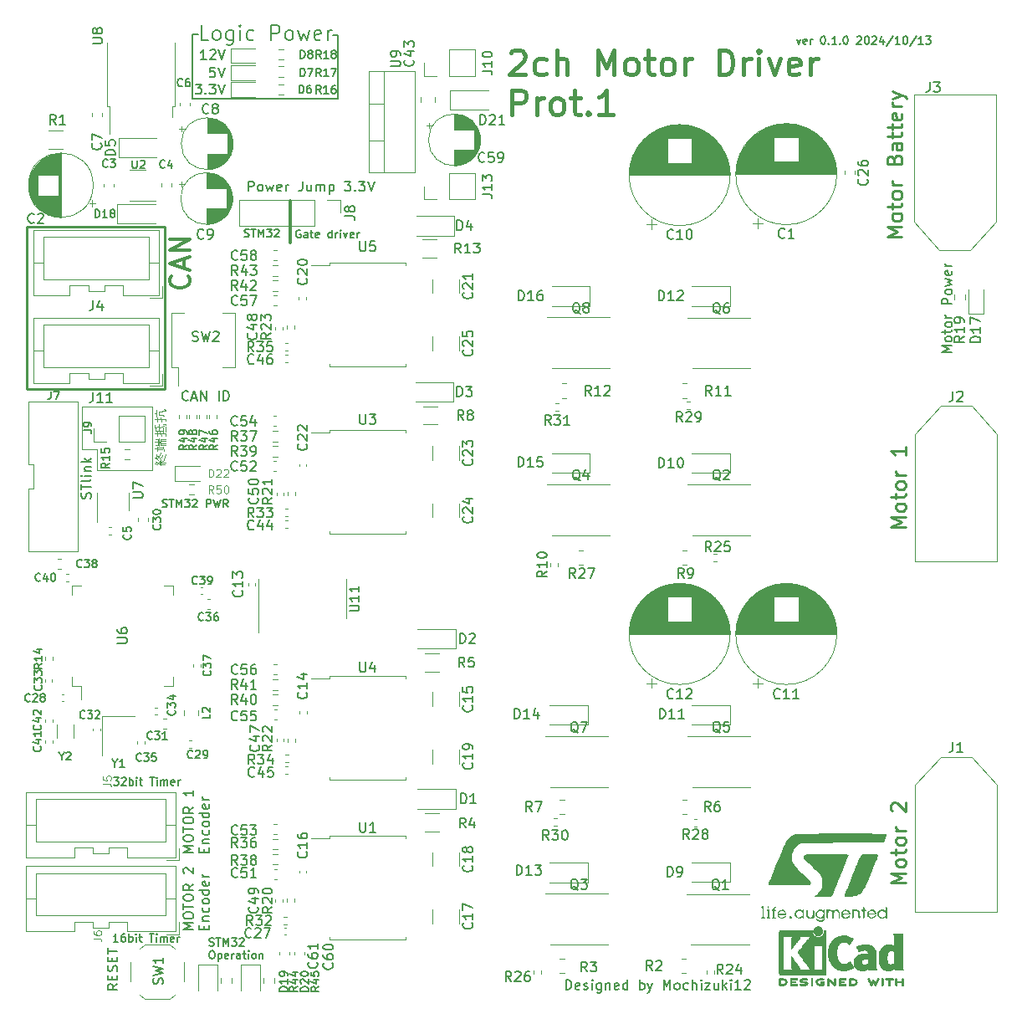
<source format=gto>
%TF.GenerationSoftware,KiCad,Pcbnew,7.0.9*%
%TF.CreationDate,2024-10-14T12:04:04+09:00*%
%TF.ProjectId,schematic_MD,73636865-6d61-4746-9963-5f4d442e6b69,rev?*%
%TF.SameCoordinates,PX5a53c78PY8528228*%
%TF.FileFunction,Legend,Top*%
%TF.FilePolarity,Positive*%
%FSLAX46Y46*%
G04 Gerber Fmt 4.6, Leading zero omitted, Abs format (unit mm)*
G04 Created by KiCad (PCBNEW 7.0.9) date 2024-10-14 12:04:04*
%MOMM*%
%LPD*%
G01*
G04 APERTURE LIST*
%ADD10C,0.200000*%
%ADD11C,0.300000*%
%ADD12C,0.400000*%
%ADD13C,0.250000*%
%ADD14C,0.100000*%
%ADD15C,0.120000*%
%ADD16C,0.150000*%
%ADD17C,0.010000*%
G04 APERTURE END LIST*
D10*
X14748958Y50571400D02*
X14863244Y50533305D01*
X14863244Y50533305D02*
X15053720Y50533305D01*
X15053720Y50533305D02*
X15129911Y50571400D01*
X15129911Y50571400D02*
X15168006Y50609496D01*
X15168006Y50609496D02*
X15206101Y50685686D01*
X15206101Y50685686D02*
X15206101Y50761877D01*
X15206101Y50761877D02*
X15168006Y50838067D01*
X15168006Y50838067D02*
X15129911Y50876162D01*
X15129911Y50876162D02*
X15053720Y50914258D01*
X15053720Y50914258D02*
X14901339Y50952353D01*
X14901339Y50952353D02*
X14825149Y50990448D01*
X14825149Y50990448D02*
X14787054Y51028543D01*
X14787054Y51028543D02*
X14748958Y51104734D01*
X14748958Y51104734D02*
X14748958Y51180924D01*
X14748958Y51180924D02*
X14787054Y51257115D01*
X14787054Y51257115D02*
X14825149Y51295210D01*
X14825149Y51295210D02*
X14901339Y51333305D01*
X14901339Y51333305D02*
X15091816Y51333305D01*
X15091816Y51333305D02*
X15206101Y51295210D01*
X15434673Y51333305D02*
X15891816Y51333305D01*
X15663244Y50533305D02*
X15663244Y51333305D01*
X16158483Y50533305D02*
X16158483Y51333305D01*
X16158483Y51333305D02*
X16425149Y50761877D01*
X16425149Y50761877D02*
X16691816Y51333305D01*
X16691816Y51333305D02*
X16691816Y50533305D01*
X16996578Y51333305D02*
X17491816Y51333305D01*
X17491816Y51333305D02*
X17225150Y51028543D01*
X17225150Y51028543D02*
X17339435Y51028543D01*
X17339435Y51028543D02*
X17415626Y50990448D01*
X17415626Y50990448D02*
X17453721Y50952353D01*
X17453721Y50952353D02*
X17491816Y50876162D01*
X17491816Y50876162D02*
X17491816Y50685686D01*
X17491816Y50685686D02*
X17453721Y50609496D01*
X17453721Y50609496D02*
X17415626Y50571400D01*
X17415626Y50571400D02*
X17339435Y50533305D01*
X17339435Y50533305D02*
X17110864Y50533305D01*
X17110864Y50533305D02*
X17034673Y50571400D01*
X17034673Y50571400D02*
X16996578Y50609496D01*
X17796578Y51257115D02*
X17834674Y51295210D01*
X17834674Y51295210D02*
X17910864Y51333305D01*
X17910864Y51333305D02*
X18101340Y51333305D01*
X18101340Y51333305D02*
X18177531Y51295210D01*
X18177531Y51295210D02*
X18215626Y51257115D01*
X18215626Y51257115D02*
X18253721Y51180924D01*
X18253721Y51180924D02*
X18253721Y51104734D01*
X18253721Y51104734D02*
X18215626Y50990448D01*
X18215626Y50990448D02*
X17758483Y50533305D01*
X17758483Y50533305D02*
X18253721Y50533305D01*
X19206103Y50533305D02*
X19206103Y51333305D01*
X19206103Y51333305D02*
X19510865Y51333305D01*
X19510865Y51333305D02*
X19587055Y51295210D01*
X19587055Y51295210D02*
X19625150Y51257115D01*
X19625150Y51257115D02*
X19663246Y51180924D01*
X19663246Y51180924D02*
X19663246Y51066639D01*
X19663246Y51066639D02*
X19625150Y50990448D01*
X19625150Y50990448D02*
X19587055Y50952353D01*
X19587055Y50952353D02*
X19510865Y50914258D01*
X19510865Y50914258D02*
X19206103Y50914258D01*
X19929912Y51333305D02*
X20120388Y50533305D01*
X20120388Y50533305D02*
X20272769Y51104734D01*
X20272769Y51104734D02*
X20425150Y50533305D01*
X20425150Y50533305D02*
X20615627Y51333305D01*
X21377532Y50533305D02*
X21110865Y50914258D01*
X20920389Y50533305D02*
X20920389Y51333305D01*
X20920389Y51333305D02*
X21225151Y51333305D01*
X21225151Y51333305D02*
X21301341Y51295210D01*
X21301341Y51295210D02*
X21339436Y51257115D01*
X21339436Y51257115D02*
X21377532Y51180924D01*
X21377532Y51180924D02*
X21377532Y51066639D01*
X21377532Y51066639D02*
X21339436Y50990448D01*
X21339436Y50990448D02*
X21301341Y50952353D01*
X21301341Y50952353D02*
X21225151Y50914258D01*
X21225151Y50914258D02*
X20920389Y50914258D01*
D11*
X27665000Y81575000D02*
X27665000Y77325000D01*
D10*
X28706101Y78545210D02*
X28629911Y78583305D01*
X28629911Y78583305D02*
X28515625Y78583305D01*
X28515625Y78583305D02*
X28401339Y78545210D01*
X28401339Y78545210D02*
X28325149Y78469020D01*
X28325149Y78469020D02*
X28287054Y78392829D01*
X28287054Y78392829D02*
X28248958Y78240448D01*
X28248958Y78240448D02*
X28248958Y78126162D01*
X28248958Y78126162D02*
X28287054Y77973781D01*
X28287054Y77973781D02*
X28325149Y77897591D01*
X28325149Y77897591D02*
X28401339Y77821400D01*
X28401339Y77821400D02*
X28515625Y77783305D01*
X28515625Y77783305D02*
X28591816Y77783305D01*
X28591816Y77783305D02*
X28706101Y77821400D01*
X28706101Y77821400D02*
X28744197Y77859496D01*
X28744197Y77859496D02*
X28744197Y78126162D01*
X28744197Y78126162D02*
X28591816Y78126162D01*
X29429911Y77783305D02*
X29429911Y78202353D01*
X29429911Y78202353D02*
X29391816Y78278543D01*
X29391816Y78278543D02*
X29315625Y78316639D01*
X29315625Y78316639D02*
X29163244Y78316639D01*
X29163244Y78316639D02*
X29087054Y78278543D01*
X29429911Y77821400D02*
X29353720Y77783305D01*
X29353720Y77783305D02*
X29163244Y77783305D01*
X29163244Y77783305D02*
X29087054Y77821400D01*
X29087054Y77821400D02*
X29048958Y77897591D01*
X29048958Y77897591D02*
X29048958Y77973781D01*
X29048958Y77973781D02*
X29087054Y78049972D01*
X29087054Y78049972D02*
X29163244Y78088067D01*
X29163244Y78088067D02*
X29353720Y78088067D01*
X29353720Y78088067D02*
X29429911Y78126162D01*
X29696578Y78316639D02*
X30001340Y78316639D01*
X29810864Y78583305D02*
X29810864Y77897591D01*
X29810864Y77897591D02*
X29848959Y77821400D01*
X29848959Y77821400D02*
X29925149Y77783305D01*
X29925149Y77783305D02*
X30001340Y77783305D01*
X30572769Y77821400D02*
X30496578Y77783305D01*
X30496578Y77783305D02*
X30344197Y77783305D01*
X30344197Y77783305D02*
X30268007Y77821400D01*
X30268007Y77821400D02*
X30229911Y77897591D01*
X30229911Y77897591D02*
X30229911Y78202353D01*
X30229911Y78202353D02*
X30268007Y78278543D01*
X30268007Y78278543D02*
X30344197Y78316639D01*
X30344197Y78316639D02*
X30496578Y78316639D01*
X30496578Y78316639D02*
X30572769Y78278543D01*
X30572769Y78278543D02*
X30610864Y78202353D01*
X30610864Y78202353D02*
X30610864Y78126162D01*
X30610864Y78126162D02*
X30229911Y78049972D01*
X31906102Y77783305D02*
X31906102Y78583305D01*
X31906102Y77821400D02*
X31829911Y77783305D01*
X31829911Y77783305D02*
X31677530Y77783305D01*
X31677530Y77783305D02*
X31601340Y77821400D01*
X31601340Y77821400D02*
X31563245Y77859496D01*
X31563245Y77859496D02*
X31525149Y77935686D01*
X31525149Y77935686D02*
X31525149Y78164258D01*
X31525149Y78164258D02*
X31563245Y78240448D01*
X31563245Y78240448D02*
X31601340Y78278543D01*
X31601340Y78278543D02*
X31677530Y78316639D01*
X31677530Y78316639D02*
X31829911Y78316639D01*
X31829911Y78316639D02*
X31906102Y78278543D01*
X32287055Y77783305D02*
X32287055Y78316639D01*
X32287055Y78164258D02*
X32325150Y78240448D01*
X32325150Y78240448D02*
X32363245Y78278543D01*
X32363245Y78278543D02*
X32439436Y78316639D01*
X32439436Y78316639D02*
X32515626Y78316639D01*
X32782293Y77783305D02*
X32782293Y78316639D01*
X32782293Y78583305D02*
X32744197Y78545210D01*
X32744197Y78545210D02*
X32782293Y78507115D01*
X32782293Y78507115D02*
X32820388Y78545210D01*
X32820388Y78545210D02*
X32782293Y78583305D01*
X32782293Y78583305D02*
X32782293Y78507115D01*
X33087054Y78316639D02*
X33277530Y77783305D01*
X33277530Y77783305D02*
X33468007Y78316639D01*
X34077531Y77821400D02*
X34001340Y77783305D01*
X34001340Y77783305D02*
X33848959Y77783305D01*
X33848959Y77783305D02*
X33772769Y77821400D01*
X33772769Y77821400D02*
X33734673Y77897591D01*
X33734673Y77897591D02*
X33734673Y78202353D01*
X33734673Y78202353D02*
X33772769Y78278543D01*
X33772769Y78278543D02*
X33848959Y78316639D01*
X33848959Y78316639D02*
X34001340Y78316639D01*
X34001340Y78316639D02*
X34077531Y78278543D01*
X34077531Y78278543D02*
X34115626Y78202353D01*
X34115626Y78202353D02*
X34115626Y78126162D01*
X34115626Y78126162D02*
X33734673Y78049972D01*
X34458483Y77783305D02*
X34458483Y78316639D01*
X34458483Y78164258D02*
X34496578Y78240448D01*
X34496578Y78240448D02*
X34534673Y78278543D01*
X34534673Y78278543D02*
X34610864Y78316639D01*
X34610864Y78316639D02*
X34687054Y78316639D01*
X23048958Y77921400D02*
X23163244Y77883305D01*
X23163244Y77883305D02*
X23353720Y77883305D01*
X23353720Y77883305D02*
X23429911Y77921400D01*
X23429911Y77921400D02*
X23468006Y77959496D01*
X23468006Y77959496D02*
X23506101Y78035686D01*
X23506101Y78035686D02*
X23506101Y78111877D01*
X23506101Y78111877D02*
X23468006Y78188067D01*
X23468006Y78188067D02*
X23429911Y78226162D01*
X23429911Y78226162D02*
X23353720Y78264258D01*
X23353720Y78264258D02*
X23201339Y78302353D01*
X23201339Y78302353D02*
X23125149Y78340448D01*
X23125149Y78340448D02*
X23087054Y78378543D01*
X23087054Y78378543D02*
X23048958Y78454734D01*
X23048958Y78454734D02*
X23048958Y78530924D01*
X23048958Y78530924D02*
X23087054Y78607115D01*
X23087054Y78607115D02*
X23125149Y78645210D01*
X23125149Y78645210D02*
X23201339Y78683305D01*
X23201339Y78683305D02*
X23391816Y78683305D01*
X23391816Y78683305D02*
X23506101Y78645210D01*
X23734673Y78683305D02*
X24191816Y78683305D01*
X23963244Y77883305D02*
X23963244Y78683305D01*
X24458483Y77883305D02*
X24458483Y78683305D01*
X24458483Y78683305D02*
X24725149Y78111877D01*
X24725149Y78111877D02*
X24991816Y78683305D01*
X24991816Y78683305D02*
X24991816Y77883305D01*
X25296578Y78683305D02*
X25791816Y78683305D01*
X25791816Y78683305D02*
X25525150Y78378543D01*
X25525150Y78378543D02*
X25639435Y78378543D01*
X25639435Y78378543D02*
X25715626Y78340448D01*
X25715626Y78340448D02*
X25753721Y78302353D01*
X25753721Y78302353D02*
X25791816Y78226162D01*
X25791816Y78226162D02*
X25791816Y78035686D01*
X25791816Y78035686D02*
X25753721Y77959496D01*
X25753721Y77959496D02*
X25715626Y77921400D01*
X25715626Y77921400D02*
X25639435Y77883305D01*
X25639435Y77883305D02*
X25410864Y77883305D01*
X25410864Y77883305D02*
X25334673Y77921400D01*
X25334673Y77921400D02*
X25296578Y77959496D01*
X26096578Y78607115D02*
X26134674Y78645210D01*
X26134674Y78645210D02*
X26210864Y78683305D01*
X26210864Y78683305D02*
X26401340Y78683305D01*
X26401340Y78683305D02*
X26477531Y78645210D01*
X26477531Y78645210D02*
X26515626Y78607115D01*
X26515626Y78607115D02*
X26553721Y78530924D01*
X26553721Y78530924D02*
X26553721Y78454734D01*
X26553721Y78454734D02*
X26515626Y78340448D01*
X26515626Y78340448D02*
X26058483Y77883305D01*
X26058483Y77883305D02*
X26553721Y77883305D01*
X23434673Y82507781D02*
X23434673Y83507781D01*
X23434673Y83507781D02*
X23815625Y83507781D01*
X23815625Y83507781D02*
X23910863Y83460162D01*
X23910863Y83460162D02*
X23958482Y83412543D01*
X23958482Y83412543D02*
X24006101Y83317305D01*
X24006101Y83317305D02*
X24006101Y83174448D01*
X24006101Y83174448D02*
X23958482Y83079210D01*
X23958482Y83079210D02*
X23910863Y83031591D01*
X23910863Y83031591D02*
X23815625Y82983972D01*
X23815625Y82983972D02*
X23434673Y82983972D01*
X24577530Y82507781D02*
X24482292Y82555400D01*
X24482292Y82555400D02*
X24434673Y82603020D01*
X24434673Y82603020D02*
X24387054Y82698258D01*
X24387054Y82698258D02*
X24387054Y82983972D01*
X24387054Y82983972D02*
X24434673Y83079210D01*
X24434673Y83079210D02*
X24482292Y83126829D01*
X24482292Y83126829D02*
X24577530Y83174448D01*
X24577530Y83174448D02*
X24720387Y83174448D01*
X24720387Y83174448D02*
X24815625Y83126829D01*
X24815625Y83126829D02*
X24863244Y83079210D01*
X24863244Y83079210D02*
X24910863Y82983972D01*
X24910863Y82983972D02*
X24910863Y82698258D01*
X24910863Y82698258D02*
X24863244Y82603020D01*
X24863244Y82603020D02*
X24815625Y82555400D01*
X24815625Y82555400D02*
X24720387Y82507781D01*
X24720387Y82507781D02*
X24577530Y82507781D01*
X25244197Y83174448D02*
X25434673Y82507781D01*
X25434673Y82507781D02*
X25625149Y82983972D01*
X25625149Y82983972D02*
X25815625Y82507781D01*
X25815625Y82507781D02*
X26006101Y83174448D01*
X26768006Y82555400D02*
X26672768Y82507781D01*
X26672768Y82507781D02*
X26482292Y82507781D01*
X26482292Y82507781D02*
X26387054Y82555400D01*
X26387054Y82555400D02*
X26339435Y82650639D01*
X26339435Y82650639D02*
X26339435Y83031591D01*
X26339435Y83031591D02*
X26387054Y83126829D01*
X26387054Y83126829D02*
X26482292Y83174448D01*
X26482292Y83174448D02*
X26672768Y83174448D01*
X26672768Y83174448D02*
X26768006Y83126829D01*
X26768006Y83126829D02*
X26815625Y83031591D01*
X26815625Y83031591D02*
X26815625Y82936353D01*
X26815625Y82936353D02*
X26339435Y82841115D01*
X27244197Y82507781D02*
X27244197Y83174448D01*
X27244197Y82983972D02*
X27291816Y83079210D01*
X27291816Y83079210D02*
X27339435Y83126829D01*
X27339435Y83126829D02*
X27434673Y83174448D01*
X27434673Y83174448D02*
X27529911Y83174448D01*
X28910864Y83507781D02*
X28910864Y82793496D01*
X28910864Y82793496D02*
X28863245Y82650639D01*
X28863245Y82650639D02*
X28768007Y82555400D01*
X28768007Y82555400D02*
X28625150Y82507781D01*
X28625150Y82507781D02*
X28529912Y82507781D01*
X29815626Y83174448D02*
X29815626Y82507781D01*
X29387055Y83174448D02*
X29387055Y82650639D01*
X29387055Y82650639D02*
X29434674Y82555400D01*
X29434674Y82555400D02*
X29529912Y82507781D01*
X29529912Y82507781D02*
X29672769Y82507781D01*
X29672769Y82507781D02*
X29768007Y82555400D01*
X29768007Y82555400D02*
X29815626Y82603020D01*
X30291817Y82507781D02*
X30291817Y83174448D01*
X30291817Y83079210D02*
X30339436Y83126829D01*
X30339436Y83126829D02*
X30434674Y83174448D01*
X30434674Y83174448D02*
X30577531Y83174448D01*
X30577531Y83174448D02*
X30672769Y83126829D01*
X30672769Y83126829D02*
X30720388Y83031591D01*
X30720388Y83031591D02*
X30720388Y82507781D01*
X30720388Y83031591D02*
X30768007Y83126829D01*
X30768007Y83126829D02*
X30863245Y83174448D01*
X30863245Y83174448D02*
X31006102Y83174448D01*
X31006102Y83174448D02*
X31101341Y83126829D01*
X31101341Y83126829D02*
X31148960Y83031591D01*
X31148960Y83031591D02*
X31148960Y82507781D01*
X31625150Y83174448D02*
X31625150Y82174448D01*
X31625150Y83126829D02*
X31720388Y83174448D01*
X31720388Y83174448D02*
X31910864Y83174448D01*
X31910864Y83174448D02*
X32006102Y83126829D01*
X32006102Y83126829D02*
X32053721Y83079210D01*
X32053721Y83079210D02*
X32101340Y82983972D01*
X32101340Y82983972D02*
X32101340Y82698258D01*
X32101340Y82698258D02*
X32053721Y82603020D01*
X32053721Y82603020D02*
X32006102Y82555400D01*
X32006102Y82555400D02*
X31910864Y82507781D01*
X31910864Y82507781D02*
X31720388Y82507781D01*
X31720388Y82507781D02*
X31625150Y82555400D01*
X33196579Y83507781D02*
X33815626Y83507781D01*
X33815626Y83507781D02*
X33482293Y83126829D01*
X33482293Y83126829D02*
X33625150Y83126829D01*
X33625150Y83126829D02*
X33720388Y83079210D01*
X33720388Y83079210D02*
X33768007Y83031591D01*
X33768007Y83031591D02*
X33815626Y82936353D01*
X33815626Y82936353D02*
X33815626Y82698258D01*
X33815626Y82698258D02*
X33768007Y82603020D01*
X33768007Y82603020D02*
X33720388Y82555400D01*
X33720388Y82555400D02*
X33625150Y82507781D01*
X33625150Y82507781D02*
X33339436Y82507781D01*
X33339436Y82507781D02*
X33244198Y82555400D01*
X33244198Y82555400D02*
X33196579Y82603020D01*
X34244198Y82603020D02*
X34291817Y82555400D01*
X34291817Y82555400D02*
X34244198Y82507781D01*
X34244198Y82507781D02*
X34196579Y82555400D01*
X34196579Y82555400D02*
X34244198Y82603020D01*
X34244198Y82603020D02*
X34244198Y82507781D01*
X34625150Y83507781D02*
X35244197Y83507781D01*
X35244197Y83507781D02*
X34910864Y83126829D01*
X34910864Y83126829D02*
X35053721Y83126829D01*
X35053721Y83126829D02*
X35148959Y83079210D01*
X35148959Y83079210D02*
X35196578Y83031591D01*
X35196578Y83031591D02*
X35244197Y82936353D01*
X35244197Y82936353D02*
X35244197Y82698258D01*
X35244197Y82698258D02*
X35196578Y82603020D01*
X35196578Y82603020D02*
X35148959Y82555400D01*
X35148959Y82555400D02*
X35053721Y82507781D01*
X35053721Y82507781D02*
X34768007Y82507781D01*
X34768007Y82507781D02*
X34672769Y82555400D01*
X34672769Y82555400D02*
X34625150Y82603020D01*
X35529912Y83507781D02*
X35863245Y82507781D01*
X35863245Y82507781D02*
X36196578Y83507781D01*
X17356101Y61403020D02*
X17308482Y61355400D01*
X17308482Y61355400D02*
X17165625Y61307781D01*
X17165625Y61307781D02*
X17070387Y61307781D01*
X17070387Y61307781D02*
X16927530Y61355400D01*
X16927530Y61355400D02*
X16832292Y61450639D01*
X16832292Y61450639D02*
X16784673Y61545877D01*
X16784673Y61545877D02*
X16737054Y61736353D01*
X16737054Y61736353D02*
X16737054Y61879210D01*
X16737054Y61879210D02*
X16784673Y62069686D01*
X16784673Y62069686D02*
X16832292Y62164924D01*
X16832292Y62164924D02*
X16927530Y62260162D01*
X16927530Y62260162D02*
X17070387Y62307781D01*
X17070387Y62307781D02*
X17165625Y62307781D01*
X17165625Y62307781D02*
X17308482Y62260162D01*
X17308482Y62260162D02*
X17356101Y62212543D01*
X17737054Y61593496D02*
X18213244Y61593496D01*
X17641816Y61307781D02*
X17975149Y62307781D01*
X17975149Y62307781D02*
X18308482Y61307781D01*
X18641816Y61307781D02*
X18641816Y62307781D01*
X18641816Y62307781D02*
X19213244Y61307781D01*
X19213244Y61307781D02*
X19213244Y62307781D01*
X20451340Y61307781D02*
X20451340Y62307781D01*
X20927530Y61307781D02*
X20927530Y62307781D01*
X20927530Y62307781D02*
X21165625Y62307781D01*
X21165625Y62307781D02*
X21308482Y62260162D01*
X21308482Y62260162D02*
X21403720Y62164924D01*
X21403720Y62164924D02*
X21451339Y62069686D01*
X21451339Y62069686D02*
X21498958Y61879210D01*
X21498958Y61879210D02*
X21498958Y61736353D01*
X21498958Y61736353D02*
X21451339Y61545877D01*
X21451339Y61545877D02*
X21403720Y61450639D01*
X21403720Y61450639D02*
X21308482Y61355400D01*
X21308482Y61355400D02*
X21165625Y61307781D01*
X21165625Y61307781D02*
X20927530Y61307781D01*
X19498958Y6159400D02*
X19613244Y6121305D01*
X19613244Y6121305D02*
X19803720Y6121305D01*
X19803720Y6121305D02*
X19879911Y6159400D01*
X19879911Y6159400D02*
X19918006Y6197496D01*
X19918006Y6197496D02*
X19956101Y6273686D01*
X19956101Y6273686D02*
X19956101Y6349877D01*
X19956101Y6349877D02*
X19918006Y6426067D01*
X19918006Y6426067D02*
X19879911Y6464162D01*
X19879911Y6464162D02*
X19803720Y6502258D01*
X19803720Y6502258D02*
X19651339Y6540353D01*
X19651339Y6540353D02*
X19575149Y6578448D01*
X19575149Y6578448D02*
X19537054Y6616543D01*
X19537054Y6616543D02*
X19498958Y6692734D01*
X19498958Y6692734D02*
X19498958Y6768924D01*
X19498958Y6768924D02*
X19537054Y6845115D01*
X19537054Y6845115D02*
X19575149Y6883210D01*
X19575149Y6883210D02*
X19651339Y6921305D01*
X19651339Y6921305D02*
X19841816Y6921305D01*
X19841816Y6921305D02*
X19956101Y6883210D01*
X20184673Y6921305D02*
X20641816Y6921305D01*
X20413244Y6121305D02*
X20413244Y6921305D01*
X20908483Y6121305D02*
X20908483Y6921305D01*
X20908483Y6921305D02*
X21175149Y6349877D01*
X21175149Y6349877D02*
X21441816Y6921305D01*
X21441816Y6921305D02*
X21441816Y6121305D01*
X21746578Y6921305D02*
X22241816Y6921305D01*
X22241816Y6921305D02*
X21975150Y6616543D01*
X21975150Y6616543D02*
X22089435Y6616543D01*
X22089435Y6616543D02*
X22165626Y6578448D01*
X22165626Y6578448D02*
X22203721Y6540353D01*
X22203721Y6540353D02*
X22241816Y6464162D01*
X22241816Y6464162D02*
X22241816Y6273686D01*
X22241816Y6273686D02*
X22203721Y6197496D01*
X22203721Y6197496D02*
X22165626Y6159400D01*
X22165626Y6159400D02*
X22089435Y6121305D01*
X22089435Y6121305D02*
X21860864Y6121305D01*
X21860864Y6121305D02*
X21784673Y6159400D01*
X21784673Y6159400D02*
X21746578Y6197496D01*
X22546578Y6845115D02*
X22584674Y6883210D01*
X22584674Y6883210D02*
X22660864Y6921305D01*
X22660864Y6921305D02*
X22851340Y6921305D01*
X22851340Y6921305D02*
X22927531Y6883210D01*
X22927531Y6883210D02*
X22965626Y6845115D01*
X22965626Y6845115D02*
X23003721Y6768924D01*
X23003721Y6768924D02*
X23003721Y6692734D01*
X23003721Y6692734D02*
X22965626Y6578448D01*
X22965626Y6578448D02*
X22508483Y6121305D01*
X22508483Y6121305D02*
X23003721Y6121305D01*
X19689435Y5633305D02*
X19841816Y5633305D01*
X19841816Y5633305D02*
X19918006Y5595210D01*
X19918006Y5595210D02*
X19994197Y5519020D01*
X19994197Y5519020D02*
X20032292Y5366639D01*
X20032292Y5366639D02*
X20032292Y5099972D01*
X20032292Y5099972D02*
X19994197Y4947591D01*
X19994197Y4947591D02*
X19918006Y4871400D01*
X19918006Y4871400D02*
X19841816Y4833305D01*
X19841816Y4833305D02*
X19689435Y4833305D01*
X19689435Y4833305D02*
X19613244Y4871400D01*
X19613244Y4871400D02*
X19537054Y4947591D01*
X19537054Y4947591D02*
X19498958Y5099972D01*
X19498958Y5099972D02*
X19498958Y5366639D01*
X19498958Y5366639D02*
X19537054Y5519020D01*
X19537054Y5519020D02*
X19613244Y5595210D01*
X19613244Y5595210D02*
X19689435Y5633305D01*
X20375149Y5366639D02*
X20375149Y4566639D01*
X20375149Y5328543D02*
X20451339Y5366639D01*
X20451339Y5366639D02*
X20603720Y5366639D01*
X20603720Y5366639D02*
X20679911Y5328543D01*
X20679911Y5328543D02*
X20718006Y5290448D01*
X20718006Y5290448D02*
X20756101Y5214258D01*
X20756101Y5214258D02*
X20756101Y4985686D01*
X20756101Y4985686D02*
X20718006Y4909496D01*
X20718006Y4909496D02*
X20679911Y4871400D01*
X20679911Y4871400D02*
X20603720Y4833305D01*
X20603720Y4833305D02*
X20451339Y4833305D01*
X20451339Y4833305D02*
X20375149Y4871400D01*
X21403721Y4871400D02*
X21327530Y4833305D01*
X21327530Y4833305D02*
X21175149Y4833305D01*
X21175149Y4833305D02*
X21098959Y4871400D01*
X21098959Y4871400D02*
X21060863Y4947591D01*
X21060863Y4947591D02*
X21060863Y5252353D01*
X21060863Y5252353D02*
X21098959Y5328543D01*
X21098959Y5328543D02*
X21175149Y5366639D01*
X21175149Y5366639D02*
X21327530Y5366639D01*
X21327530Y5366639D02*
X21403721Y5328543D01*
X21403721Y5328543D02*
X21441816Y5252353D01*
X21441816Y5252353D02*
X21441816Y5176162D01*
X21441816Y5176162D02*
X21060863Y5099972D01*
X21784673Y4833305D02*
X21784673Y5366639D01*
X21784673Y5214258D02*
X21822768Y5290448D01*
X21822768Y5290448D02*
X21860863Y5328543D01*
X21860863Y5328543D02*
X21937054Y5366639D01*
X21937054Y5366639D02*
X22013244Y5366639D01*
X22622768Y4833305D02*
X22622768Y5252353D01*
X22622768Y5252353D02*
X22584673Y5328543D01*
X22584673Y5328543D02*
X22508482Y5366639D01*
X22508482Y5366639D02*
X22356101Y5366639D01*
X22356101Y5366639D02*
X22279911Y5328543D01*
X22622768Y4871400D02*
X22546577Y4833305D01*
X22546577Y4833305D02*
X22356101Y4833305D01*
X22356101Y4833305D02*
X22279911Y4871400D01*
X22279911Y4871400D02*
X22241815Y4947591D01*
X22241815Y4947591D02*
X22241815Y5023781D01*
X22241815Y5023781D02*
X22279911Y5099972D01*
X22279911Y5099972D02*
X22356101Y5138067D01*
X22356101Y5138067D02*
X22546577Y5138067D01*
X22546577Y5138067D02*
X22622768Y5176162D01*
X22889435Y5366639D02*
X23194197Y5366639D01*
X23003721Y5633305D02*
X23003721Y4947591D01*
X23003721Y4947591D02*
X23041816Y4871400D01*
X23041816Y4871400D02*
X23118006Y4833305D01*
X23118006Y4833305D02*
X23194197Y4833305D01*
X23460864Y4833305D02*
X23460864Y5366639D01*
X23460864Y5633305D02*
X23422768Y5595210D01*
X23422768Y5595210D02*
X23460864Y5557115D01*
X23460864Y5557115D02*
X23498959Y5595210D01*
X23498959Y5595210D02*
X23460864Y5633305D01*
X23460864Y5633305D02*
X23460864Y5557115D01*
X23956101Y4833305D02*
X23879911Y4871400D01*
X23879911Y4871400D02*
X23841816Y4909496D01*
X23841816Y4909496D02*
X23803720Y4985686D01*
X23803720Y4985686D02*
X23803720Y5214258D01*
X23803720Y5214258D02*
X23841816Y5290448D01*
X23841816Y5290448D02*
X23879911Y5328543D01*
X23879911Y5328543D02*
X23956101Y5366639D01*
X23956101Y5366639D02*
X24070387Y5366639D01*
X24070387Y5366639D02*
X24146578Y5328543D01*
X24146578Y5328543D02*
X24184673Y5290448D01*
X24184673Y5290448D02*
X24222768Y5214258D01*
X24222768Y5214258D02*
X24222768Y4985686D01*
X24222768Y4985686D02*
X24184673Y4909496D01*
X24184673Y4909496D02*
X24146578Y4871400D01*
X24146578Y4871400D02*
X24070387Y4833305D01*
X24070387Y4833305D02*
X23956101Y4833305D01*
X24565626Y5366639D02*
X24565626Y4833305D01*
X24565626Y5290448D02*
X24603721Y5328543D01*
X24603721Y5328543D02*
X24679911Y5366639D01*
X24679911Y5366639D02*
X24794197Y5366639D01*
X24794197Y5366639D02*
X24870388Y5328543D01*
X24870388Y5328543D02*
X24908483Y5252353D01*
X24908483Y5252353D02*
X24908483Y4833305D01*
X78960863Y97916639D02*
X79151339Y97383305D01*
X79151339Y97383305D02*
X79341816Y97916639D01*
X79951340Y97421400D02*
X79875149Y97383305D01*
X79875149Y97383305D02*
X79722768Y97383305D01*
X79722768Y97383305D02*
X79646578Y97421400D01*
X79646578Y97421400D02*
X79608482Y97497591D01*
X79608482Y97497591D02*
X79608482Y97802353D01*
X79608482Y97802353D02*
X79646578Y97878543D01*
X79646578Y97878543D02*
X79722768Y97916639D01*
X79722768Y97916639D02*
X79875149Y97916639D01*
X79875149Y97916639D02*
X79951340Y97878543D01*
X79951340Y97878543D02*
X79989435Y97802353D01*
X79989435Y97802353D02*
X79989435Y97726162D01*
X79989435Y97726162D02*
X79608482Y97649972D01*
X80332292Y97383305D02*
X80332292Y97916639D01*
X80332292Y97764258D02*
X80370387Y97840448D01*
X80370387Y97840448D02*
X80408482Y97878543D01*
X80408482Y97878543D02*
X80484673Y97916639D01*
X80484673Y97916639D02*
X80560863Y97916639D01*
X81589435Y98183305D02*
X81665625Y98183305D01*
X81665625Y98183305D02*
X81741816Y98145210D01*
X81741816Y98145210D02*
X81779911Y98107115D01*
X81779911Y98107115D02*
X81818006Y98030924D01*
X81818006Y98030924D02*
X81856101Y97878543D01*
X81856101Y97878543D02*
X81856101Y97688067D01*
X81856101Y97688067D02*
X81818006Y97535686D01*
X81818006Y97535686D02*
X81779911Y97459496D01*
X81779911Y97459496D02*
X81741816Y97421400D01*
X81741816Y97421400D02*
X81665625Y97383305D01*
X81665625Y97383305D02*
X81589435Y97383305D01*
X81589435Y97383305D02*
X81513244Y97421400D01*
X81513244Y97421400D02*
X81475149Y97459496D01*
X81475149Y97459496D02*
X81437054Y97535686D01*
X81437054Y97535686D02*
X81398958Y97688067D01*
X81398958Y97688067D02*
X81398958Y97878543D01*
X81398958Y97878543D02*
X81437054Y98030924D01*
X81437054Y98030924D02*
X81475149Y98107115D01*
X81475149Y98107115D02*
X81513244Y98145210D01*
X81513244Y98145210D02*
X81589435Y98183305D01*
X82198959Y97459496D02*
X82237054Y97421400D01*
X82237054Y97421400D02*
X82198959Y97383305D01*
X82198959Y97383305D02*
X82160863Y97421400D01*
X82160863Y97421400D02*
X82198959Y97459496D01*
X82198959Y97459496D02*
X82198959Y97383305D01*
X82998958Y97383305D02*
X82541815Y97383305D01*
X82770387Y97383305D02*
X82770387Y98183305D01*
X82770387Y98183305D02*
X82694196Y98069020D01*
X82694196Y98069020D02*
X82618006Y97992829D01*
X82618006Y97992829D02*
X82541815Y97954734D01*
X83341816Y97459496D02*
X83379911Y97421400D01*
X83379911Y97421400D02*
X83341816Y97383305D01*
X83341816Y97383305D02*
X83303720Y97421400D01*
X83303720Y97421400D02*
X83341816Y97459496D01*
X83341816Y97459496D02*
X83341816Y97383305D01*
X83875149Y98183305D02*
X83951339Y98183305D01*
X83951339Y98183305D02*
X84027530Y98145210D01*
X84027530Y98145210D02*
X84065625Y98107115D01*
X84065625Y98107115D02*
X84103720Y98030924D01*
X84103720Y98030924D02*
X84141815Y97878543D01*
X84141815Y97878543D02*
X84141815Y97688067D01*
X84141815Y97688067D02*
X84103720Y97535686D01*
X84103720Y97535686D02*
X84065625Y97459496D01*
X84065625Y97459496D02*
X84027530Y97421400D01*
X84027530Y97421400D02*
X83951339Y97383305D01*
X83951339Y97383305D02*
X83875149Y97383305D01*
X83875149Y97383305D02*
X83798958Y97421400D01*
X83798958Y97421400D02*
X83760863Y97459496D01*
X83760863Y97459496D02*
X83722768Y97535686D01*
X83722768Y97535686D02*
X83684672Y97688067D01*
X83684672Y97688067D02*
X83684672Y97878543D01*
X83684672Y97878543D02*
X83722768Y98030924D01*
X83722768Y98030924D02*
X83760863Y98107115D01*
X83760863Y98107115D02*
X83798958Y98145210D01*
X83798958Y98145210D02*
X83875149Y98183305D01*
X85056101Y98107115D02*
X85094197Y98145210D01*
X85094197Y98145210D02*
X85170387Y98183305D01*
X85170387Y98183305D02*
X85360863Y98183305D01*
X85360863Y98183305D02*
X85437054Y98145210D01*
X85437054Y98145210D02*
X85475149Y98107115D01*
X85475149Y98107115D02*
X85513244Y98030924D01*
X85513244Y98030924D02*
X85513244Y97954734D01*
X85513244Y97954734D02*
X85475149Y97840448D01*
X85475149Y97840448D02*
X85018006Y97383305D01*
X85018006Y97383305D02*
X85513244Y97383305D01*
X86008483Y98183305D02*
X86084673Y98183305D01*
X86084673Y98183305D02*
X86160864Y98145210D01*
X86160864Y98145210D02*
X86198959Y98107115D01*
X86198959Y98107115D02*
X86237054Y98030924D01*
X86237054Y98030924D02*
X86275149Y97878543D01*
X86275149Y97878543D02*
X86275149Y97688067D01*
X86275149Y97688067D02*
X86237054Y97535686D01*
X86237054Y97535686D02*
X86198959Y97459496D01*
X86198959Y97459496D02*
X86160864Y97421400D01*
X86160864Y97421400D02*
X86084673Y97383305D01*
X86084673Y97383305D02*
X86008483Y97383305D01*
X86008483Y97383305D02*
X85932292Y97421400D01*
X85932292Y97421400D02*
X85894197Y97459496D01*
X85894197Y97459496D02*
X85856102Y97535686D01*
X85856102Y97535686D02*
X85818006Y97688067D01*
X85818006Y97688067D02*
X85818006Y97878543D01*
X85818006Y97878543D02*
X85856102Y98030924D01*
X85856102Y98030924D02*
X85894197Y98107115D01*
X85894197Y98107115D02*
X85932292Y98145210D01*
X85932292Y98145210D02*
X86008483Y98183305D01*
X86579911Y98107115D02*
X86618007Y98145210D01*
X86618007Y98145210D02*
X86694197Y98183305D01*
X86694197Y98183305D02*
X86884673Y98183305D01*
X86884673Y98183305D02*
X86960864Y98145210D01*
X86960864Y98145210D02*
X86998959Y98107115D01*
X86998959Y98107115D02*
X87037054Y98030924D01*
X87037054Y98030924D02*
X87037054Y97954734D01*
X87037054Y97954734D02*
X86998959Y97840448D01*
X86998959Y97840448D02*
X86541816Y97383305D01*
X86541816Y97383305D02*
X87037054Y97383305D01*
X87722769Y97916639D02*
X87722769Y97383305D01*
X87532293Y98221400D02*
X87341816Y97649972D01*
X87341816Y97649972D02*
X87837055Y97649972D01*
X88713245Y98221400D02*
X88027531Y97192829D01*
X89398959Y97383305D02*
X88941816Y97383305D01*
X89170388Y97383305D02*
X89170388Y98183305D01*
X89170388Y98183305D02*
X89094197Y98069020D01*
X89094197Y98069020D02*
X89018007Y97992829D01*
X89018007Y97992829D02*
X88941816Y97954734D01*
X89894198Y98183305D02*
X89970388Y98183305D01*
X89970388Y98183305D02*
X90046579Y98145210D01*
X90046579Y98145210D02*
X90084674Y98107115D01*
X90084674Y98107115D02*
X90122769Y98030924D01*
X90122769Y98030924D02*
X90160864Y97878543D01*
X90160864Y97878543D02*
X90160864Y97688067D01*
X90160864Y97688067D02*
X90122769Y97535686D01*
X90122769Y97535686D02*
X90084674Y97459496D01*
X90084674Y97459496D02*
X90046579Y97421400D01*
X90046579Y97421400D02*
X89970388Y97383305D01*
X89970388Y97383305D02*
X89894198Y97383305D01*
X89894198Y97383305D02*
X89818007Y97421400D01*
X89818007Y97421400D02*
X89779912Y97459496D01*
X89779912Y97459496D02*
X89741817Y97535686D01*
X89741817Y97535686D02*
X89703721Y97688067D01*
X89703721Y97688067D02*
X89703721Y97878543D01*
X89703721Y97878543D02*
X89741817Y98030924D01*
X89741817Y98030924D02*
X89779912Y98107115D01*
X89779912Y98107115D02*
X89818007Y98145210D01*
X89818007Y98145210D02*
X89894198Y98183305D01*
X91075150Y98221400D02*
X90389436Y97192829D01*
X91760864Y97383305D02*
X91303721Y97383305D01*
X91532293Y97383305D02*
X91532293Y98183305D01*
X91532293Y98183305D02*
X91456102Y98069020D01*
X91456102Y98069020D02*
X91379912Y97992829D01*
X91379912Y97992829D02*
X91303721Y97954734D01*
X92027531Y98183305D02*
X92522769Y98183305D01*
X92522769Y98183305D02*
X92256103Y97878543D01*
X92256103Y97878543D02*
X92370388Y97878543D01*
X92370388Y97878543D02*
X92446579Y97840448D01*
X92446579Y97840448D02*
X92484674Y97802353D01*
X92484674Y97802353D02*
X92522769Y97726162D01*
X92522769Y97726162D02*
X92522769Y97535686D01*
X92522769Y97535686D02*
X92484674Y97459496D01*
X92484674Y97459496D02*
X92446579Y97421400D01*
X92446579Y97421400D02*
X92370388Y97383305D01*
X92370388Y97383305D02*
X92141817Y97383305D01*
X92141817Y97383305D02*
X92065626Y97421400D01*
X92065626Y97421400D02*
X92027531Y97459496D01*
D12*
X50004347Y96538658D02*
X50123395Y96657705D01*
X50123395Y96657705D02*
X50361490Y96776753D01*
X50361490Y96776753D02*
X50956728Y96776753D01*
X50956728Y96776753D02*
X51194823Y96657705D01*
X51194823Y96657705D02*
X51313871Y96538658D01*
X51313871Y96538658D02*
X51432918Y96300562D01*
X51432918Y96300562D02*
X51432918Y96062467D01*
X51432918Y96062467D02*
X51313871Y95705324D01*
X51313871Y95705324D02*
X49885299Y94276753D01*
X49885299Y94276753D02*
X51432918Y94276753D01*
X53575775Y94395800D02*
X53337680Y94276753D01*
X53337680Y94276753D02*
X52861489Y94276753D01*
X52861489Y94276753D02*
X52623394Y94395800D01*
X52623394Y94395800D02*
X52504347Y94514848D01*
X52504347Y94514848D02*
X52385299Y94752943D01*
X52385299Y94752943D02*
X52385299Y95467229D01*
X52385299Y95467229D02*
X52504347Y95705324D01*
X52504347Y95705324D02*
X52623394Y95824372D01*
X52623394Y95824372D02*
X52861489Y95943420D01*
X52861489Y95943420D02*
X53337680Y95943420D01*
X53337680Y95943420D02*
X53575775Y95824372D01*
X54647204Y94276753D02*
X54647204Y96776753D01*
X55718632Y94276753D02*
X55718632Y95586277D01*
X55718632Y95586277D02*
X55599585Y95824372D01*
X55599585Y95824372D02*
X55361489Y95943420D01*
X55361489Y95943420D02*
X55004346Y95943420D01*
X55004346Y95943420D02*
X54766251Y95824372D01*
X54766251Y95824372D02*
X54647204Y95705324D01*
X58813871Y94276753D02*
X58813871Y96776753D01*
X58813871Y96776753D02*
X59647204Y94991039D01*
X59647204Y94991039D02*
X60480537Y96776753D01*
X60480537Y96776753D02*
X60480537Y94276753D01*
X62028156Y94276753D02*
X61790061Y94395800D01*
X61790061Y94395800D02*
X61671014Y94514848D01*
X61671014Y94514848D02*
X61551966Y94752943D01*
X61551966Y94752943D02*
X61551966Y95467229D01*
X61551966Y95467229D02*
X61671014Y95705324D01*
X61671014Y95705324D02*
X61790061Y95824372D01*
X61790061Y95824372D02*
X62028156Y95943420D01*
X62028156Y95943420D02*
X62385299Y95943420D01*
X62385299Y95943420D02*
X62623395Y95824372D01*
X62623395Y95824372D02*
X62742442Y95705324D01*
X62742442Y95705324D02*
X62861490Y95467229D01*
X62861490Y95467229D02*
X62861490Y94752943D01*
X62861490Y94752943D02*
X62742442Y94514848D01*
X62742442Y94514848D02*
X62623395Y94395800D01*
X62623395Y94395800D02*
X62385299Y94276753D01*
X62385299Y94276753D02*
X62028156Y94276753D01*
X63575776Y95943420D02*
X64528157Y95943420D01*
X63932919Y96776753D02*
X63932919Y94633896D01*
X63932919Y94633896D02*
X64051966Y94395800D01*
X64051966Y94395800D02*
X64290061Y94276753D01*
X64290061Y94276753D02*
X64528157Y94276753D01*
X65718632Y94276753D02*
X65480537Y94395800D01*
X65480537Y94395800D02*
X65361490Y94514848D01*
X65361490Y94514848D02*
X65242442Y94752943D01*
X65242442Y94752943D02*
X65242442Y95467229D01*
X65242442Y95467229D02*
X65361490Y95705324D01*
X65361490Y95705324D02*
X65480537Y95824372D01*
X65480537Y95824372D02*
X65718632Y95943420D01*
X65718632Y95943420D02*
X66075775Y95943420D01*
X66075775Y95943420D02*
X66313871Y95824372D01*
X66313871Y95824372D02*
X66432918Y95705324D01*
X66432918Y95705324D02*
X66551966Y95467229D01*
X66551966Y95467229D02*
X66551966Y94752943D01*
X66551966Y94752943D02*
X66432918Y94514848D01*
X66432918Y94514848D02*
X66313871Y94395800D01*
X66313871Y94395800D02*
X66075775Y94276753D01*
X66075775Y94276753D02*
X65718632Y94276753D01*
X67623395Y94276753D02*
X67623395Y95943420D01*
X67623395Y95467229D02*
X67742442Y95705324D01*
X67742442Y95705324D02*
X67861490Y95824372D01*
X67861490Y95824372D02*
X68099585Y95943420D01*
X68099585Y95943420D02*
X68337680Y95943420D01*
X71075776Y94276753D02*
X71075776Y96776753D01*
X71075776Y96776753D02*
X71671014Y96776753D01*
X71671014Y96776753D02*
X72028157Y96657705D01*
X72028157Y96657705D02*
X72266252Y96419610D01*
X72266252Y96419610D02*
X72385299Y96181515D01*
X72385299Y96181515D02*
X72504347Y95705324D01*
X72504347Y95705324D02*
X72504347Y95348181D01*
X72504347Y95348181D02*
X72385299Y94871991D01*
X72385299Y94871991D02*
X72266252Y94633896D01*
X72266252Y94633896D02*
X72028157Y94395800D01*
X72028157Y94395800D02*
X71671014Y94276753D01*
X71671014Y94276753D02*
X71075776Y94276753D01*
X73575776Y94276753D02*
X73575776Y95943420D01*
X73575776Y95467229D02*
X73694823Y95705324D01*
X73694823Y95705324D02*
X73813871Y95824372D01*
X73813871Y95824372D02*
X74051966Y95943420D01*
X74051966Y95943420D02*
X74290061Y95943420D01*
X75123395Y94276753D02*
X75123395Y95943420D01*
X75123395Y96776753D02*
X75004347Y96657705D01*
X75004347Y96657705D02*
X75123395Y96538658D01*
X75123395Y96538658D02*
X75242442Y96657705D01*
X75242442Y96657705D02*
X75123395Y96776753D01*
X75123395Y96776753D02*
X75123395Y96538658D01*
X76075775Y95943420D02*
X76671013Y94276753D01*
X76671013Y94276753D02*
X77266252Y95943420D01*
X79171014Y94395800D02*
X78932918Y94276753D01*
X78932918Y94276753D02*
X78456728Y94276753D01*
X78456728Y94276753D02*
X78218633Y94395800D01*
X78218633Y94395800D02*
X78099585Y94633896D01*
X78099585Y94633896D02*
X78099585Y95586277D01*
X78099585Y95586277D02*
X78218633Y95824372D01*
X78218633Y95824372D02*
X78456728Y95943420D01*
X78456728Y95943420D02*
X78932918Y95943420D01*
X78932918Y95943420D02*
X79171014Y95824372D01*
X79171014Y95824372D02*
X79290061Y95586277D01*
X79290061Y95586277D02*
X79290061Y95348181D01*
X79290061Y95348181D02*
X78099585Y95110086D01*
X80361490Y94276753D02*
X80361490Y95943420D01*
X80361490Y95467229D02*
X80480537Y95705324D01*
X80480537Y95705324D02*
X80599585Y95824372D01*
X80599585Y95824372D02*
X80837680Y95943420D01*
X80837680Y95943420D02*
X81075775Y95943420D01*
X50123395Y90251753D02*
X50123395Y92751753D01*
X50123395Y92751753D02*
X51075776Y92751753D01*
X51075776Y92751753D02*
X51313871Y92632705D01*
X51313871Y92632705D02*
X51432918Y92513658D01*
X51432918Y92513658D02*
X51551966Y92275562D01*
X51551966Y92275562D02*
X51551966Y91918420D01*
X51551966Y91918420D02*
X51432918Y91680324D01*
X51432918Y91680324D02*
X51313871Y91561277D01*
X51313871Y91561277D02*
X51075776Y91442229D01*
X51075776Y91442229D02*
X50123395Y91442229D01*
X52623395Y90251753D02*
X52623395Y91918420D01*
X52623395Y91442229D02*
X52742442Y91680324D01*
X52742442Y91680324D02*
X52861490Y91799372D01*
X52861490Y91799372D02*
X53099585Y91918420D01*
X53099585Y91918420D02*
X53337680Y91918420D01*
X54528156Y90251753D02*
X54290061Y90370800D01*
X54290061Y90370800D02*
X54171014Y90489848D01*
X54171014Y90489848D02*
X54051966Y90727943D01*
X54051966Y90727943D02*
X54051966Y91442229D01*
X54051966Y91442229D02*
X54171014Y91680324D01*
X54171014Y91680324D02*
X54290061Y91799372D01*
X54290061Y91799372D02*
X54528156Y91918420D01*
X54528156Y91918420D02*
X54885299Y91918420D01*
X54885299Y91918420D02*
X55123395Y91799372D01*
X55123395Y91799372D02*
X55242442Y91680324D01*
X55242442Y91680324D02*
X55361490Y91442229D01*
X55361490Y91442229D02*
X55361490Y90727943D01*
X55361490Y90727943D02*
X55242442Y90489848D01*
X55242442Y90489848D02*
X55123395Y90370800D01*
X55123395Y90370800D02*
X54885299Y90251753D01*
X54885299Y90251753D02*
X54528156Y90251753D01*
X56075776Y91918420D02*
X57028157Y91918420D01*
X56432919Y92751753D02*
X56432919Y90608896D01*
X56432919Y90608896D02*
X56551966Y90370800D01*
X56551966Y90370800D02*
X56790061Y90251753D01*
X56790061Y90251753D02*
X57028157Y90251753D01*
X57861490Y90489848D02*
X57980537Y90370800D01*
X57980537Y90370800D02*
X57861490Y90251753D01*
X57861490Y90251753D02*
X57742442Y90370800D01*
X57742442Y90370800D02*
X57861490Y90489848D01*
X57861490Y90489848D02*
X57861490Y90251753D01*
X60361489Y90251753D02*
X58932918Y90251753D01*
X59647204Y90251753D02*
X59647204Y92751753D01*
X59647204Y92751753D02*
X59409108Y92394610D01*
X59409108Y92394610D02*
X59171013Y92156515D01*
X59171013Y92156515D02*
X58932918Y92037467D01*
D10*
X10256101Y6533305D02*
X9798958Y6533305D01*
X10027530Y6533305D02*
X10027530Y7333305D01*
X10027530Y7333305D02*
X9951339Y7219020D01*
X9951339Y7219020D02*
X9875149Y7142829D01*
X9875149Y7142829D02*
X9798958Y7104734D01*
X10941816Y7333305D02*
X10789435Y7333305D01*
X10789435Y7333305D02*
X10713244Y7295210D01*
X10713244Y7295210D02*
X10675149Y7257115D01*
X10675149Y7257115D02*
X10598959Y7142829D01*
X10598959Y7142829D02*
X10560863Y6990448D01*
X10560863Y6990448D02*
X10560863Y6685686D01*
X10560863Y6685686D02*
X10598959Y6609496D01*
X10598959Y6609496D02*
X10637054Y6571400D01*
X10637054Y6571400D02*
X10713244Y6533305D01*
X10713244Y6533305D02*
X10865625Y6533305D01*
X10865625Y6533305D02*
X10941816Y6571400D01*
X10941816Y6571400D02*
X10979911Y6609496D01*
X10979911Y6609496D02*
X11018006Y6685686D01*
X11018006Y6685686D02*
X11018006Y6876162D01*
X11018006Y6876162D02*
X10979911Y6952353D01*
X10979911Y6952353D02*
X10941816Y6990448D01*
X10941816Y6990448D02*
X10865625Y7028543D01*
X10865625Y7028543D02*
X10713244Y7028543D01*
X10713244Y7028543D02*
X10637054Y6990448D01*
X10637054Y6990448D02*
X10598959Y6952353D01*
X10598959Y6952353D02*
X10560863Y6876162D01*
X11360864Y6533305D02*
X11360864Y7333305D01*
X11360864Y7028543D02*
X11437054Y7066639D01*
X11437054Y7066639D02*
X11589435Y7066639D01*
X11589435Y7066639D02*
X11665626Y7028543D01*
X11665626Y7028543D02*
X11703721Y6990448D01*
X11703721Y6990448D02*
X11741816Y6914258D01*
X11741816Y6914258D02*
X11741816Y6685686D01*
X11741816Y6685686D02*
X11703721Y6609496D01*
X11703721Y6609496D02*
X11665626Y6571400D01*
X11665626Y6571400D02*
X11589435Y6533305D01*
X11589435Y6533305D02*
X11437054Y6533305D01*
X11437054Y6533305D02*
X11360864Y6571400D01*
X12084674Y6533305D02*
X12084674Y7066639D01*
X12084674Y7333305D02*
X12046578Y7295210D01*
X12046578Y7295210D02*
X12084674Y7257115D01*
X12084674Y7257115D02*
X12122769Y7295210D01*
X12122769Y7295210D02*
X12084674Y7333305D01*
X12084674Y7333305D02*
X12084674Y7257115D01*
X12351340Y7066639D02*
X12656102Y7066639D01*
X12465626Y7333305D02*
X12465626Y6647591D01*
X12465626Y6647591D02*
X12503721Y6571400D01*
X12503721Y6571400D02*
X12579911Y6533305D01*
X12579911Y6533305D02*
X12656102Y6533305D01*
X13418007Y7333305D02*
X13875150Y7333305D01*
X13646578Y6533305D02*
X13646578Y7333305D01*
X14141817Y6533305D02*
X14141817Y7066639D01*
X14141817Y7333305D02*
X14103721Y7295210D01*
X14103721Y7295210D02*
X14141817Y7257115D01*
X14141817Y7257115D02*
X14179912Y7295210D01*
X14179912Y7295210D02*
X14141817Y7333305D01*
X14141817Y7333305D02*
X14141817Y7257115D01*
X14522769Y6533305D02*
X14522769Y7066639D01*
X14522769Y6990448D02*
X14560864Y7028543D01*
X14560864Y7028543D02*
X14637054Y7066639D01*
X14637054Y7066639D02*
X14751340Y7066639D01*
X14751340Y7066639D02*
X14827531Y7028543D01*
X14827531Y7028543D02*
X14865626Y6952353D01*
X14865626Y6952353D02*
X14865626Y6533305D01*
X14865626Y6952353D02*
X14903721Y7028543D01*
X14903721Y7028543D02*
X14979912Y7066639D01*
X14979912Y7066639D02*
X15094197Y7066639D01*
X15094197Y7066639D02*
X15170388Y7028543D01*
X15170388Y7028543D02*
X15208483Y6952353D01*
X15208483Y6952353D02*
X15208483Y6533305D01*
X15894198Y6571400D02*
X15818007Y6533305D01*
X15818007Y6533305D02*
X15665626Y6533305D01*
X15665626Y6533305D02*
X15589436Y6571400D01*
X15589436Y6571400D02*
X15551340Y6647591D01*
X15551340Y6647591D02*
X15551340Y6952353D01*
X15551340Y6952353D02*
X15589436Y7028543D01*
X15589436Y7028543D02*
X15665626Y7066639D01*
X15665626Y7066639D02*
X15818007Y7066639D01*
X15818007Y7066639D02*
X15894198Y7028543D01*
X15894198Y7028543D02*
X15932293Y6952353D01*
X15932293Y6952353D02*
X15932293Y6876162D01*
X15932293Y6876162D02*
X15551340Y6799972D01*
X16275150Y6533305D02*
X16275150Y7066639D01*
X16275150Y6914258D02*
X16313245Y6990448D01*
X16313245Y6990448D02*
X16351340Y7028543D01*
X16351340Y7028543D02*
X16427531Y7066639D01*
X16427531Y7066639D02*
X16503721Y7066639D01*
X9810863Y23183305D02*
X10306101Y23183305D01*
X10306101Y23183305D02*
X10039435Y22878543D01*
X10039435Y22878543D02*
X10153720Y22878543D01*
X10153720Y22878543D02*
X10229911Y22840448D01*
X10229911Y22840448D02*
X10268006Y22802353D01*
X10268006Y22802353D02*
X10306101Y22726162D01*
X10306101Y22726162D02*
X10306101Y22535686D01*
X10306101Y22535686D02*
X10268006Y22459496D01*
X10268006Y22459496D02*
X10229911Y22421400D01*
X10229911Y22421400D02*
X10153720Y22383305D01*
X10153720Y22383305D02*
X9925149Y22383305D01*
X9925149Y22383305D02*
X9848958Y22421400D01*
X9848958Y22421400D02*
X9810863Y22459496D01*
X10610863Y23107115D02*
X10648959Y23145210D01*
X10648959Y23145210D02*
X10725149Y23183305D01*
X10725149Y23183305D02*
X10915625Y23183305D01*
X10915625Y23183305D02*
X10991816Y23145210D01*
X10991816Y23145210D02*
X11029911Y23107115D01*
X11029911Y23107115D02*
X11068006Y23030924D01*
X11068006Y23030924D02*
X11068006Y22954734D01*
X11068006Y22954734D02*
X11029911Y22840448D01*
X11029911Y22840448D02*
X10572768Y22383305D01*
X10572768Y22383305D02*
X11068006Y22383305D01*
X11410864Y22383305D02*
X11410864Y23183305D01*
X11410864Y22878543D02*
X11487054Y22916639D01*
X11487054Y22916639D02*
X11639435Y22916639D01*
X11639435Y22916639D02*
X11715626Y22878543D01*
X11715626Y22878543D02*
X11753721Y22840448D01*
X11753721Y22840448D02*
X11791816Y22764258D01*
X11791816Y22764258D02*
X11791816Y22535686D01*
X11791816Y22535686D02*
X11753721Y22459496D01*
X11753721Y22459496D02*
X11715626Y22421400D01*
X11715626Y22421400D02*
X11639435Y22383305D01*
X11639435Y22383305D02*
X11487054Y22383305D01*
X11487054Y22383305D02*
X11410864Y22421400D01*
X12134674Y22383305D02*
X12134674Y22916639D01*
X12134674Y23183305D02*
X12096578Y23145210D01*
X12096578Y23145210D02*
X12134674Y23107115D01*
X12134674Y23107115D02*
X12172769Y23145210D01*
X12172769Y23145210D02*
X12134674Y23183305D01*
X12134674Y23183305D02*
X12134674Y23107115D01*
X12401340Y22916639D02*
X12706102Y22916639D01*
X12515626Y23183305D02*
X12515626Y22497591D01*
X12515626Y22497591D02*
X12553721Y22421400D01*
X12553721Y22421400D02*
X12629911Y22383305D01*
X12629911Y22383305D02*
X12706102Y22383305D01*
X13468007Y23183305D02*
X13925150Y23183305D01*
X13696578Y22383305D02*
X13696578Y23183305D01*
X14191817Y22383305D02*
X14191817Y22916639D01*
X14191817Y23183305D02*
X14153721Y23145210D01*
X14153721Y23145210D02*
X14191817Y23107115D01*
X14191817Y23107115D02*
X14229912Y23145210D01*
X14229912Y23145210D02*
X14191817Y23183305D01*
X14191817Y23183305D02*
X14191817Y23107115D01*
X14572769Y22383305D02*
X14572769Y22916639D01*
X14572769Y22840448D02*
X14610864Y22878543D01*
X14610864Y22878543D02*
X14687054Y22916639D01*
X14687054Y22916639D02*
X14801340Y22916639D01*
X14801340Y22916639D02*
X14877531Y22878543D01*
X14877531Y22878543D02*
X14915626Y22802353D01*
X14915626Y22802353D02*
X14915626Y22383305D01*
X14915626Y22802353D02*
X14953721Y22878543D01*
X14953721Y22878543D02*
X15029912Y22916639D01*
X15029912Y22916639D02*
X15144197Y22916639D01*
X15144197Y22916639D02*
X15220388Y22878543D01*
X15220388Y22878543D02*
X15258483Y22802353D01*
X15258483Y22802353D02*
X15258483Y22383305D01*
X15944198Y22421400D02*
X15868007Y22383305D01*
X15868007Y22383305D02*
X15715626Y22383305D01*
X15715626Y22383305D02*
X15639436Y22421400D01*
X15639436Y22421400D02*
X15601340Y22497591D01*
X15601340Y22497591D02*
X15601340Y22802353D01*
X15601340Y22802353D02*
X15639436Y22878543D01*
X15639436Y22878543D02*
X15715626Y22916639D01*
X15715626Y22916639D02*
X15868007Y22916639D01*
X15868007Y22916639D02*
X15944198Y22878543D01*
X15944198Y22878543D02*
X15982293Y22802353D01*
X15982293Y22802353D02*
X15982293Y22726162D01*
X15982293Y22726162D02*
X15601340Y22649972D01*
X16325150Y22383305D02*
X16325150Y22916639D01*
X16325150Y22764258D02*
X16363245Y22840448D01*
X16363245Y22840448D02*
X16401340Y22878543D01*
X16401340Y22878543D02*
X16477531Y22916639D01*
X16477531Y22916639D02*
X16553721Y22916639D01*
X17872219Y7771674D02*
X16872219Y7771674D01*
X16872219Y7771674D02*
X17586504Y8105007D01*
X17586504Y8105007D02*
X16872219Y8438340D01*
X16872219Y8438340D02*
X17872219Y8438340D01*
X16872219Y9105007D02*
X16872219Y9295483D01*
X16872219Y9295483D02*
X16919838Y9390721D01*
X16919838Y9390721D02*
X17015076Y9485959D01*
X17015076Y9485959D02*
X17205552Y9533578D01*
X17205552Y9533578D02*
X17538885Y9533578D01*
X17538885Y9533578D02*
X17729361Y9485959D01*
X17729361Y9485959D02*
X17824600Y9390721D01*
X17824600Y9390721D02*
X17872219Y9295483D01*
X17872219Y9295483D02*
X17872219Y9105007D01*
X17872219Y9105007D02*
X17824600Y9009769D01*
X17824600Y9009769D02*
X17729361Y8914531D01*
X17729361Y8914531D02*
X17538885Y8866912D01*
X17538885Y8866912D02*
X17205552Y8866912D01*
X17205552Y8866912D02*
X17015076Y8914531D01*
X17015076Y8914531D02*
X16919838Y9009769D01*
X16919838Y9009769D02*
X16872219Y9105007D01*
X16872219Y9819293D02*
X16872219Y10390721D01*
X17872219Y10105007D02*
X16872219Y10105007D01*
X16872219Y10914531D02*
X16872219Y11105007D01*
X16872219Y11105007D02*
X16919838Y11200245D01*
X16919838Y11200245D02*
X17015076Y11295483D01*
X17015076Y11295483D02*
X17205552Y11343102D01*
X17205552Y11343102D02*
X17538885Y11343102D01*
X17538885Y11343102D02*
X17729361Y11295483D01*
X17729361Y11295483D02*
X17824600Y11200245D01*
X17824600Y11200245D02*
X17872219Y11105007D01*
X17872219Y11105007D02*
X17872219Y10914531D01*
X17872219Y10914531D02*
X17824600Y10819293D01*
X17824600Y10819293D02*
X17729361Y10724055D01*
X17729361Y10724055D02*
X17538885Y10676436D01*
X17538885Y10676436D02*
X17205552Y10676436D01*
X17205552Y10676436D02*
X17015076Y10724055D01*
X17015076Y10724055D02*
X16919838Y10819293D01*
X16919838Y10819293D02*
X16872219Y10914531D01*
X17872219Y12343102D02*
X17396028Y12009769D01*
X17872219Y11771674D02*
X16872219Y11771674D01*
X16872219Y11771674D02*
X16872219Y12152626D01*
X16872219Y12152626D02*
X16919838Y12247864D01*
X16919838Y12247864D02*
X16967457Y12295483D01*
X16967457Y12295483D02*
X17062695Y12343102D01*
X17062695Y12343102D02*
X17205552Y12343102D01*
X17205552Y12343102D02*
X17300790Y12295483D01*
X17300790Y12295483D02*
X17348409Y12247864D01*
X17348409Y12247864D02*
X17396028Y12152626D01*
X17396028Y12152626D02*
X17396028Y11771674D01*
X16967457Y13485960D02*
X16919838Y13533579D01*
X16919838Y13533579D02*
X16872219Y13628817D01*
X16872219Y13628817D02*
X16872219Y13866912D01*
X16872219Y13866912D02*
X16919838Y13962150D01*
X16919838Y13962150D02*
X16967457Y14009769D01*
X16967457Y14009769D02*
X17062695Y14057388D01*
X17062695Y14057388D02*
X17157933Y14057388D01*
X17157933Y14057388D02*
X17300790Y14009769D01*
X17300790Y14009769D02*
X17872219Y13438341D01*
X17872219Y13438341D02*
X17872219Y14057388D01*
X18958409Y7771674D02*
X18958409Y8105007D01*
X19482219Y8247864D02*
X19482219Y7771674D01*
X19482219Y7771674D02*
X18482219Y7771674D01*
X18482219Y7771674D02*
X18482219Y8247864D01*
X18815552Y8676436D02*
X19482219Y8676436D01*
X18910790Y8676436D02*
X18863171Y8724055D01*
X18863171Y8724055D02*
X18815552Y8819293D01*
X18815552Y8819293D02*
X18815552Y8962150D01*
X18815552Y8962150D02*
X18863171Y9057388D01*
X18863171Y9057388D02*
X18958409Y9105007D01*
X18958409Y9105007D02*
X19482219Y9105007D01*
X19434600Y10009769D02*
X19482219Y9914531D01*
X19482219Y9914531D02*
X19482219Y9724055D01*
X19482219Y9724055D02*
X19434600Y9628817D01*
X19434600Y9628817D02*
X19386980Y9581198D01*
X19386980Y9581198D02*
X19291742Y9533579D01*
X19291742Y9533579D02*
X19006028Y9533579D01*
X19006028Y9533579D02*
X18910790Y9581198D01*
X18910790Y9581198D02*
X18863171Y9628817D01*
X18863171Y9628817D02*
X18815552Y9724055D01*
X18815552Y9724055D02*
X18815552Y9914531D01*
X18815552Y9914531D02*
X18863171Y10009769D01*
X19482219Y10581198D02*
X19434600Y10485960D01*
X19434600Y10485960D02*
X19386980Y10438341D01*
X19386980Y10438341D02*
X19291742Y10390722D01*
X19291742Y10390722D02*
X19006028Y10390722D01*
X19006028Y10390722D02*
X18910790Y10438341D01*
X18910790Y10438341D02*
X18863171Y10485960D01*
X18863171Y10485960D02*
X18815552Y10581198D01*
X18815552Y10581198D02*
X18815552Y10724055D01*
X18815552Y10724055D02*
X18863171Y10819293D01*
X18863171Y10819293D02*
X18910790Y10866912D01*
X18910790Y10866912D02*
X19006028Y10914531D01*
X19006028Y10914531D02*
X19291742Y10914531D01*
X19291742Y10914531D02*
X19386980Y10866912D01*
X19386980Y10866912D02*
X19434600Y10819293D01*
X19434600Y10819293D02*
X19482219Y10724055D01*
X19482219Y10724055D02*
X19482219Y10581198D01*
X19482219Y11771674D02*
X18482219Y11771674D01*
X19434600Y11771674D02*
X19482219Y11676436D01*
X19482219Y11676436D02*
X19482219Y11485960D01*
X19482219Y11485960D02*
X19434600Y11390722D01*
X19434600Y11390722D02*
X19386980Y11343103D01*
X19386980Y11343103D02*
X19291742Y11295484D01*
X19291742Y11295484D02*
X19006028Y11295484D01*
X19006028Y11295484D02*
X18910790Y11343103D01*
X18910790Y11343103D02*
X18863171Y11390722D01*
X18863171Y11390722D02*
X18815552Y11485960D01*
X18815552Y11485960D02*
X18815552Y11676436D01*
X18815552Y11676436D02*
X18863171Y11771674D01*
X19434600Y12628817D02*
X19482219Y12533579D01*
X19482219Y12533579D02*
X19482219Y12343103D01*
X19482219Y12343103D02*
X19434600Y12247865D01*
X19434600Y12247865D02*
X19339361Y12200246D01*
X19339361Y12200246D02*
X18958409Y12200246D01*
X18958409Y12200246D02*
X18863171Y12247865D01*
X18863171Y12247865D02*
X18815552Y12343103D01*
X18815552Y12343103D02*
X18815552Y12533579D01*
X18815552Y12533579D02*
X18863171Y12628817D01*
X18863171Y12628817D02*
X18958409Y12676436D01*
X18958409Y12676436D02*
X19053647Y12676436D01*
X19053647Y12676436D02*
X19148885Y12200246D01*
X19482219Y13105008D02*
X18815552Y13105008D01*
X19006028Y13105008D02*
X18910790Y13152627D01*
X18910790Y13152627D02*
X18863171Y13200246D01*
X18863171Y13200246D02*
X18815552Y13295484D01*
X18815552Y13295484D02*
X18815552Y13390722D01*
X17872219Y15594674D02*
X16872219Y15594674D01*
X16872219Y15594674D02*
X17586504Y15928007D01*
X17586504Y15928007D02*
X16872219Y16261340D01*
X16872219Y16261340D02*
X17872219Y16261340D01*
X16872219Y16928007D02*
X16872219Y17118483D01*
X16872219Y17118483D02*
X16919838Y17213721D01*
X16919838Y17213721D02*
X17015076Y17308959D01*
X17015076Y17308959D02*
X17205552Y17356578D01*
X17205552Y17356578D02*
X17538885Y17356578D01*
X17538885Y17356578D02*
X17729361Y17308959D01*
X17729361Y17308959D02*
X17824600Y17213721D01*
X17824600Y17213721D02*
X17872219Y17118483D01*
X17872219Y17118483D02*
X17872219Y16928007D01*
X17872219Y16928007D02*
X17824600Y16832769D01*
X17824600Y16832769D02*
X17729361Y16737531D01*
X17729361Y16737531D02*
X17538885Y16689912D01*
X17538885Y16689912D02*
X17205552Y16689912D01*
X17205552Y16689912D02*
X17015076Y16737531D01*
X17015076Y16737531D02*
X16919838Y16832769D01*
X16919838Y16832769D02*
X16872219Y16928007D01*
X16872219Y17642293D02*
X16872219Y18213721D01*
X17872219Y17928007D02*
X16872219Y17928007D01*
X16872219Y18737531D02*
X16872219Y18928007D01*
X16872219Y18928007D02*
X16919838Y19023245D01*
X16919838Y19023245D02*
X17015076Y19118483D01*
X17015076Y19118483D02*
X17205552Y19166102D01*
X17205552Y19166102D02*
X17538885Y19166102D01*
X17538885Y19166102D02*
X17729361Y19118483D01*
X17729361Y19118483D02*
X17824600Y19023245D01*
X17824600Y19023245D02*
X17872219Y18928007D01*
X17872219Y18928007D02*
X17872219Y18737531D01*
X17872219Y18737531D02*
X17824600Y18642293D01*
X17824600Y18642293D02*
X17729361Y18547055D01*
X17729361Y18547055D02*
X17538885Y18499436D01*
X17538885Y18499436D02*
X17205552Y18499436D01*
X17205552Y18499436D02*
X17015076Y18547055D01*
X17015076Y18547055D02*
X16919838Y18642293D01*
X16919838Y18642293D02*
X16872219Y18737531D01*
X17872219Y20166102D02*
X17396028Y19832769D01*
X17872219Y19594674D02*
X16872219Y19594674D01*
X16872219Y19594674D02*
X16872219Y19975626D01*
X16872219Y19975626D02*
X16919838Y20070864D01*
X16919838Y20070864D02*
X16967457Y20118483D01*
X16967457Y20118483D02*
X17062695Y20166102D01*
X17062695Y20166102D02*
X17205552Y20166102D01*
X17205552Y20166102D02*
X17300790Y20118483D01*
X17300790Y20118483D02*
X17348409Y20070864D01*
X17348409Y20070864D02*
X17396028Y19975626D01*
X17396028Y19975626D02*
X17396028Y19594674D01*
X17872219Y21880388D02*
X17872219Y21308960D01*
X17872219Y21594674D02*
X16872219Y21594674D01*
X16872219Y21594674D02*
X17015076Y21499436D01*
X17015076Y21499436D02*
X17110314Y21404198D01*
X17110314Y21404198D02*
X17157933Y21308960D01*
X18958409Y15594674D02*
X18958409Y15928007D01*
X19482219Y16070864D02*
X19482219Y15594674D01*
X19482219Y15594674D02*
X18482219Y15594674D01*
X18482219Y15594674D02*
X18482219Y16070864D01*
X18815552Y16499436D02*
X19482219Y16499436D01*
X18910790Y16499436D02*
X18863171Y16547055D01*
X18863171Y16547055D02*
X18815552Y16642293D01*
X18815552Y16642293D02*
X18815552Y16785150D01*
X18815552Y16785150D02*
X18863171Y16880388D01*
X18863171Y16880388D02*
X18958409Y16928007D01*
X18958409Y16928007D02*
X19482219Y16928007D01*
X19434600Y17832769D02*
X19482219Y17737531D01*
X19482219Y17737531D02*
X19482219Y17547055D01*
X19482219Y17547055D02*
X19434600Y17451817D01*
X19434600Y17451817D02*
X19386980Y17404198D01*
X19386980Y17404198D02*
X19291742Y17356579D01*
X19291742Y17356579D02*
X19006028Y17356579D01*
X19006028Y17356579D02*
X18910790Y17404198D01*
X18910790Y17404198D02*
X18863171Y17451817D01*
X18863171Y17451817D02*
X18815552Y17547055D01*
X18815552Y17547055D02*
X18815552Y17737531D01*
X18815552Y17737531D02*
X18863171Y17832769D01*
X19482219Y18404198D02*
X19434600Y18308960D01*
X19434600Y18308960D02*
X19386980Y18261341D01*
X19386980Y18261341D02*
X19291742Y18213722D01*
X19291742Y18213722D02*
X19006028Y18213722D01*
X19006028Y18213722D02*
X18910790Y18261341D01*
X18910790Y18261341D02*
X18863171Y18308960D01*
X18863171Y18308960D02*
X18815552Y18404198D01*
X18815552Y18404198D02*
X18815552Y18547055D01*
X18815552Y18547055D02*
X18863171Y18642293D01*
X18863171Y18642293D02*
X18910790Y18689912D01*
X18910790Y18689912D02*
X19006028Y18737531D01*
X19006028Y18737531D02*
X19291742Y18737531D01*
X19291742Y18737531D02*
X19386980Y18689912D01*
X19386980Y18689912D02*
X19434600Y18642293D01*
X19434600Y18642293D02*
X19482219Y18547055D01*
X19482219Y18547055D02*
X19482219Y18404198D01*
X19482219Y19594674D02*
X18482219Y19594674D01*
X19434600Y19594674D02*
X19482219Y19499436D01*
X19482219Y19499436D02*
X19482219Y19308960D01*
X19482219Y19308960D02*
X19434600Y19213722D01*
X19434600Y19213722D02*
X19386980Y19166103D01*
X19386980Y19166103D02*
X19291742Y19118484D01*
X19291742Y19118484D02*
X19006028Y19118484D01*
X19006028Y19118484D02*
X18910790Y19166103D01*
X18910790Y19166103D02*
X18863171Y19213722D01*
X18863171Y19213722D02*
X18815552Y19308960D01*
X18815552Y19308960D02*
X18815552Y19499436D01*
X18815552Y19499436D02*
X18863171Y19594674D01*
X19434600Y20451817D02*
X19482219Y20356579D01*
X19482219Y20356579D02*
X19482219Y20166103D01*
X19482219Y20166103D02*
X19434600Y20070865D01*
X19434600Y20070865D02*
X19339361Y20023246D01*
X19339361Y20023246D02*
X18958409Y20023246D01*
X18958409Y20023246D02*
X18863171Y20070865D01*
X18863171Y20070865D02*
X18815552Y20166103D01*
X18815552Y20166103D02*
X18815552Y20356579D01*
X18815552Y20356579D02*
X18863171Y20451817D01*
X18863171Y20451817D02*
X18958409Y20499436D01*
X18958409Y20499436D02*
X19053647Y20499436D01*
X19053647Y20499436D02*
X19148885Y20023246D01*
X19482219Y20928008D02*
X18815552Y20928008D01*
X19006028Y20928008D02*
X18910790Y20975627D01*
X18910790Y20975627D02*
X18863171Y21023246D01*
X18863171Y21023246D02*
X18815552Y21118484D01*
X18815552Y21118484D02*
X18815552Y21213722D01*
X10182219Y2266102D02*
X9706028Y1932769D01*
X10182219Y1694674D02*
X9182219Y1694674D01*
X9182219Y1694674D02*
X9182219Y2075626D01*
X9182219Y2075626D02*
X9229838Y2170864D01*
X9229838Y2170864D02*
X9277457Y2218483D01*
X9277457Y2218483D02*
X9372695Y2266102D01*
X9372695Y2266102D02*
X9515552Y2266102D01*
X9515552Y2266102D02*
X9610790Y2218483D01*
X9610790Y2218483D02*
X9658409Y2170864D01*
X9658409Y2170864D02*
X9706028Y2075626D01*
X9706028Y2075626D02*
X9706028Y1694674D01*
X9658409Y2694674D02*
X9658409Y3028007D01*
X10182219Y3170864D02*
X10182219Y2694674D01*
X10182219Y2694674D02*
X9182219Y2694674D01*
X9182219Y2694674D02*
X9182219Y3170864D01*
X10134600Y3551817D02*
X10182219Y3694674D01*
X10182219Y3694674D02*
X10182219Y3932769D01*
X10182219Y3932769D02*
X10134600Y4028007D01*
X10134600Y4028007D02*
X10086980Y4075626D01*
X10086980Y4075626D02*
X9991742Y4123245D01*
X9991742Y4123245D02*
X9896504Y4123245D01*
X9896504Y4123245D02*
X9801266Y4075626D01*
X9801266Y4075626D02*
X9753647Y4028007D01*
X9753647Y4028007D02*
X9706028Y3932769D01*
X9706028Y3932769D02*
X9658409Y3742293D01*
X9658409Y3742293D02*
X9610790Y3647055D01*
X9610790Y3647055D02*
X9563171Y3599436D01*
X9563171Y3599436D02*
X9467933Y3551817D01*
X9467933Y3551817D02*
X9372695Y3551817D01*
X9372695Y3551817D02*
X9277457Y3599436D01*
X9277457Y3599436D02*
X9229838Y3647055D01*
X9229838Y3647055D02*
X9182219Y3742293D01*
X9182219Y3742293D02*
X9182219Y3980388D01*
X9182219Y3980388D02*
X9229838Y4123245D01*
X9658409Y4551817D02*
X9658409Y4885150D01*
X10182219Y5028007D02*
X10182219Y4551817D01*
X10182219Y4551817D02*
X9182219Y4551817D01*
X9182219Y4551817D02*
X9182219Y5028007D01*
X9182219Y5313722D02*
X9182219Y5885150D01*
X10182219Y5599436D02*
X9182219Y5599436D01*
D13*
X89993428Y12496616D02*
X88493428Y12496616D01*
X88493428Y12496616D02*
X89564857Y12996616D01*
X89564857Y12996616D02*
X88493428Y13496616D01*
X88493428Y13496616D02*
X89993428Y13496616D01*
X89993428Y14425188D02*
X89922000Y14282331D01*
X89922000Y14282331D02*
X89850571Y14210902D01*
X89850571Y14210902D02*
X89707714Y14139474D01*
X89707714Y14139474D02*
X89279142Y14139474D01*
X89279142Y14139474D02*
X89136285Y14210902D01*
X89136285Y14210902D02*
X89064857Y14282331D01*
X89064857Y14282331D02*
X88993428Y14425188D01*
X88993428Y14425188D02*
X88993428Y14639474D01*
X88993428Y14639474D02*
X89064857Y14782331D01*
X89064857Y14782331D02*
X89136285Y14853759D01*
X89136285Y14853759D02*
X89279142Y14925188D01*
X89279142Y14925188D02*
X89707714Y14925188D01*
X89707714Y14925188D02*
X89850571Y14853759D01*
X89850571Y14853759D02*
X89922000Y14782331D01*
X89922000Y14782331D02*
X89993428Y14639474D01*
X89993428Y14639474D02*
X89993428Y14425188D01*
X88993428Y15353760D02*
X88993428Y15925188D01*
X88493428Y15568045D02*
X89779142Y15568045D01*
X89779142Y15568045D02*
X89922000Y15639474D01*
X89922000Y15639474D02*
X89993428Y15782331D01*
X89993428Y15782331D02*
X89993428Y15925188D01*
X89993428Y16639474D02*
X89922000Y16496617D01*
X89922000Y16496617D02*
X89850571Y16425188D01*
X89850571Y16425188D02*
X89707714Y16353760D01*
X89707714Y16353760D02*
X89279142Y16353760D01*
X89279142Y16353760D02*
X89136285Y16425188D01*
X89136285Y16425188D02*
X89064857Y16496617D01*
X89064857Y16496617D02*
X88993428Y16639474D01*
X88993428Y16639474D02*
X88993428Y16853760D01*
X88993428Y16853760D02*
X89064857Y16996617D01*
X89064857Y16996617D02*
X89136285Y17068045D01*
X89136285Y17068045D02*
X89279142Y17139474D01*
X89279142Y17139474D02*
X89707714Y17139474D01*
X89707714Y17139474D02*
X89850571Y17068045D01*
X89850571Y17068045D02*
X89922000Y16996617D01*
X89922000Y16996617D02*
X89993428Y16853760D01*
X89993428Y16853760D02*
X89993428Y16639474D01*
X89993428Y17782331D02*
X88993428Y17782331D01*
X89279142Y17782331D02*
X89136285Y17853760D01*
X89136285Y17853760D02*
X89064857Y17925188D01*
X89064857Y17925188D02*
X88993428Y18068046D01*
X88993428Y18068046D02*
X88993428Y18210903D01*
X88636285Y19782331D02*
X88564857Y19853759D01*
X88564857Y19853759D02*
X88493428Y19996616D01*
X88493428Y19996616D02*
X88493428Y20353759D01*
X88493428Y20353759D02*
X88564857Y20496616D01*
X88564857Y20496616D02*
X88636285Y20568045D01*
X88636285Y20568045D02*
X88779142Y20639474D01*
X88779142Y20639474D02*
X88922000Y20639474D01*
X88922000Y20639474D02*
X89136285Y20568045D01*
X89136285Y20568045D02*
X89993428Y19710902D01*
X89993428Y19710902D02*
X89993428Y20639474D01*
X89993428Y48496616D02*
X88493428Y48496616D01*
X88493428Y48496616D02*
X89564857Y48996616D01*
X89564857Y48996616D02*
X88493428Y49496616D01*
X88493428Y49496616D02*
X89993428Y49496616D01*
X89993428Y50425188D02*
X89922000Y50282331D01*
X89922000Y50282331D02*
X89850571Y50210902D01*
X89850571Y50210902D02*
X89707714Y50139474D01*
X89707714Y50139474D02*
X89279142Y50139474D01*
X89279142Y50139474D02*
X89136285Y50210902D01*
X89136285Y50210902D02*
X89064857Y50282331D01*
X89064857Y50282331D02*
X88993428Y50425188D01*
X88993428Y50425188D02*
X88993428Y50639474D01*
X88993428Y50639474D02*
X89064857Y50782331D01*
X89064857Y50782331D02*
X89136285Y50853759D01*
X89136285Y50853759D02*
X89279142Y50925188D01*
X89279142Y50925188D02*
X89707714Y50925188D01*
X89707714Y50925188D02*
X89850571Y50853759D01*
X89850571Y50853759D02*
X89922000Y50782331D01*
X89922000Y50782331D02*
X89993428Y50639474D01*
X89993428Y50639474D02*
X89993428Y50425188D01*
X88993428Y51353760D02*
X88993428Y51925188D01*
X88493428Y51568045D02*
X89779142Y51568045D01*
X89779142Y51568045D02*
X89922000Y51639474D01*
X89922000Y51639474D02*
X89993428Y51782331D01*
X89993428Y51782331D02*
X89993428Y51925188D01*
X89993428Y52639474D02*
X89922000Y52496617D01*
X89922000Y52496617D02*
X89850571Y52425188D01*
X89850571Y52425188D02*
X89707714Y52353760D01*
X89707714Y52353760D02*
X89279142Y52353760D01*
X89279142Y52353760D02*
X89136285Y52425188D01*
X89136285Y52425188D02*
X89064857Y52496617D01*
X89064857Y52496617D02*
X88993428Y52639474D01*
X88993428Y52639474D02*
X88993428Y52853760D01*
X88993428Y52853760D02*
X89064857Y52996617D01*
X89064857Y52996617D02*
X89136285Y53068045D01*
X89136285Y53068045D02*
X89279142Y53139474D01*
X89279142Y53139474D02*
X89707714Y53139474D01*
X89707714Y53139474D02*
X89850571Y53068045D01*
X89850571Y53068045D02*
X89922000Y52996617D01*
X89922000Y52996617D02*
X89993428Y52853760D01*
X89993428Y52853760D02*
X89993428Y52639474D01*
X89993428Y53782331D02*
X88993428Y53782331D01*
X89279142Y53782331D02*
X89136285Y53853760D01*
X89136285Y53853760D02*
X89064857Y53925188D01*
X89064857Y53925188D02*
X88993428Y54068046D01*
X88993428Y54068046D02*
X88993428Y54210903D01*
X89993428Y56639474D02*
X89993428Y55782331D01*
X89993428Y56210902D02*
X88493428Y56210902D01*
X88493428Y56210902D02*
X88707714Y56068045D01*
X88707714Y56068045D02*
X88850571Y55925188D01*
X88850571Y55925188D02*
X88922000Y55782331D01*
D14*
X6600000Y56400000D02*
X6600000Y60700000D01*
D10*
X32525000Y91900000D02*
X17800000Y91900000D01*
X17800000Y91900000D02*
X17800000Y98400000D01*
D13*
X15016000Y62508200D02*
X1016000Y62508200D01*
D10*
X32025000Y98300000D02*
X32525000Y98300000D01*
D14*
X6600000Y60700000D02*
X13700000Y60700000D01*
D13*
X1016000Y78908200D02*
X15016000Y78908200D01*
X15016000Y78908200D02*
X15016000Y62508200D01*
D14*
X8100000Y54300000D02*
X8100000Y56400000D01*
D10*
X32525000Y98300000D02*
X32525000Y91900000D01*
D14*
X8100000Y56400000D02*
X6600000Y56400000D01*
D13*
X1016000Y62508200D02*
X1016000Y78908200D01*
D10*
X17800000Y98400000D02*
X18350000Y98400000D01*
D14*
X13700000Y60700000D02*
X13700000Y54300000D01*
X13700000Y54300000D02*
X8100000Y54300000D01*
D10*
X7485600Y51430255D02*
X7533219Y51573112D01*
X7533219Y51573112D02*
X7533219Y51811207D01*
X7533219Y51811207D02*
X7485600Y51906445D01*
X7485600Y51906445D02*
X7437980Y51954064D01*
X7437980Y51954064D02*
X7342742Y52001683D01*
X7342742Y52001683D02*
X7247504Y52001683D01*
X7247504Y52001683D02*
X7152266Y51954064D01*
X7152266Y51954064D02*
X7104647Y51906445D01*
X7104647Y51906445D02*
X7057028Y51811207D01*
X7057028Y51811207D02*
X7009409Y51620731D01*
X7009409Y51620731D02*
X6961790Y51525493D01*
X6961790Y51525493D02*
X6914171Y51477874D01*
X6914171Y51477874D02*
X6818933Y51430255D01*
X6818933Y51430255D02*
X6723695Y51430255D01*
X6723695Y51430255D02*
X6628457Y51477874D01*
X6628457Y51477874D02*
X6580838Y51525493D01*
X6580838Y51525493D02*
X6533219Y51620731D01*
X6533219Y51620731D02*
X6533219Y51858826D01*
X6533219Y51858826D02*
X6580838Y52001683D01*
X6533219Y52287398D02*
X6533219Y52858826D01*
X7533219Y52573112D02*
X6533219Y52573112D01*
X7533219Y53335017D02*
X7485600Y53239779D01*
X7485600Y53239779D02*
X7390361Y53192160D01*
X7390361Y53192160D02*
X6533219Y53192160D01*
X7533219Y53715970D02*
X6866552Y53715970D01*
X6533219Y53715970D02*
X6580838Y53668351D01*
X6580838Y53668351D02*
X6628457Y53715970D01*
X6628457Y53715970D02*
X6580838Y53763589D01*
X6580838Y53763589D02*
X6533219Y53715970D01*
X6533219Y53715970D02*
X6628457Y53715970D01*
X6866552Y54192160D02*
X7533219Y54192160D01*
X6961790Y54192160D02*
X6914171Y54239779D01*
X6914171Y54239779D02*
X6866552Y54335017D01*
X6866552Y54335017D02*
X6866552Y54477874D01*
X6866552Y54477874D02*
X6914171Y54573112D01*
X6914171Y54573112D02*
X7009409Y54620731D01*
X7009409Y54620731D02*
X7533219Y54620731D01*
X7533219Y55096922D02*
X6533219Y55096922D01*
X7152266Y55192160D02*
X7533219Y55477874D01*
X6866552Y55477874D02*
X7247504Y55096922D01*
X94666219Y66191674D02*
X93666219Y66191674D01*
X93666219Y66191674D02*
X94380504Y66525007D01*
X94380504Y66525007D02*
X93666219Y66858340D01*
X93666219Y66858340D02*
X94666219Y66858340D01*
X94666219Y67477388D02*
X94618600Y67382150D01*
X94618600Y67382150D02*
X94570980Y67334531D01*
X94570980Y67334531D02*
X94475742Y67286912D01*
X94475742Y67286912D02*
X94190028Y67286912D01*
X94190028Y67286912D02*
X94094790Y67334531D01*
X94094790Y67334531D02*
X94047171Y67382150D01*
X94047171Y67382150D02*
X93999552Y67477388D01*
X93999552Y67477388D02*
X93999552Y67620245D01*
X93999552Y67620245D02*
X94047171Y67715483D01*
X94047171Y67715483D02*
X94094790Y67763102D01*
X94094790Y67763102D02*
X94190028Y67810721D01*
X94190028Y67810721D02*
X94475742Y67810721D01*
X94475742Y67810721D02*
X94570980Y67763102D01*
X94570980Y67763102D02*
X94618600Y67715483D01*
X94618600Y67715483D02*
X94666219Y67620245D01*
X94666219Y67620245D02*
X94666219Y67477388D01*
X93999552Y68096436D02*
X93999552Y68477388D01*
X93666219Y68239293D02*
X94523361Y68239293D01*
X94523361Y68239293D02*
X94618600Y68286912D01*
X94618600Y68286912D02*
X94666219Y68382150D01*
X94666219Y68382150D02*
X94666219Y68477388D01*
X94666219Y68953579D02*
X94618600Y68858341D01*
X94618600Y68858341D02*
X94570980Y68810722D01*
X94570980Y68810722D02*
X94475742Y68763103D01*
X94475742Y68763103D02*
X94190028Y68763103D01*
X94190028Y68763103D02*
X94094790Y68810722D01*
X94094790Y68810722D02*
X94047171Y68858341D01*
X94047171Y68858341D02*
X93999552Y68953579D01*
X93999552Y68953579D02*
X93999552Y69096436D01*
X93999552Y69096436D02*
X94047171Y69191674D01*
X94047171Y69191674D02*
X94094790Y69239293D01*
X94094790Y69239293D02*
X94190028Y69286912D01*
X94190028Y69286912D02*
X94475742Y69286912D01*
X94475742Y69286912D02*
X94570980Y69239293D01*
X94570980Y69239293D02*
X94618600Y69191674D01*
X94618600Y69191674D02*
X94666219Y69096436D01*
X94666219Y69096436D02*
X94666219Y68953579D01*
X94666219Y69715484D02*
X93999552Y69715484D01*
X94190028Y69715484D02*
X94094790Y69763103D01*
X94094790Y69763103D02*
X94047171Y69810722D01*
X94047171Y69810722D02*
X93999552Y69905960D01*
X93999552Y69905960D02*
X93999552Y70001198D01*
X94666219Y71096437D02*
X93666219Y71096437D01*
X93666219Y71096437D02*
X93666219Y71477389D01*
X93666219Y71477389D02*
X93713838Y71572627D01*
X93713838Y71572627D02*
X93761457Y71620246D01*
X93761457Y71620246D02*
X93856695Y71667865D01*
X93856695Y71667865D02*
X93999552Y71667865D01*
X93999552Y71667865D02*
X94094790Y71620246D01*
X94094790Y71620246D02*
X94142409Y71572627D01*
X94142409Y71572627D02*
X94190028Y71477389D01*
X94190028Y71477389D02*
X94190028Y71096437D01*
X94666219Y72239294D02*
X94618600Y72144056D01*
X94618600Y72144056D02*
X94570980Y72096437D01*
X94570980Y72096437D02*
X94475742Y72048818D01*
X94475742Y72048818D02*
X94190028Y72048818D01*
X94190028Y72048818D02*
X94094790Y72096437D01*
X94094790Y72096437D02*
X94047171Y72144056D01*
X94047171Y72144056D02*
X93999552Y72239294D01*
X93999552Y72239294D02*
X93999552Y72382151D01*
X93999552Y72382151D02*
X94047171Y72477389D01*
X94047171Y72477389D02*
X94094790Y72525008D01*
X94094790Y72525008D02*
X94190028Y72572627D01*
X94190028Y72572627D02*
X94475742Y72572627D01*
X94475742Y72572627D02*
X94570980Y72525008D01*
X94570980Y72525008D02*
X94618600Y72477389D01*
X94618600Y72477389D02*
X94666219Y72382151D01*
X94666219Y72382151D02*
X94666219Y72239294D01*
X93999552Y72905961D02*
X94666219Y73096437D01*
X94666219Y73096437D02*
X94190028Y73286913D01*
X94190028Y73286913D02*
X94666219Y73477389D01*
X94666219Y73477389D02*
X93999552Y73667865D01*
X94618600Y74429770D02*
X94666219Y74334532D01*
X94666219Y74334532D02*
X94666219Y74144056D01*
X94666219Y74144056D02*
X94618600Y74048818D01*
X94618600Y74048818D02*
X94523361Y74001199D01*
X94523361Y74001199D02*
X94142409Y74001199D01*
X94142409Y74001199D02*
X94047171Y74048818D01*
X94047171Y74048818D02*
X93999552Y74144056D01*
X93999552Y74144056D02*
X93999552Y74334532D01*
X93999552Y74334532D02*
X94047171Y74429770D01*
X94047171Y74429770D02*
X94142409Y74477389D01*
X94142409Y74477389D02*
X94237647Y74477389D01*
X94237647Y74477389D02*
X94332885Y74001199D01*
X94666219Y74905961D02*
X93999552Y74905961D01*
X94190028Y74905961D02*
X94094790Y74953580D01*
X94094790Y74953580D02*
X94047171Y75001199D01*
X94047171Y75001199D02*
X93999552Y75096437D01*
X93999552Y75096437D02*
X93999552Y75191675D01*
D15*
X14118998Y55440852D02*
X14118998Y55869424D01*
X14547569Y54774186D02*
X14547569Y55202757D01*
X14499950Y55059900D02*
X15071379Y55059900D01*
X14166617Y54821805D02*
X14357093Y54964662D01*
X14357093Y54964662D02*
X14547569Y54821805D01*
X13928521Y55536090D02*
X14118998Y55440852D01*
X14118998Y55440852D02*
X14261855Y55250376D01*
X14642807Y55155138D02*
X14880902Y55250376D01*
X14357093Y55107519D02*
X14595188Y55202757D01*
X14214236Y55488471D02*
X14499950Y55774186D01*
X14499950Y55774186D02*
X14595188Y56012281D01*
X14642807Y55536090D02*
X14738045Y55774186D01*
X13928521Y54964662D02*
X14214236Y54869424D01*
X14071379Y55107519D02*
X14357093Y54964662D01*
X14166617Y55821805D02*
X14499950Y55536090D01*
X14499950Y55536090D02*
X14595188Y55297995D01*
X14880902Y55393233D02*
X15023760Y55917043D01*
X14642807Y54869424D02*
X14976140Y54821805D01*
X14214236Y56250376D02*
X14214236Y56678947D01*
X14261855Y56821804D02*
X14261855Y57440852D01*
X14404712Y56726566D02*
X14404712Y57488471D01*
X13976140Y56488471D02*
X14214236Y56488471D01*
X14595188Y56774185D02*
X15071379Y56774185D01*
X14023760Y56821804D02*
X14261855Y56821804D01*
X14595188Y57012280D02*
X15071379Y57012280D01*
X14404712Y57107518D02*
X14595188Y57059899D01*
X13928521Y57107518D02*
X14261855Y57107518D01*
X14595188Y57250376D02*
X15071379Y57250376D01*
X14023760Y57440852D02*
X14261855Y57440852D01*
X14309474Y56583709D02*
X14833283Y56536090D01*
X14785664Y56678947D02*
X14880902Y56250376D01*
X14309474Y56345614D02*
X14738045Y56393233D01*
X14595188Y56774185D02*
X14595188Y57440852D01*
X14595188Y57440852D02*
X15071379Y57440852D01*
X15071379Y57440852D02*
X15071379Y57393233D01*
X14214236Y57726566D02*
X14214236Y58155137D01*
X14404712Y58250375D02*
X14404712Y58917042D01*
X15023760Y58155137D02*
X15023760Y58678947D01*
X15071379Y57774185D02*
X15071379Y57964661D01*
X13928521Y57964661D02*
X15071379Y57964661D01*
X14071379Y58250375D02*
X14833283Y58250375D01*
X14499950Y58155137D02*
X14642807Y57726566D01*
X14023760Y58631327D02*
X14309474Y58678947D01*
X14309474Y58678947D02*
X14452331Y58631327D01*
X14452331Y58631327D02*
X14928521Y58726566D01*
X13976140Y58821804D02*
X14071379Y58345613D01*
X14785664Y58583708D02*
X14833283Y58107518D01*
X14833283Y58964661D02*
X15071379Y58917042D01*
X15071379Y58917042D02*
X15023760Y58821804D01*
X14166617Y59678946D02*
X14166617Y60393232D01*
X14214236Y59202756D02*
X14214236Y59631327D01*
X15071379Y59250375D02*
X15071379Y59440851D01*
X13928521Y59440851D02*
X15071379Y59440851D01*
X13928521Y60012279D02*
X14118998Y60012279D01*
X14547569Y59631327D02*
X14642807Y59202756D01*
X14357093Y59821803D02*
X14690426Y59821803D01*
X14690426Y59821803D02*
X14928521Y59774184D01*
X14357093Y59821803D02*
X14357093Y60202756D01*
X14357093Y60202756D02*
X15071379Y60250375D01*
X15071379Y60250375D02*
X15071379Y60393232D01*
X15071379Y60393232D02*
X14880902Y60488470D01*
D10*
X18074435Y93332781D02*
X18693482Y93332781D01*
X18693482Y93332781D02*
X18360149Y92951829D01*
X18360149Y92951829D02*
X18503006Y92951829D01*
X18503006Y92951829D02*
X18598244Y92904210D01*
X18598244Y92904210D02*
X18645863Y92856591D01*
X18645863Y92856591D02*
X18693482Y92761353D01*
X18693482Y92761353D02*
X18693482Y92523258D01*
X18693482Y92523258D02*
X18645863Y92428020D01*
X18645863Y92428020D02*
X18598244Y92380400D01*
X18598244Y92380400D02*
X18503006Y92332781D01*
X18503006Y92332781D02*
X18217292Y92332781D01*
X18217292Y92332781D02*
X18122054Y92380400D01*
X18122054Y92380400D02*
X18074435Y92428020D01*
X19122054Y92428020D02*
X19169673Y92380400D01*
X19169673Y92380400D02*
X19122054Y92332781D01*
X19122054Y92332781D02*
X19074435Y92380400D01*
X19074435Y92380400D02*
X19122054Y92428020D01*
X19122054Y92428020D02*
X19122054Y92332781D01*
X19503006Y93332781D02*
X20122053Y93332781D01*
X20122053Y93332781D02*
X19788720Y92951829D01*
X19788720Y92951829D02*
X19931577Y92951829D01*
X19931577Y92951829D02*
X20026815Y92904210D01*
X20026815Y92904210D02*
X20074434Y92856591D01*
X20074434Y92856591D02*
X20122053Y92761353D01*
X20122053Y92761353D02*
X20122053Y92523258D01*
X20122053Y92523258D02*
X20074434Y92428020D01*
X20074434Y92428020D02*
X20026815Y92380400D01*
X20026815Y92380400D02*
X19931577Y92332781D01*
X19931577Y92332781D02*
X19645863Y92332781D01*
X19645863Y92332781D02*
X19550625Y92380400D01*
X19550625Y92380400D02*
X19503006Y92428020D01*
X20407768Y93332781D02*
X20741101Y92332781D01*
X20741101Y92332781D02*
X21074434Y93332781D01*
D11*
X17314161Y73941416D02*
X17409400Y73846178D01*
X17409400Y73846178D02*
X17504638Y73560464D01*
X17504638Y73560464D02*
X17504638Y73369988D01*
X17504638Y73369988D02*
X17409400Y73084273D01*
X17409400Y73084273D02*
X17218923Y72893797D01*
X17218923Y72893797D02*
X17028447Y72798559D01*
X17028447Y72798559D02*
X16647495Y72703321D01*
X16647495Y72703321D02*
X16361780Y72703321D01*
X16361780Y72703321D02*
X15980828Y72798559D01*
X15980828Y72798559D02*
X15790352Y72893797D01*
X15790352Y72893797D02*
X15599876Y73084273D01*
X15599876Y73084273D02*
X15504638Y73369988D01*
X15504638Y73369988D02*
X15504638Y73560464D01*
X15504638Y73560464D02*
X15599876Y73846178D01*
X15599876Y73846178D02*
X15695114Y73941416D01*
X16933209Y74703321D02*
X16933209Y75655702D01*
X17504638Y74512845D02*
X15504638Y75179511D01*
X15504638Y75179511D02*
X17504638Y75846178D01*
X17504638Y76512845D02*
X15504638Y76512845D01*
X15504638Y76512845D02*
X17504638Y77655702D01*
X17504638Y77655702D02*
X15504638Y77655702D01*
D13*
X89603428Y77871616D02*
X88103428Y77871616D01*
X88103428Y77871616D02*
X89174857Y78371616D01*
X89174857Y78371616D02*
X88103428Y78871616D01*
X88103428Y78871616D02*
X89603428Y78871616D01*
X89603428Y79800188D02*
X89532000Y79657331D01*
X89532000Y79657331D02*
X89460571Y79585902D01*
X89460571Y79585902D02*
X89317714Y79514474D01*
X89317714Y79514474D02*
X88889142Y79514474D01*
X88889142Y79514474D02*
X88746285Y79585902D01*
X88746285Y79585902D02*
X88674857Y79657331D01*
X88674857Y79657331D02*
X88603428Y79800188D01*
X88603428Y79800188D02*
X88603428Y80014474D01*
X88603428Y80014474D02*
X88674857Y80157331D01*
X88674857Y80157331D02*
X88746285Y80228759D01*
X88746285Y80228759D02*
X88889142Y80300188D01*
X88889142Y80300188D02*
X89317714Y80300188D01*
X89317714Y80300188D02*
X89460571Y80228759D01*
X89460571Y80228759D02*
X89532000Y80157331D01*
X89532000Y80157331D02*
X89603428Y80014474D01*
X89603428Y80014474D02*
X89603428Y79800188D01*
X88603428Y80728760D02*
X88603428Y81300188D01*
X88103428Y80943045D02*
X89389142Y80943045D01*
X89389142Y80943045D02*
X89532000Y81014474D01*
X89532000Y81014474D02*
X89603428Y81157331D01*
X89603428Y81157331D02*
X89603428Y81300188D01*
X89603428Y82014474D02*
X89532000Y81871617D01*
X89532000Y81871617D02*
X89460571Y81800188D01*
X89460571Y81800188D02*
X89317714Y81728760D01*
X89317714Y81728760D02*
X88889142Y81728760D01*
X88889142Y81728760D02*
X88746285Y81800188D01*
X88746285Y81800188D02*
X88674857Y81871617D01*
X88674857Y81871617D02*
X88603428Y82014474D01*
X88603428Y82014474D02*
X88603428Y82228760D01*
X88603428Y82228760D02*
X88674857Y82371617D01*
X88674857Y82371617D02*
X88746285Y82443045D01*
X88746285Y82443045D02*
X88889142Y82514474D01*
X88889142Y82514474D02*
X89317714Y82514474D01*
X89317714Y82514474D02*
X89460571Y82443045D01*
X89460571Y82443045D02*
X89532000Y82371617D01*
X89532000Y82371617D02*
X89603428Y82228760D01*
X89603428Y82228760D02*
X89603428Y82014474D01*
X89603428Y83157331D02*
X88603428Y83157331D01*
X88889142Y83157331D02*
X88746285Y83228760D01*
X88746285Y83228760D02*
X88674857Y83300188D01*
X88674857Y83300188D02*
X88603428Y83443046D01*
X88603428Y83443046D02*
X88603428Y83585903D01*
X88817714Y85728759D02*
X88889142Y85943045D01*
X88889142Y85943045D02*
X88960571Y86014474D01*
X88960571Y86014474D02*
X89103428Y86085902D01*
X89103428Y86085902D02*
X89317714Y86085902D01*
X89317714Y86085902D02*
X89460571Y86014474D01*
X89460571Y86014474D02*
X89532000Y85943045D01*
X89532000Y85943045D02*
X89603428Y85800188D01*
X89603428Y85800188D02*
X89603428Y85228759D01*
X89603428Y85228759D02*
X88103428Y85228759D01*
X88103428Y85228759D02*
X88103428Y85728759D01*
X88103428Y85728759D02*
X88174857Y85871616D01*
X88174857Y85871616D02*
X88246285Y85943045D01*
X88246285Y85943045D02*
X88389142Y86014474D01*
X88389142Y86014474D02*
X88532000Y86014474D01*
X88532000Y86014474D02*
X88674857Y85943045D01*
X88674857Y85943045D02*
X88746285Y85871616D01*
X88746285Y85871616D02*
X88817714Y85728759D01*
X88817714Y85728759D02*
X88817714Y85228759D01*
X89603428Y87371616D02*
X88817714Y87371616D01*
X88817714Y87371616D02*
X88674857Y87300188D01*
X88674857Y87300188D02*
X88603428Y87157331D01*
X88603428Y87157331D02*
X88603428Y86871616D01*
X88603428Y86871616D02*
X88674857Y86728759D01*
X89532000Y87371616D02*
X89603428Y87228759D01*
X89603428Y87228759D02*
X89603428Y86871616D01*
X89603428Y86871616D02*
X89532000Y86728759D01*
X89532000Y86728759D02*
X89389142Y86657331D01*
X89389142Y86657331D02*
X89246285Y86657331D01*
X89246285Y86657331D02*
X89103428Y86728759D01*
X89103428Y86728759D02*
X89032000Y86871616D01*
X89032000Y86871616D02*
X89032000Y87228759D01*
X89032000Y87228759D02*
X88960571Y87371616D01*
X88603428Y87871617D02*
X88603428Y88443045D01*
X88103428Y88085902D02*
X89389142Y88085902D01*
X89389142Y88085902D02*
X89532000Y88157331D01*
X89532000Y88157331D02*
X89603428Y88300188D01*
X89603428Y88300188D02*
X89603428Y88443045D01*
X88603428Y88728760D02*
X88603428Y89300188D01*
X88103428Y88943045D02*
X89389142Y88943045D01*
X89389142Y88943045D02*
X89532000Y89014474D01*
X89532000Y89014474D02*
X89603428Y89157331D01*
X89603428Y89157331D02*
X89603428Y89300188D01*
X89532000Y90371617D02*
X89603428Y90228760D01*
X89603428Y90228760D02*
X89603428Y89943045D01*
X89603428Y89943045D02*
X89532000Y89800188D01*
X89532000Y89800188D02*
X89389142Y89728760D01*
X89389142Y89728760D02*
X88817714Y89728760D01*
X88817714Y89728760D02*
X88674857Y89800188D01*
X88674857Y89800188D02*
X88603428Y89943045D01*
X88603428Y89943045D02*
X88603428Y90228760D01*
X88603428Y90228760D02*
X88674857Y90371617D01*
X88674857Y90371617D02*
X88817714Y90443045D01*
X88817714Y90443045D02*
X88960571Y90443045D01*
X88960571Y90443045D02*
X89103428Y89728760D01*
X89603428Y91085902D02*
X88603428Y91085902D01*
X88889142Y91085902D02*
X88746285Y91157331D01*
X88746285Y91157331D02*
X88674857Y91228759D01*
X88674857Y91228759D02*
X88603428Y91371617D01*
X88603428Y91371617D02*
X88603428Y91514474D01*
X88603428Y91871616D02*
X89603428Y92228759D01*
X88603428Y92585902D02*
X89603428Y92228759D01*
X89603428Y92228759D02*
X89960571Y92085902D01*
X89960571Y92085902D02*
X90032000Y92014473D01*
X90032000Y92014473D02*
X90103428Y91871616D01*
D10*
X55584673Y1707781D02*
X55584673Y2707781D01*
X55584673Y2707781D02*
X55822768Y2707781D01*
X55822768Y2707781D02*
X55965625Y2660162D01*
X55965625Y2660162D02*
X56060863Y2564924D01*
X56060863Y2564924D02*
X56108482Y2469686D01*
X56108482Y2469686D02*
X56156101Y2279210D01*
X56156101Y2279210D02*
X56156101Y2136353D01*
X56156101Y2136353D02*
X56108482Y1945877D01*
X56108482Y1945877D02*
X56060863Y1850639D01*
X56060863Y1850639D02*
X55965625Y1755400D01*
X55965625Y1755400D02*
X55822768Y1707781D01*
X55822768Y1707781D02*
X55584673Y1707781D01*
X56965625Y1755400D02*
X56870387Y1707781D01*
X56870387Y1707781D02*
X56679911Y1707781D01*
X56679911Y1707781D02*
X56584673Y1755400D01*
X56584673Y1755400D02*
X56537054Y1850639D01*
X56537054Y1850639D02*
X56537054Y2231591D01*
X56537054Y2231591D02*
X56584673Y2326829D01*
X56584673Y2326829D02*
X56679911Y2374448D01*
X56679911Y2374448D02*
X56870387Y2374448D01*
X56870387Y2374448D02*
X56965625Y2326829D01*
X56965625Y2326829D02*
X57013244Y2231591D01*
X57013244Y2231591D02*
X57013244Y2136353D01*
X57013244Y2136353D02*
X56537054Y2041115D01*
X57394197Y1755400D02*
X57489435Y1707781D01*
X57489435Y1707781D02*
X57679911Y1707781D01*
X57679911Y1707781D02*
X57775149Y1755400D01*
X57775149Y1755400D02*
X57822768Y1850639D01*
X57822768Y1850639D02*
X57822768Y1898258D01*
X57822768Y1898258D02*
X57775149Y1993496D01*
X57775149Y1993496D02*
X57679911Y2041115D01*
X57679911Y2041115D02*
X57537054Y2041115D01*
X57537054Y2041115D02*
X57441816Y2088734D01*
X57441816Y2088734D02*
X57394197Y2183972D01*
X57394197Y2183972D02*
X57394197Y2231591D01*
X57394197Y2231591D02*
X57441816Y2326829D01*
X57441816Y2326829D02*
X57537054Y2374448D01*
X57537054Y2374448D02*
X57679911Y2374448D01*
X57679911Y2374448D02*
X57775149Y2326829D01*
X58251340Y1707781D02*
X58251340Y2374448D01*
X58251340Y2707781D02*
X58203721Y2660162D01*
X58203721Y2660162D02*
X58251340Y2612543D01*
X58251340Y2612543D02*
X58298959Y2660162D01*
X58298959Y2660162D02*
X58251340Y2707781D01*
X58251340Y2707781D02*
X58251340Y2612543D01*
X59156101Y2374448D02*
X59156101Y1564924D01*
X59156101Y1564924D02*
X59108482Y1469686D01*
X59108482Y1469686D02*
X59060863Y1422067D01*
X59060863Y1422067D02*
X58965625Y1374448D01*
X58965625Y1374448D02*
X58822768Y1374448D01*
X58822768Y1374448D02*
X58727530Y1422067D01*
X59156101Y1755400D02*
X59060863Y1707781D01*
X59060863Y1707781D02*
X58870387Y1707781D01*
X58870387Y1707781D02*
X58775149Y1755400D01*
X58775149Y1755400D02*
X58727530Y1803020D01*
X58727530Y1803020D02*
X58679911Y1898258D01*
X58679911Y1898258D02*
X58679911Y2183972D01*
X58679911Y2183972D02*
X58727530Y2279210D01*
X58727530Y2279210D02*
X58775149Y2326829D01*
X58775149Y2326829D02*
X58870387Y2374448D01*
X58870387Y2374448D02*
X59060863Y2374448D01*
X59060863Y2374448D02*
X59156101Y2326829D01*
X59632292Y2374448D02*
X59632292Y1707781D01*
X59632292Y2279210D02*
X59679911Y2326829D01*
X59679911Y2326829D02*
X59775149Y2374448D01*
X59775149Y2374448D02*
X59918006Y2374448D01*
X59918006Y2374448D02*
X60013244Y2326829D01*
X60013244Y2326829D02*
X60060863Y2231591D01*
X60060863Y2231591D02*
X60060863Y1707781D01*
X60918006Y1755400D02*
X60822768Y1707781D01*
X60822768Y1707781D02*
X60632292Y1707781D01*
X60632292Y1707781D02*
X60537054Y1755400D01*
X60537054Y1755400D02*
X60489435Y1850639D01*
X60489435Y1850639D02*
X60489435Y2231591D01*
X60489435Y2231591D02*
X60537054Y2326829D01*
X60537054Y2326829D02*
X60632292Y2374448D01*
X60632292Y2374448D02*
X60822768Y2374448D01*
X60822768Y2374448D02*
X60918006Y2326829D01*
X60918006Y2326829D02*
X60965625Y2231591D01*
X60965625Y2231591D02*
X60965625Y2136353D01*
X60965625Y2136353D02*
X60489435Y2041115D01*
X61822768Y1707781D02*
X61822768Y2707781D01*
X61822768Y1755400D02*
X61727530Y1707781D01*
X61727530Y1707781D02*
X61537054Y1707781D01*
X61537054Y1707781D02*
X61441816Y1755400D01*
X61441816Y1755400D02*
X61394197Y1803020D01*
X61394197Y1803020D02*
X61346578Y1898258D01*
X61346578Y1898258D02*
X61346578Y2183972D01*
X61346578Y2183972D02*
X61394197Y2279210D01*
X61394197Y2279210D02*
X61441816Y2326829D01*
X61441816Y2326829D02*
X61537054Y2374448D01*
X61537054Y2374448D02*
X61727530Y2374448D01*
X61727530Y2374448D02*
X61822768Y2326829D01*
X63060864Y1707781D02*
X63060864Y2707781D01*
X63060864Y2326829D02*
X63156102Y2374448D01*
X63156102Y2374448D02*
X63346578Y2374448D01*
X63346578Y2374448D02*
X63441816Y2326829D01*
X63441816Y2326829D02*
X63489435Y2279210D01*
X63489435Y2279210D02*
X63537054Y2183972D01*
X63537054Y2183972D02*
X63537054Y1898258D01*
X63537054Y1898258D02*
X63489435Y1803020D01*
X63489435Y1803020D02*
X63441816Y1755400D01*
X63441816Y1755400D02*
X63346578Y1707781D01*
X63346578Y1707781D02*
X63156102Y1707781D01*
X63156102Y1707781D02*
X63060864Y1755400D01*
X63870388Y2374448D02*
X64108483Y1707781D01*
X64346578Y2374448D02*
X64108483Y1707781D01*
X64108483Y1707781D02*
X64013245Y1469686D01*
X64013245Y1469686D02*
X63965626Y1422067D01*
X63965626Y1422067D02*
X63870388Y1374448D01*
X65489436Y1707781D02*
X65489436Y2707781D01*
X65489436Y2707781D02*
X65822769Y1993496D01*
X65822769Y1993496D02*
X66156102Y2707781D01*
X66156102Y2707781D02*
X66156102Y1707781D01*
X66775150Y1707781D02*
X66679912Y1755400D01*
X66679912Y1755400D02*
X66632293Y1803020D01*
X66632293Y1803020D02*
X66584674Y1898258D01*
X66584674Y1898258D02*
X66584674Y2183972D01*
X66584674Y2183972D02*
X66632293Y2279210D01*
X66632293Y2279210D02*
X66679912Y2326829D01*
X66679912Y2326829D02*
X66775150Y2374448D01*
X66775150Y2374448D02*
X66918007Y2374448D01*
X66918007Y2374448D02*
X67013245Y2326829D01*
X67013245Y2326829D02*
X67060864Y2279210D01*
X67060864Y2279210D02*
X67108483Y2183972D01*
X67108483Y2183972D02*
X67108483Y1898258D01*
X67108483Y1898258D02*
X67060864Y1803020D01*
X67060864Y1803020D02*
X67013245Y1755400D01*
X67013245Y1755400D02*
X66918007Y1707781D01*
X66918007Y1707781D02*
X66775150Y1707781D01*
X67965626Y1755400D02*
X67870388Y1707781D01*
X67870388Y1707781D02*
X67679912Y1707781D01*
X67679912Y1707781D02*
X67584674Y1755400D01*
X67584674Y1755400D02*
X67537055Y1803020D01*
X67537055Y1803020D02*
X67489436Y1898258D01*
X67489436Y1898258D02*
X67489436Y2183972D01*
X67489436Y2183972D02*
X67537055Y2279210D01*
X67537055Y2279210D02*
X67584674Y2326829D01*
X67584674Y2326829D02*
X67679912Y2374448D01*
X67679912Y2374448D02*
X67870388Y2374448D01*
X67870388Y2374448D02*
X67965626Y2326829D01*
X68394198Y1707781D02*
X68394198Y2707781D01*
X68822769Y1707781D02*
X68822769Y2231591D01*
X68822769Y2231591D02*
X68775150Y2326829D01*
X68775150Y2326829D02*
X68679912Y2374448D01*
X68679912Y2374448D02*
X68537055Y2374448D01*
X68537055Y2374448D02*
X68441817Y2326829D01*
X68441817Y2326829D02*
X68394198Y2279210D01*
X69298960Y1707781D02*
X69298960Y2374448D01*
X69298960Y2707781D02*
X69251341Y2660162D01*
X69251341Y2660162D02*
X69298960Y2612543D01*
X69298960Y2612543D02*
X69346579Y2660162D01*
X69346579Y2660162D02*
X69298960Y2707781D01*
X69298960Y2707781D02*
X69298960Y2612543D01*
X69679912Y2374448D02*
X70203721Y2374448D01*
X70203721Y2374448D02*
X69679912Y1707781D01*
X69679912Y1707781D02*
X70203721Y1707781D01*
X71013245Y2374448D02*
X71013245Y1707781D01*
X70584674Y2374448D02*
X70584674Y1850639D01*
X70584674Y1850639D02*
X70632293Y1755400D01*
X70632293Y1755400D02*
X70727531Y1707781D01*
X70727531Y1707781D02*
X70870388Y1707781D01*
X70870388Y1707781D02*
X70965626Y1755400D01*
X70965626Y1755400D02*
X71013245Y1803020D01*
X71489436Y1707781D02*
X71489436Y2707781D01*
X71584674Y2088734D02*
X71870388Y1707781D01*
X71870388Y2374448D02*
X71489436Y1993496D01*
X72298960Y1707781D02*
X72298960Y2374448D01*
X72298960Y2707781D02*
X72251341Y2660162D01*
X72251341Y2660162D02*
X72298960Y2612543D01*
X72298960Y2612543D02*
X72346579Y2660162D01*
X72346579Y2660162D02*
X72298960Y2707781D01*
X72298960Y2707781D02*
X72298960Y2612543D01*
X73298959Y1707781D02*
X72727531Y1707781D01*
X73013245Y1707781D02*
X73013245Y2707781D01*
X73013245Y2707781D02*
X72918007Y2564924D01*
X72918007Y2564924D02*
X72822769Y2469686D01*
X72822769Y2469686D02*
X72727531Y2422067D01*
X73679912Y2612543D02*
X73727531Y2660162D01*
X73727531Y2660162D02*
X73822769Y2707781D01*
X73822769Y2707781D02*
X74060864Y2707781D01*
X74060864Y2707781D02*
X74156102Y2660162D01*
X74156102Y2660162D02*
X74203721Y2612543D01*
X74203721Y2612543D02*
X74251340Y2517305D01*
X74251340Y2517305D02*
X74251340Y2422067D01*
X74251340Y2422067D02*
X74203721Y2279210D01*
X74203721Y2279210D02*
X73632293Y1707781D01*
X73632293Y1707781D02*
X74251340Y1707781D01*
X19193482Y95832781D02*
X18622054Y95832781D01*
X18907768Y95832781D02*
X18907768Y96832781D01*
X18907768Y96832781D02*
X18812530Y96689924D01*
X18812530Y96689924D02*
X18717292Y96594686D01*
X18717292Y96594686D02*
X18622054Y96547067D01*
X19574435Y96737543D02*
X19622054Y96785162D01*
X19622054Y96785162D02*
X19717292Y96832781D01*
X19717292Y96832781D02*
X19955387Y96832781D01*
X19955387Y96832781D02*
X20050625Y96785162D01*
X20050625Y96785162D02*
X20098244Y96737543D01*
X20098244Y96737543D02*
X20145863Y96642305D01*
X20145863Y96642305D02*
X20145863Y96547067D01*
X20145863Y96547067D02*
X20098244Y96404210D01*
X20098244Y96404210D02*
X19526816Y95832781D01*
X19526816Y95832781D02*
X20145863Y95832781D01*
X20431578Y96832781D02*
X20764911Y95832781D01*
X20764911Y95832781D02*
X21098244Y96832781D01*
X20045863Y95032781D02*
X19569673Y95032781D01*
X19569673Y95032781D02*
X19522054Y94556591D01*
X19522054Y94556591D02*
X19569673Y94604210D01*
X19569673Y94604210D02*
X19664911Y94651829D01*
X19664911Y94651829D02*
X19903006Y94651829D01*
X19903006Y94651829D02*
X19998244Y94604210D01*
X19998244Y94604210D02*
X20045863Y94556591D01*
X20045863Y94556591D02*
X20093482Y94461353D01*
X20093482Y94461353D02*
X20093482Y94223258D01*
X20093482Y94223258D02*
X20045863Y94128020D01*
X20045863Y94128020D02*
X19998244Y94080400D01*
X19998244Y94080400D02*
X19903006Y94032781D01*
X19903006Y94032781D02*
X19664911Y94032781D01*
X19664911Y94032781D02*
X19569673Y94080400D01*
X19569673Y94080400D02*
X19522054Y94128020D01*
X20379197Y95032781D02*
X20712530Y94032781D01*
X20712530Y94032781D02*
X21045863Y95032781D01*
X19403006Y97793972D02*
X18688720Y97793972D01*
X18688720Y97793972D02*
X18688720Y99293972D01*
X20117292Y97793972D02*
X19974435Y97865400D01*
X19974435Y97865400D02*
X19903006Y97936829D01*
X19903006Y97936829D02*
X19831578Y98079686D01*
X19831578Y98079686D02*
X19831578Y98508258D01*
X19831578Y98508258D02*
X19903006Y98651115D01*
X19903006Y98651115D02*
X19974435Y98722543D01*
X19974435Y98722543D02*
X20117292Y98793972D01*
X20117292Y98793972D02*
X20331578Y98793972D01*
X20331578Y98793972D02*
X20474435Y98722543D01*
X20474435Y98722543D02*
X20545864Y98651115D01*
X20545864Y98651115D02*
X20617292Y98508258D01*
X20617292Y98508258D02*
X20617292Y98079686D01*
X20617292Y98079686D02*
X20545864Y97936829D01*
X20545864Y97936829D02*
X20474435Y97865400D01*
X20474435Y97865400D02*
X20331578Y97793972D01*
X20331578Y97793972D02*
X20117292Y97793972D01*
X21903007Y98793972D02*
X21903007Y97579686D01*
X21903007Y97579686D02*
X21831578Y97436829D01*
X21831578Y97436829D02*
X21760149Y97365400D01*
X21760149Y97365400D02*
X21617292Y97293972D01*
X21617292Y97293972D02*
X21403007Y97293972D01*
X21403007Y97293972D02*
X21260149Y97365400D01*
X21903007Y97865400D02*
X21760149Y97793972D01*
X21760149Y97793972D02*
X21474435Y97793972D01*
X21474435Y97793972D02*
X21331578Y97865400D01*
X21331578Y97865400D02*
X21260149Y97936829D01*
X21260149Y97936829D02*
X21188721Y98079686D01*
X21188721Y98079686D02*
X21188721Y98508258D01*
X21188721Y98508258D02*
X21260149Y98651115D01*
X21260149Y98651115D02*
X21331578Y98722543D01*
X21331578Y98722543D02*
X21474435Y98793972D01*
X21474435Y98793972D02*
X21760149Y98793972D01*
X21760149Y98793972D02*
X21903007Y98722543D01*
X22617292Y97793972D02*
X22617292Y98793972D01*
X22617292Y99293972D02*
X22545864Y99222543D01*
X22545864Y99222543D02*
X22617292Y99151115D01*
X22617292Y99151115D02*
X22688721Y99222543D01*
X22688721Y99222543D02*
X22617292Y99293972D01*
X22617292Y99293972D02*
X22617292Y99151115D01*
X23974436Y97865400D02*
X23831578Y97793972D01*
X23831578Y97793972D02*
X23545864Y97793972D01*
X23545864Y97793972D02*
X23403007Y97865400D01*
X23403007Y97865400D02*
X23331578Y97936829D01*
X23331578Y97936829D02*
X23260150Y98079686D01*
X23260150Y98079686D02*
X23260150Y98508258D01*
X23260150Y98508258D02*
X23331578Y98651115D01*
X23331578Y98651115D02*
X23403007Y98722543D01*
X23403007Y98722543D02*
X23545864Y98793972D01*
X23545864Y98793972D02*
X23831578Y98793972D01*
X23831578Y98793972D02*
X23974436Y98722543D01*
X25760149Y97793972D02*
X25760149Y99293972D01*
X25760149Y99293972D02*
X26331578Y99293972D01*
X26331578Y99293972D02*
X26474435Y99222543D01*
X26474435Y99222543D02*
X26545864Y99151115D01*
X26545864Y99151115D02*
X26617292Y99008258D01*
X26617292Y99008258D02*
X26617292Y98793972D01*
X26617292Y98793972D02*
X26545864Y98651115D01*
X26545864Y98651115D02*
X26474435Y98579686D01*
X26474435Y98579686D02*
X26331578Y98508258D01*
X26331578Y98508258D02*
X25760149Y98508258D01*
X27474435Y97793972D02*
X27331578Y97865400D01*
X27331578Y97865400D02*
X27260149Y97936829D01*
X27260149Y97936829D02*
X27188721Y98079686D01*
X27188721Y98079686D02*
X27188721Y98508258D01*
X27188721Y98508258D02*
X27260149Y98651115D01*
X27260149Y98651115D02*
X27331578Y98722543D01*
X27331578Y98722543D02*
X27474435Y98793972D01*
X27474435Y98793972D02*
X27688721Y98793972D01*
X27688721Y98793972D02*
X27831578Y98722543D01*
X27831578Y98722543D02*
X27903007Y98651115D01*
X27903007Y98651115D02*
X27974435Y98508258D01*
X27974435Y98508258D02*
X27974435Y98079686D01*
X27974435Y98079686D02*
X27903007Y97936829D01*
X27903007Y97936829D02*
X27831578Y97865400D01*
X27831578Y97865400D02*
X27688721Y97793972D01*
X27688721Y97793972D02*
X27474435Y97793972D01*
X28474435Y98793972D02*
X28760150Y97793972D01*
X28760150Y97793972D02*
X29045864Y98508258D01*
X29045864Y98508258D02*
X29331578Y97793972D01*
X29331578Y97793972D02*
X29617292Y98793972D01*
X30760150Y97865400D02*
X30617293Y97793972D01*
X30617293Y97793972D02*
X30331579Y97793972D01*
X30331579Y97793972D02*
X30188721Y97865400D01*
X30188721Y97865400D02*
X30117293Y98008258D01*
X30117293Y98008258D02*
X30117293Y98579686D01*
X30117293Y98579686D02*
X30188721Y98722543D01*
X30188721Y98722543D02*
X30331579Y98793972D01*
X30331579Y98793972D02*
X30617293Y98793972D01*
X30617293Y98793972D02*
X30760150Y98722543D01*
X30760150Y98722543D02*
X30831579Y98579686D01*
X30831579Y98579686D02*
X30831579Y98436829D01*
X30831579Y98436829D02*
X30117293Y98293972D01*
X31474435Y97793972D02*
X31474435Y98793972D01*
X31474435Y98508258D02*
X31545864Y98651115D01*
X31545864Y98651115D02*
X31617293Y98722543D01*
X31617293Y98722543D02*
X31760150Y98793972D01*
X31760150Y98793972D02*
X31903007Y98793972D01*
D16*
X71219761Y70089943D02*
X71124523Y70137562D01*
X71124523Y70137562D02*
X71029285Y70232800D01*
X71029285Y70232800D02*
X70886428Y70375658D01*
X70886428Y70375658D02*
X70791190Y70423277D01*
X70791190Y70423277D02*
X70695952Y70423277D01*
X70743571Y70185181D02*
X70648333Y70232800D01*
X70648333Y70232800D02*
X70553095Y70328039D01*
X70553095Y70328039D02*
X70505476Y70518515D01*
X70505476Y70518515D02*
X70505476Y70851848D01*
X70505476Y70851848D02*
X70553095Y71042324D01*
X70553095Y71042324D02*
X70648333Y71137562D01*
X70648333Y71137562D02*
X70743571Y71185181D01*
X70743571Y71185181D02*
X70934047Y71185181D01*
X70934047Y71185181D02*
X71029285Y71137562D01*
X71029285Y71137562D02*
X71124523Y71042324D01*
X71124523Y71042324D02*
X71172142Y70851848D01*
X71172142Y70851848D02*
X71172142Y70518515D01*
X71172142Y70518515D02*
X71124523Y70328039D01*
X71124523Y70328039D02*
X71029285Y70232800D01*
X71029285Y70232800D02*
X70934047Y70185181D01*
X70934047Y70185181D02*
X70743571Y70185181D01*
X72029285Y71185181D02*
X71838809Y71185181D01*
X71838809Y71185181D02*
X71743571Y71137562D01*
X71743571Y71137562D02*
X71695952Y71089943D01*
X71695952Y71089943D02*
X71600714Y70947086D01*
X71600714Y70947086D02*
X71553095Y70756610D01*
X71553095Y70756610D02*
X71553095Y70375658D01*
X71553095Y70375658D02*
X71600714Y70280420D01*
X71600714Y70280420D02*
X71648333Y70232800D01*
X71648333Y70232800D02*
X71743571Y70185181D01*
X71743571Y70185181D02*
X71934047Y70185181D01*
X71934047Y70185181D02*
X72029285Y70232800D01*
X72029285Y70232800D02*
X72076904Y70280420D01*
X72076904Y70280420D02*
X72124523Y70375658D01*
X72124523Y70375658D02*
X72124523Y70613753D01*
X72124523Y70613753D02*
X72076904Y70708991D01*
X72076904Y70708991D02*
X72029285Y70756610D01*
X72029285Y70756610D02*
X71934047Y70804229D01*
X71934047Y70804229D02*
X71743571Y70804229D01*
X71743571Y70804229D02*
X71648333Y70756610D01*
X71648333Y70756610D02*
X71600714Y70708991D01*
X71600714Y70708991D02*
X71553095Y70613753D01*
X71219761Y27714943D02*
X71124523Y27762562D01*
X71124523Y27762562D02*
X71029285Y27857800D01*
X71029285Y27857800D02*
X70886428Y28000658D01*
X70886428Y28000658D02*
X70791190Y28048277D01*
X70791190Y28048277D02*
X70695952Y28048277D01*
X70743571Y27810181D02*
X70648333Y27857800D01*
X70648333Y27857800D02*
X70553095Y27953039D01*
X70553095Y27953039D02*
X70505476Y28143515D01*
X70505476Y28143515D02*
X70505476Y28476848D01*
X70505476Y28476848D02*
X70553095Y28667324D01*
X70553095Y28667324D02*
X70648333Y28762562D01*
X70648333Y28762562D02*
X70743571Y28810181D01*
X70743571Y28810181D02*
X70934047Y28810181D01*
X70934047Y28810181D02*
X71029285Y28762562D01*
X71029285Y28762562D02*
X71124523Y28667324D01*
X71124523Y28667324D02*
X71172142Y28476848D01*
X71172142Y28476848D02*
X71172142Y28143515D01*
X71172142Y28143515D02*
X71124523Y27953039D01*
X71124523Y27953039D02*
X71029285Y27857800D01*
X71029285Y27857800D02*
X70934047Y27810181D01*
X70934047Y27810181D02*
X70743571Y27810181D01*
X72076904Y28810181D02*
X71600714Y28810181D01*
X71600714Y28810181D02*
X71553095Y28333991D01*
X71553095Y28333991D02*
X71600714Y28381610D01*
X71600714Y28381610D02*
X71695952Y28429229D01*
X71695952Y28429229D02*
X71934047Y28429229D01*
X71934047Y28429229D02*
X72029285Y28381610D01*
X72029285Y28381610D02*
X72076904Y28333991D01*
X72076904Y28333991D02*
X72124523Y28238753D01*
X72124523Y28238753D02*
X72124523Y28000658D01*
X72124523Y28000658D02*
X72076904Y27905420D01*
X72076904Y27905420D02*
X72029285Y27857800D01*
X72029285Y27857800D02*
X71934047Y27810181D01*
X71934047Y27810181D02*
X71695952Y27810181D01*
X71695952Y27810181D02*
X71600714Y27857800D01*
X71600714Y27857800D02*
X71553095Y27905420D01*
X71224761Y53214943D02*
X71129523Y53262562D01*
X71129523Y53262562D02*
X71034285Y53357800D01*
X71034285Y53357800D02*
X70891428Y53500658D01*
X70891428Y53500658D02*
X70796190Y53548277D01*
X70796190Y53548277D02*
X70700952Y53548277D01*
X70748571Y53310181D02*
X70653333Y53357800D01*
X70653333Y53357800D02*
X70558095Y53453039D01*
X70558095Y53453039D02*
X70510476Y53643515D01*
X70510476Y53643515D02*
X70510476Y53976848D01*
X70510476Y53976848D02*
X70558095Y54167324D01*
X70558095Y54167324D02*
X70653333Y54262562D01*
X70653333Y54262562D02*
X70748571Y54310181D01*
X70748571Y54310181D02*
X70939047Y54310181D01*
X70939047Y54310181D02*
X71034285Y54262562D01*
X71034285Y54262562D02*
X71129523Y54167324D01*
X71129523Y54167324D02*
X71177142Y53976848D01*
X71177142Y53976848D02*
X71177142Y53643515D01*
X71177142Y53643515D02*
X71129523Y53453039D01*
X71129523Y53453039D02*
X71034285Y53357800D01*
X71034285Y53357800D02*
X70939047Y53310181D01*
X70939047Y53310181D02*
X70748571Y53310181D01*
X71558095Y54214943D02*
X71605714Y54262562D01*
X71605714Y54262562D02*
X71700952Y54310181D01*
X71700952Y54310181D02*
X71939047Y54310181D01*
X71939047Y54310181D02*
X72034285Y54262562D01*
X72034285Y54262562D02*
X72081904Y54214943D01*
X72081904Y54214943D02*
X72129523Y54119705D01*
X72129523Y54119705D02*
X72129523Y54024467D01*
X72129523Y54024467D02*
X72081904Y53881610D01*
X72081904Y53881610D02*
X71510476Y53310181D01*
X71510476Y53310181D02*
X72129523Y53310181D01*
X71124761Y11749943D02*
X71029523Y11797562D01*
X71029523Y11797562D02*
X70934285Y11892800D01*
X70934285Y11892800D02*
X70791428Y12035658D01*
X70791428Y12035658D02*
X70696190Y12083277D01*
X70696190Y12083277D02*
X70600952Y12083277D01*
X70648571Y11845181D02*
X70553333Y11892800D01*
X70553333Y11892800D02*
X70458095Y11988039D01*
X70458095Y11988039D02*
X70410476Y12178515D01*
X70410476Y12178515D02*
X70410476Y12511848D01*
X70410476Y12511848D02*
X70458095Y12702324D01*
X70458095Y12702324D02*
X70553333Y12797562D01*
X70553333Y12797562D02*
X70648571Y12845181D01*
X70648571Y12845181D02*
X70839047Y12845181D01*
X70839047Y12845181D02*
X70934285Y12797562D01*
X70934285Y12797562D02*
X71029523Y12702324D01*
X71029523Y12702324D02*
X71077142Y12511848D01*
X71077142Y12511848D02*
X71077142Y12178515D01*
X71077142Y12178515D02*
X71029523Y11988039D01*
X71029523Y11988039D02*
X70934285Y11892800D01*
X70934285Y11892800D02*
X70839047Y11845181D01*
X70839047Y11845181D02*
X70648571Y11845181D01*
X72029523Y11845181D02*
X71458095Y11845181D01*
X71743809Y11845181D02*
X71743809Y12845181D01*
X71743809Y12845181D02*
X71648571Y12702324D01*
X71648571Y12702324D02*
X71553333Y12607086D01*
X71553333Y12607086D02*
X71458095Y12559467D01*
X57019761Y70114943D02*
X56924523Y70162562D01*
X56924523Y70162562D02*
X56829285Y70257800D01*
X56829285Y70257800D02*
X56686428Y70400658D01*
X56686428Y70400658D02*
X56591190Y70448277D01*
X56591190Y70448277D02*
X56495952Y70448277D01*
X56543571Y70210181D02*
X56448333Y70257800D01*
X56448333Y70257800D02*
X56353095Y70353039D01*
X56353095Y70353039D02*
X56305476Y70543515D01*
X56305476Y70543515D02*
X56305476Y70876848D01*
X56305476Y70876848D02*
X56353095Y71067324D01*
X56353095Y71067324D02*
X56448333Y71162562D01*
X56448333Y71162562D02*
X56543571Y71210181D01*
X56543571Y71210181D02*
X56734047Y71210181D01*
X56734047Y71210181D02*
X56829285Y71162562D01*
X56829285Y71162562D02*
X56924523Y71067324D01*
X56924523Y71067324D02*
X56972142Y70876848D01*
X56972142Y70876848D02*
X56972142Y70543515D01*
X56972142Y70543515D02*
X56924523Y70353039D01*
X56924523Y70353039D02*
X56829285Y70257800D01*
X56829285Y70257800D02*
X56734047Y70210181D01*
X56734047Y70210181D02*
X56543571Y70210181D01*
X57543571Y70781610D02*
X57448333Y70829229D01*
X57448333Y70829229D02*
X57400714Y70876848D01*
X57400714Y70876848D02*
X57353095Y70972086D01*
X57353095Y70972086D02*
X57353095Y71019705D01*
X57353095Y71019705D02*
X57400714Y71114943D01*
X57400714Y71114943D02*
X57448333Y71162562D01*
X57448333Y71162562D02*
X57543571Y71210181D01*
X57543571Y71210181D02*
X57734047Y71210181D01*
X57734047Y71210181D02*
X57829285Y71162562D01*
X57829285Y71162562D02*
X57876904Y71114943D01*
X57876904Y71114943D02*
X57924523Y71019705D01*
X57924523Y71019705D02*
X57924523Y70972086D01*
X57924523Y70972086D02*
X57876904Y70876848D01*
X57876904Y70876848D02*
X57829285Y70829229D01*
X57829285Y70829229D02*
X57734047Y70781610D01*
X57734047Y70781610D02*
X57543571Y70781610D01*
X57543571Y70781610D02*
X57448333Y70733991D01*
X57448333Y70733991D02*
X57400714Y70686372D01*
X57400714Y70686372D02*
X57353095Y70591134D01*
X57353095Y70591134D02*
X57353095Y70400658D01*
X57353095Y70400658D02*
X57400714Y70305420D01*
X57400714Y70305420D02*
X57448333Y70257800D01*
X57448333Y70257800D02*
X57543571Y70210181D01*
X57543571Y70210181D02*
X57734047Y70210181D01*
X57734047Y70210181D02*
X57829285Y70257800D01*
X57829285Y70257800D02*
X57876904Y70305420D01*
X57876904Y70305420D02*
X57924523Y70400658D01*
X57924523Y70400658D02*
X57924523Y70591134D01*
X57924523Y70591134D02*
X57876904Y70686372D01*
X57876904Y70686372D02*
X57829285Y70733991D01*
X57829285Y70733991D02*
X57734047Y70781610D01*
X56819761Y27684943D02*
X56724523Y27732562D01*
X56724523Y27732562D02*
X56629285Y27827800D01*
X56629285Y27827800D02*
X56486428Y27970658D01*
X56486428Y27970658D02*
X56391190Y28018277D01*
X56391190Y28018277D02*
X56295952Y28018277D01*
X56343571Y27780181D02*
X56248333Y27827800D01*
X56248333Y27827800D02*
X56153095Y27923039D01*
X56153095Y27923039D02*
X56105476Y28113515D01*
X56105476Y28113515D02*
X56105476Y28446848D01*
X56105476Y28446848D02*
X56153095Y28637324D01*
X56153095Y28637324D02*
X56248333Y28732562D01*
X56248333Y28732562D02*
X56343571Y28780181D01*
X56343571Y28780181D02*
X56534047Y28780181D01*
X56534047Y28780181D02*
X56629285Y28732562D01*
X56629285Y28732562D02*
X56724523Y28637324D01*
X56724523Y28637324D02*
X56772142Y28446848D01*
X56772142Y28446848D02*
X56772142Y28113515D01*
X56772142Y28113515D02*
X56724523Y27923039D01*
X56724523Y27923039D02*
X56629285Y27827800D01*
X56629285Y27827800D02*
X56534047Y27780181D01*
X56534047Y27780181D02*
X56343571Y27780181D01*
X57105476Y28780181D02*
X57772142Y28780181D01*
X57772142Y28780181D02*
X57343571Y27780181D01*
X57019761Y53214943D02*
X56924523Y53262562D01*
X56924523Y53262562D02*
X56829285Y53357800D01*
X56829285Y53357800D02*
X56686428Y53500658D01*
X56686428Y53500658D02*
X56591190Y53548277D01*
X56591190Y53548277D02*
X56495952Y53548277D01*
X56543571Y53310181D02*
X56448333Y53357800D01*
X56448333Y53357800D02*
X56353095Y53453039D01*
X56353095Y53453039D02*
X56305476Y53643515D01*
X56305476Y53643515D02*
X56305476Y53976848D01*
X56305476Y53976848D02*
X56353095Y54167324D01*
X56353095Y54167324D02*
X56448333Y54262562D01*
X56448333Y54262562D02*
X56543571Y54310181D01*
X56543571Y54310181D02*
X56734047Y54310181D01*
X56734047Y54310181D02*
X56829285Y54262562D01*
X56829285Y54262562D02*
X56924523Y54167324D01*
X56924523Y54167324D02*
X56972142Y53976848D01*
X56972142Y53976848D02*
X56972142Y53643515D01*
X56972142Y53643515D02*
X56924523Y53453039D01*
X56924523Y53453039D02*
X56829285Y53357800D01*
X56829285Y53357800D02*
X56734047Y53310181D01*
X56734047Y53310181D02*
X56543571Y53310181D01*
X57829285Y53976848D02*
X57829285Y53310181D01*
X57591190Y54357800D02*
X57353095Y53643515D01*
X57353095Y53643515D02*
X57972142Y53643515D01*
X56824761Y11779943D02*
X56729523Y11827562D01*
X56729523Y11827562D02*
X56634285Y11922800D01*
X56634285Y11922800D02*
X56491428Y12065658D01*
X56491428Y12065658D02*
X56396190Y12113277D01*
X56396190Y12113277D02*
X56300952Y12113277D01*
X56348571Y11875181D02*
X56253333Y11922800D01*
X56253333Y11922800D02*
X56158095Y12018039D01*
X56158095Y12018039D02*
X56110476Y12208515D01*
X56110476Y12208515D02*
X56110476Y12541848D01*
X56110476Y12541848D02*
X56158095Y12732324D01*
X56158095Y12732324D02*
X56253333Y12827562D01*
X56253333Y12827562D02*
X56348571Y12875181D01*
X56348571Y12875181D02*
X56539047Y12875181D01*
X56539047Y12875181D02*
X56634285Y12827562D01*
X56634285Y12827562D02*
X56729523Y12732324D01*
X56729523Y12732324D02*
X56777142Y12541848D01*
X56777142Y12541848D02*
X56777142Y12208515D01*
X56777142Y12208515D02*
X56729523Y12018039D01*
X56729523Y12018039D02*
X56634285Y11922800D01*
X56634285Y11922800D02*
X56539047Y11875181D01*
X56539047Y11875181D02*
X56348571Y11875181D01*
X57110476Y12875181D02*
X57729523Y12875181D01*
X57729523Y12875181D02*
X57396190Y12494229D01*
X57396190Y12494229D02*
X57539047Y12494229D01*
X57539047Y12494229D02*
X57634285Y12446610D01*
X57634285Y12446610D02*
X57681904Y12398991D01*
X57681904Y12398991D02*
X57729523Y12303753D01*
X57729523Y12303753D02*
X57729523Y12065658D01*
X57729523Y12065658D02*
X57681904Y11970420D01*
X57681904Y11970420D02*
X57634285Y11922800D01*
X57634285Y11922800D02*
X57539047Y11875181D01*
X57539047Y11875181D02*
X57253333Y11875181D01*
X57253333Y11875181D02*
X57158095Y11922800D01*
X57158095Y11922800D02*
X57110476Y11970420D01*
X7670819Y97446296D02*
X8480342Y97446296D01*
X8480342Y97446296D02*
X8575580Y97493915D01*
X8575580Y97493915D02*
X8623200Y97541534D01*
X8623200Y97541534D02*
X8670819Y97636772D01*
X8670819Y97636772D02*
X8670819Y97827248D01*
X8670819Y97827248D02*
X8623200Y97922486D01*
X8623200Y97922486D02*
X8575580Y97970105D01*
X8575580Y97970105D02*
X8480342Y98017724D01*
X8480342Y98017724D02*
X7670819Y98017724D01*
X8099390Y98636772D02*
X8051771Y98541534D01*
X8051771Y98541534D02*
X8004152Y98493915D01*
X8004152Y98493915D02*
X7908914Y98446296D01*
X7908914Y98446296D02*
X7861295Y98446296D01*
X7861295Y98446296D02*
X7766057Y98493915D01*
X7766057Y98493915D02*
X7718438Y98541534D01*
X7718438Y98541534D02*
X7670819Y98636772D01*
X7670819Y98636772D02*
X7670819Y98827248D01*
X7670819Y98827248D02*
X7718438Y98922486D01*
X7718438Y98922486D02*
X7766057Y98970105D01*
X7766057Y98970105D02*
X7861295Y99017724D01*
X7861295Y99017724D02*
X7908914Y99017724D01*
X7908914Y99017724D02*
X8004152Y98970105D01*
X8004152Y98970105D02*
X8051771Y98922486D01*
X8051771Y98922486D02*
X8099390Y98827248D01*
X8099390Y98827248D02*
X8099390Y98636772D01*
X8099390Y98636772D02*
X8147009Y98541534D01*
X8147009Y98541534D02*
X8194628Y98493915D01*
X8194628Y98493915D02*
X8289866Y98446296D01*
X8289866Y98446296D02*
X8480342Y98446296D01*
X8480342Y98446296D02*
X8575580Y98493915D01*
X8575580Y98493915D02*
X8623200Y98541534D01*
X8623200Y98541534D02*
X8670819Y98636772D01*
X8670819Y98636772D02*
X8670819Y98827248D01*
X8670819Y98827248D02*
X8623200Y98922486D01*
X8623200Y98922486D02*
X8575580Y98970105D01*
X8575580Y98970105D02*
X8480342Y99017724D01*
X8480342Y99017724D02*
X8289866Y99017724D01*
X8289866Y99017724D02*
X8194628Y98970105D01*
X8194628Y98970105D02*
X8147009Y98922486D01*
X8147009Y98922486D02*
X8099390Y98827248D01*
D14*
X19913214Y51910105D02*
X19646547Y52291058D01*
X19456071Y51910105D02*
X19456071Y52710105D01*
X19456071Y52710105D02*
X19760833Y52710105D01*
X19760833Y52710105D02*
X19837023Y52672010D01*
X19837023Y52672010D02*
X19875118Y52633915D01*
X19875118Y52633915D02*
X19913214Y52557724D01*
X19913214Y52557724D02*
X19913214Y52443439D01*
X19913214Y52443439D02*
X19875118Y52367248D01*
X19875118Y52367248D02*
X19837023Y52329153D01*
X19837023Y52329153D02*
X19760833Y52291058D01*
X19760833Y52291058D02*
X19456071Y52291058D01*
X20637023Y52710105D02*
X20256071Y52710105D01*
X20256071Y52710105D02*
X20217975Y52329153D01*
X20217975Y52329153D02*
X20256071Y52367248D01*
X20256071Y52367248D02*
X20332261Y52405343D01*
X20332261Y52405343D02*
X20522737Y52405343D01*
X20522737Y52405343D02*
X20598928Y52367248D01*
X20598928Y52367248D02*
X20637023Y52329153D01*
X20637023Y52329153D02*
X20675118Y52252962D01*
X20675118Y52252962D02*
X20675118Y52062486D01*
X20675118Y52062486D02*
X20637023Y51986296D01*
X20637023Y51986296D02*
X20598928Y51948200D01*
X20598928Y51948200D02*
X20522737Y51910105D01*
X20522737Y51910105D02*
X20332261Y51910105D01*
X20332261Y51910105D02*
X20256071Y51948200D01*
X20256071Y51948200D02*
X20217975Y51986296D01*
X21170357Y52710105D02*
X21246547Y52710105D01*
X21246547Y52710105D02*
X21322738Y52672010D01*
X21322738Y52672010D02*
X21360833Y52633915D01*
X21360833Y52633915D02*
X21398928Y52557724D01*
X21398928Y52557724D02*
X21437023Y52405343D01*
X21437023Y52405343D02*
X21437023Y52214867D01*
X21437023Y52214867D02*
X21398928Y52062486D01*
X21398928Y52062486D02*
X21360833Y51986296D01*
X21360833Y51986296D02*
X21322738Y51948200D01*
X21322738Y51948200D02*
X21246547Y51910105D01*
X21246547Y51910105D02*
X21170357Y51910105D01*
X21170357Y51910105D02*
X21094166Y51948200D01*
X21094166Y51948200D02*
X21056071Y51986296D01*
X21056071Y51986296D02*
X21017976Y52062486D01*
X21017976Y52062486D02*
X20979880Y52214867D01*
X20979880Y52214867D02*
X20979880Y52405343D01*
X20979880Y52405343D02*
X21017976Y52557724D01*
X21017976Y52557724D02*
X21056071Y52633915D01*
X21056071Y52633915D02*
X21094166Y52672010D01*
X21094166Y52672010D02*
X21170357Y52710105D01*
X19456071Y53560105D02*
X19456071Y54360105D01*
X19456071Y54360105D02*
X19646547Y54360105D01*
X19646547Y54360105D02*
X19760833Y54322010D01*
X19760833Y54322010D02*
X19837023Y54245820D01*
X19837023Y54245820D02*
X19875118Y54169629D01*
X19875118Y54169629D02*
X19913214Y54017248D01*
X19913214Y54017248D02*
X19913214Y53902962D01*
X19913214Y53902962D02*
X19875118Y53750581D01*
X19875118Y53750581D02*
X19837023Y53674391D01*
X19837023Y53674391D02*
X19760833Y53598200D01*
X19760833Y53598200D02*
X19646547Y53560105D01*
X19646547Y53560105D02*
X19456071Y53560105D01*
X20217975Y54283915D02*
X20256071Y54322010D01*
X20256071Y54322010D02*
X20332261Y54360105D01*
X20332261Y54360105D02*
X20522737Y54360105D01*
X20522737Y54360105D02*
X20598928Y54322010D01*
X20598928Y54322010D02*
X20637023Y54283915D01*
X20637023Y54283915D02*
X20675118Y54207724D01*
X20675118Y54207724D02*
X20675118Y54131534D01*
X20675118Y54131534D02*
X20637023Y54017248D01*
X20637023Y54017248D02*
X20179880Y53560105D01*
X20179880Y53560105D02*
X20675118Y53560105D01*
X20979880Y54283915D02*
X21017976Y54322010D01*
X21017976Y54322010D02*
X21094166Y54360105D01*
X21094166Y54360105D02*
X21284642Y54360105D01*
X21284642Y54360105D02*
X21360833Y54322010D01*
X21360833Y54322010D02*
X21398928Y54283915D01*
X21398928Y54283915D02*
X21437023Y54207724D01*
X21437023Y54207724D02*
X21437023Y54131534D01*
X21437023Y54131534D02*
X21398928Y54017248D01*
X21398928Y54017248D02*
X20941785Y53560105D01*
X20941785Y53560105D02*
X21437023Y53560105D01*
D16*
X33219819Y79991667D02*
X33934104Y79991667D01*
X33934104Y79991667D02*
X34076961Y79944048D01*
X34076961Y79944048D02*
X34172200Y79848810D01*
X34172200Y79848810D02*
X34219819Y79705953D01*
X34219819Y79705953D02*
X34219819Y79610715D01*
X33648390Y80610715D02*
X33600771Y80515477D01*
X33600771Y80515477D02*
X33553152Y80467858D01*
X33553152Y80467858D02*
X33457914Y80420239D01*
X33457914Y80420239D02*
X33410295Y80420239D01*
X33410295Y80420239D02*
X33315057Y80467858D01*
X33315057Y80467858D02*
X33267438Y80515477D01*
X33267438Y80515477D02*
X33219819Y80610715D01*
X33219819Y80610715D02*
X33219819Y80801191D01*
X33219819Y80801191D02*
X33267438Y80896429D01*
X33267438Y80896429D02*
X33315057Y80944048D01*
X33315057Y80944048D02*
X33410295Y80991667D01*
X33410295Y80991667D02*
X33457914Y80991667D01*
X33457914Y80991667D02*
X33553152Y80944048D01*
X33553152Y80944048D02*
X33600771Y80896429D01*
X33600771Y80896429D02*
X33648390Y80801191D01*
X33648390Y80801191D02*
X33648390Y80610715D01*
X33648390Y80610715D02*
X33696009Y80515477D01*
X33696009Y80515477D02*
X33743628Y80467858D01*
X33743628Y80467858D02*
X33838866Y80420239D01*
X33838866Y80420239D02*
X34029342Y80420239D01*
X34029342Y80420239D02*
X34124580Y80467858D01*
X34124580Y80467858D02*
X34172200Y80515477D01*
X34172200Y80515477D02*
X34219819Y80610715D01*
X34219819Y80610715D02*
X34219819Y80801191D01*
X34219819Y80801191D02*
X34172200Y80896429D01*
X34172200Y80896429D02*
X34124580Y80944048D01*
X34124580Y80944048D02*
X34029342Y80991667D01*
X34029342Y80991667D02*
X33838866Y80991667D01*
X33838866Y80991667D02*
X33743628Y80944048D01*
X33743628Y80944048D02*
X33696009Y80896429D01*
X33696009Y80896429D02*
X33648390Y80801191D01*
X30364580Y4482143D02*
X30412200Y4434524D01*
X30412200Y4434524D02*
X30459819Y4291667D01*
X30459819Y4291667D02*
X30459819Y4196429D01*
X30459819Y4196429D02*
X30412200Y4053572D01*
X30412200Y4053572D02*
X30316961Y3958334D01*
X30316961Y3958334D02*
X30221723Y3910715D01*
X30221723Y3910715D02*
X30031247Y3863096D01*
X30031247Y3863096D02*
X29888390Y3863096D01*
X29888390Y3863096D02*
X29697914Y3910715D01*
X29697914Y3910715D02*
X29602676Y3958334D01*
X29602676Y3958334D02*
X29507438Y4053572D01*
X29507438Y4053572D02*
X29459819Y4196429D01*
X29459819Y4196429D02*
X29459819Y4291667D01*
X29459819Y4291667D02*
X29507438Y4434524D01*
X29507438Y4434524D02*
X29555057Y4482143D01*
X29459819Y5339286D02*
X29459819Y5148810D01*
X29459819Y5148810D02*
X29507438Y5053572D01*
X29507438Y5053572D02*
X29555057Y5005953D01*
X29555057Y5005953D02*
X29697914Y4910715D01*
X29697914Y4910715D02*
X29888390Y4863096D01*
X29888390Y4863096D02*
X30269342Y4863096D01*
X30269342Y4863096D02*
X30364580Y4910715D01*
X30364580Y4910715D02*
X30412200Y4958334D01*
X30412200Y4958334D02*
X30459819Y5053572D01*
X30459819Y5053572D02*
X30459819Y5244048D01*
X30459819Y5244048D02*
X30412200Y5339286D01*
X30412200Y5339286D02*
X30364580Y5386905D01*
X30364580Y5386905D02*
X30269342Y5434524D01*
X30269342Y5434524D02*
X30031247Y5434524D01*
X30031247Y5434524D02*
X29936009Y5386905D01*
X29936009Y5386905D02*
X29888390Y5339286D01*
X29888390Y5339286D02*
X29840771Y5244048D01*
X29840771Y5244048D02*
X29840771Y5053572D01*
X29840771Y5053572D02*
X29888390Y4958334D01*
X29888390Y4958334D02*
X29936009Y4910715D01*
X29936009Y4910715D02*
X30031247Y4863096D01*
X30459819Y6386905D02*
X30459819Y5815477D01*
X30459819Y6101191D02*
X29459819Y6101191D01*
X29459819Y6101191D02*
X29602676Y6005953D01*
X29602676Y6005953D02*
X29697914Y5910715D01*
X29697914Y5910715D02*
X29745533Y5815477D01*
X31924580Y4382143D02*
X31972200Y4334524D01*
X31972200Y4334524D02*
X32019819Y4191667D01*
X32019819Y4191667D02*
X32019819Y4096429D01*
X32019819Y4096429D02*
X31972200Y3953572D01*
X31972200Y3953572D02*
X31876961Y3858334D01*
X31876961Y3858334D02*
X31781723Y3810715D01*
X31781723Y3810715D02*
X31591247Y3763096D01*
X31591247Y3763096D02*
X31448390Y3763096D01*
X31448390Y3763096D02*
X31257914Y3810715D01*
X31257914Y3810715D02*
X31162676Y3858334D01*
X31162676Y3858334D02*
X31067438Y3953572D01*
X31067438Y3953572D02*
X31019819Y4096429D01*
X31019819Y4096429D02*
X31019819Y4191667D01*
X31019819Y4191667D02*
X31067438Y4334524D01*
X31067438Y4334524D02*
X31115057Y4382143D01*
X31019819Y5239286D02*
X31019819Y5048810D01*
X31019819Y5048810D02*
X31067438Y4953572D01*
X31067438Y4953572D02*
X31115057Y4905953D01*
X31115057Y4905953D02*
X31257914Y4810715D01*
X31257914Y4810715D02*
X31448390Y4763096D01*
X31448390Y4763096D02*
X31829342Y4763096D01*
X31829342Y4763096D02*
X31924580Y4810715D01*
X31924580Y4810715D02*
X31972200Y4858334D01*
X31972200Y4858334D02*
X32019819Y4953572D01*
X32019819Y4953572D02*
X32019819Y5144048D01*
X32019819Y5144048D02*
X31972200Y5239286D01*
X31972200Y5239286D02*
X31924580Y5286905D01*
X31924580Y5286905D02*
X31829342Y5334524D01*
X31829342Y5334524D02*
X31591247Y5334524D01*
X31591247Y5334524D02*
X31496009Y5286905D01*
X31496009Y5286905D02*
X31448390Y5239286D01*
X31448390Y5239286D02*
X31400771Y5144048D01*
X31400771Y5144048D02*
X31400771Y4953572D01*
X31400771Y4953572D02*
X31448390Y4858334D01*
X31448390Y4858334D02*
X31496009Y4810715D01*
X31496009Y4810715D02*
X31591247Y4763096D01*
X31019819Y5953572D02*
X31019819Y6048810D01*
X31019819Y6048810D02*
X31067438Y6144048D01*
X31067438Y6144048D02*
X31115057Y6191667D01*
X31115057Y6191667D02*
X31210295Y6239286D01*
X31210295Y6239286D02*
X31400771Y6286905D01*
X31400771Y6286905D02*
X31638866Y6286905D01*
X31638866Y6286905D02*
X31829342Y6239286D01*
X31829342Y6239286D02*
X31924580Y6191667D01*
X31924580Y6191667D02*
X31972200Y6144048D01*
X31972200Y6144048D02*
X32019819Y6048810D01*
X32019819Y6048810D02*
X32019819Y5953572D01*
X32019819Y5953572D02*
X31972200Y5858334D01*
X31972200Y5858334D02*
X31924580Y5810715D01*
X31924580Y5810715D02*
X31829342Y5763096D01*
X31829342Y5763096D02*
X31638866Y5715477D01*
X31638866Y5715477D02*
X31400771Y5715477D01*
X31400771Y5715477D02*
X31210295Y5763096D01*
X31210295Y5763096D02*
X31115057Y5810715D01*
X31115057Y5810715D02*
X31067438Y5858334D01*
X31067438Y5858334D02*
X31019819Y5953572D01*
X17227295Y56810715D02*
X16846342Y56544048D01*
X17227295Y56353572D02*
X16427295Y56353572D01*
X16427295Y56353572D02*
X16427295Y56658334D01*
X16427295Y56658334D02*
X16465390Y56734524D01*
X16465390Y56734524D02*
X16503485Y56772619D01*
X16503485Y56772619D02*
X16579676Y56810715D01*
X16579676Y56810715D02*
X16693961Y56810715D01*
X16693961Y56810715D02*
X16770152Y56772619D01*
X16770152Y56772619D02*
X16808247Y56734524D01*
X16808247Y56734524D02*
X16846342Y56658334D01*
X16846342Y56658334D02*
X16846342Y56353572D01*
X16693961Y57496429D02*
X17227295Y57496429D01*
X16389200Y57305953D02*
X16960628Y57115476D01*
X16960628Y57115476D02*
X16960628Y57610715D01*
X17227295Y57953572D02*
X17227295Y58105953D01*
X17227295Y58105953D02*
X17189200Y58182143D01*
X17189200Y58182143D02*
X17151104Y58220239D01*
X17151104Y58220239D02*
X17036819Y58296429D01*
X17036819Y58296429D02*
X16884438Y58334524D01*
X16884438Y58334524D02*
X16579676Y58334524D01*
X16579676Y58334524D02*
X16503485Y58296429D01*
X16503485Y58296429D02*
X16465390Y58258334D01*
X16465390Y58258334D02*
X16427295Y58182143D01*
X16427295Y58182143D02*
X16427295Y58029762D01*
X16427295Y58029762D02*
X16465390Y57953572D01*
X16465390Y57953572D02*
X16503485Y57915477D01*
X16503485Y57915477D02*
X16579676Y57877381D01*
X16579676Y57877381D02*
X16770152Y57877381D01*
X16770152Y57877381D02*
X16846342Y57915477D01*
X16846342Y57915477D02*
X16884438Y57953572D01*
X16884438Y57953572D02*
X16922533Y58029762D01*
X16922533Y58029762D02*
X16922533Y58182143D01*
X16922533Y58182143D02*
X16884438Y58258334D01*
X16884438Y58258334D02*
X16846342Y58296429D01*
X16846342Y58296429D02*
X16770152Y58334524D01*
X18227295Y56810715D02*
X17846342Y56544048D01*
X18227295Y56353572D02*
X17427295Y56353572D01*
X17427295Y56353572D02*
X17427295Y56658334D01*
X17427295Y56658334D02*
X17465390Y56734524D01*
X17465390Y56734524D02*
X17503485Y56772619D01*
X17503485Y56772619D02*
X17579676Y56810715D01*
X17579676Y56810715D02*
X17693961Y56810715D01*
X17693961Y56810715D02*
X17770152Y56772619D01*
X17770152Y56772619D02*
X17808247Y56734524D01*
X17808247Y56734524D02*
X17846342Y56658334D01*
X17846342Y56658334D02*
X17846342Y56353572D01*
X17693961Y57496429D02*
X18227295Y57496429D01*
X17389200Y57305953D02*
X17960628Y57115476D01*
X17960628Y57115476D02*
X17960628Y57610715D01*
X17770152Y58029762D02*
X17732057Y57953572D01*
X17732057Y57953572D02*
X17693961Y57915477D01*
X17693961Y57915477D02*
X17617771Y57877381D01*
X17617771Y57877381D02*
X17579676Y57877381D01*
X17579676Y57877381D02*
X17503485Y57915477D01*
X17503485Y57915477D02*
X17465390Y57953572D01*
X17465390Y57953572D02*
X17427295Y58029762D01*
X17427295Y58029762D02*
X17427295Y58182143D01*
X17427295Y58182143D02*
X17465390Y58258334D01*
X17465390Y58258334D02*
X17503485Y58296429D01*
X17503485Y58296429D02*
X17579676Y58334524D01*
X17579676Y58334524D02*
X17617771Y58334524D01*
X17617771Y58334524D02*
X17693961Y58296429D01*
X17693961Y58296429D02*
X17732057Y58258334D01*
X17732057Y58258334D02*
X17770152Y58182143D01*
X17770152Y58182143D02*
X17770152Y58029762D01*
X17770152Y58029762D02*
X17808247Y57953572D01*
X17808247Y57953572D02*
X17846342Y57915477D01*
X17846342Y57915477D02*
X17922533Y57877381D01*
X17922533Y57877381D02*
X18074914Y57877381D01*
X18074914Y57877381D02*
X18151104Y57915477D01*
X18151104Y57915477D02*
X18189200Y57953572D01*
X18189200Y57953572D02*
X18227295Y58029762D01*
X18227295Y58029762D02*
X18227295Y58182143D01*
X18227295Y58182143D02*
X18189200Y58258334D01*
X18189200Y58258334D02*
X18151104Y58296429D01*
X18151104Y58296429D02*
X18074914Y58334524D01*
X18074914Y58334524D02*
X17922533Y58334524D01*
X17922533Y58334524D02*
X17846342Y58296429D01*
X17846342Y58296429D02*
X17808247Y58258334D01*
X17808247Y58258334D02*
X17770152Y58182143D01*
X19277295Y56810715D02*
X18896342Y56544048D01*
X19277295Y56353572D02*
X18477295Y56353572D01*
X18477295Y56353572D02*
X18477295Y56658334D01*
X18477295Y56658334D02*
X18515390Y56734524D01*
X18515390Y56734524D02*
X18553485Y56772619D01*
X18553485Y56772619D02*
X18629676Y56810715D01*
X18629676Y56810715D02*
X18743961Y56810715D01*
X18743961Y56810715D02*
X18820152Y56772619D01*
X18820152Y56772619D02*
X18858247Y56734524D01*
X18858247Y56734524D02*
X18896342Y56658334D01*
X18896342Y56658334D02*
X18896342Y56353572D01*
X18743961Y57496429D02*
X19277295Y57496429D01*
X18439200Y57305953D02*
X19010628Y57115476D01*
X19010628Y57115476D02*
X19010628Y57610715D01*
X18477295Y57839286D02*
X18477295Y58372620D01*
X18477295Y58372620D02*
X19277295Y58029762D01*
X20277295Y56810715D02*
X19896342Y56544048D01*
X20277295Y56353572D02*
X19477295Y56353572D01*
X19477295Y56353572D02*
X19477295Y56658334D01*
X19477295Y56658334D02*
X19515390Y56734524D01*
X19515390Y56734524D02*
X19553485Y56772619D01*
X19553485Y56772619D02*
X19629676Y56810715D01*
X19629676Y56810715D02*
X19743961Y56810715D01*
X19743961Y56810715D02*
X19820152Y56772619D01*
X19820152Y56772619D02*
X19858247Y56734524D01*
X19858247Y56734524D02*
X19896342Y56658334D01*
X19896342Y56658334D02*
X19896342Y56353572D01*
X19743961Y57496429D02*
X20277295Y57496429D01*
X19439200Y57305953D02*
X20010628Y57115476D01*
X20010628Y57115476D02*
X20010628Y57610715D01*
X19477295Y58258334D02*
X19477295Y58105953D01*
X19477295Y58105953D02*
X19515390Y58029762D01*
X19515390Y58029762D02*
X19553485Y57991667D01*
X19553485Y57991667D02*
X19667771Y57915477D01*
X19667771Y57915477D02*
X19820152Y57877381D01*
X19820152Y57877381D02*
X20124914Y57877381D01*
X20124914Y57877381D02*
X20201104Y57915477D01*
X20201104Y57915477D02*
X20239200Y57953572D01*
X20239200Y57953572D02*
X20277295Y58029762D01*
X20277295Y58029762D02*
X20277295Y58182143D01*
X20277295Y58182143D02*
X20239200Y58258334D01*
X20239200Y58258334D02*
X20201104Y58296429D01*
X20201104Y58296429D02*
X20124914Y58334524D01*
X20124914Y58334524D02*
X19934438Y58334524D01*
X19934438Y58334524D02*
X19858247Y58296429D01*
X19858247Y58296429D02*
X19820152Y58258334D01*
X19820152Y58258334D02*
X19782057Y58182143D01*
X19782057Y58182143D02*
X19782057Y58029762D01*
X19782057Y58029762D02*
X19820152Y57953572D01*
X19820152Y57953572D02*
X19858247Y57915477D01*
X19858247Y57915477D02*
X19934438Y57877381D01*
X17781667Y67367800D02*
X17924524Y67320181D01*
X17924524Y67320181D02*
X18162619Y67320181D01*
X18162619Y67320181D02*
X18257857Y67367800D01*
X18257857Y67367800D02*
X18305476Y67415420D01*
X18305476Y67415420D02*
X18353095Y67510658D01*
X18353095Y67510658D02*
X18353095Y67605896D01*
X18353095Y67605896D02*
X18305476Y67701134D01*
X18305476Y67701134D02*
X18257857Y67748753D01*
X18257857Y67748753D02*
X18162619Y67796372D01*
X18162619Y67796372D02*
X17972143Y67843991D01*
X17972143Y67843991D02*
X17876905Y67891610D01*
X17876905Y67891610D02*
X17829286Y67939229D01*
X17829286Y67939229D02*
X17781667Y68034467D01*
X17781667Y68034467D02*
X17781667Y68129705D01*
X17781667Y68129705D02*
X17829286Y68224943D01*
X17829286Y68224943D02*
X17876905Y68272562D01*
X17876905Y68272562D02*
X17972143Y68320181D01*
X17972143Y68320181D02*
X18210238Y68320181D01*
X18210238Y68320181D02*
X18353095Y68272562D01*
X18686429Y68320181D02*
X18924524Y67320181D01*
X18924524Y67320181D02*
X19115000Y68034467D01*
X19115000Y68034467D02*
X19305476Y67320181D01*
X19305476Y67320181D02*
X19543572Y68320181D01*
X19876905Y68224943D02*
X19924524Y68272562D01*
X19924524Y68272562D02*
X20019762Y68320181D01*
X20019762Y68320181D02*
X20257857Y68320181D01*
X20257857Y68320181D02*
X20353095Y68272562D01*
X20353095Y68272562D02*
X20400714Y68224943D01*
X20400714Y68224943D02*
X20448333Y68129705D01*
X20448333Y68129705D02*
X20448333Y68034467D01*
X20448333Y68034467D02*
X20400714Y67891610D01*
X20400714Y67891610D02*
X19829286Y67320181D01*
X19829286Y67320181D02*
X20448333Y67320181D01*
X30577295Y2010715D02*
X30196342Y1744048D01*
X30577295Y1553572D02*
X29777295Y1553572D01*
X29777295Y1553572D02*
X29777295Y1858334D01*
X29777295Y1858334D02*
X29815390Y1934524D01*
X29815390Y1934524D02*
X29853485Y1972619D01*
X29853485Y1972619D02*
X29929676Y2010715D01*
X29929676Y2010715D02*
X30043961Y2010715D01*
X30043961Y2010715D02*
X30120152Y1972619D01*
X30120152Y1972619D02*
X30158247Y1934524D01*
X30158247Y1934524D02*
X30196342Y1858334D01*
X30196342Y1858334D02*
X30196342Y1553572D01*
X30043961Y2696429D02*
X30577295Y2696429D01*
X29739200Y2505953D02*
X30310628Y2315476D01*
X30310628Y2315476D02*
X30310628Y2810715D01*
X29777295Y3496429D02*
X29777295Y3115477D01*
X29777295Y3115477D02*
X30158247Y3077381D01*
X30158247Y3077381D02*
X30120152Y3115477D01*
X30120152Y3115477D02*
X30082057Y3191667D01*
X30082057Y3191667D02*
X30082057Y3382143D01*
X30082057Y3382143D02*
X30120152Y3458334D01*
X30120152Y3458334D02*
X30158247Y3496429D01*
X30158247Y3496429D02*
X30234438Y3534524D01*
X30234438Y3534524D02*
X30424914Y3534524D01*
X30424914Y3534524D02*
X30501104Y3496429D01*
X30501104Y3496429D02*
X30539200Y3458334D01*
X30539200Y3458334D02*
X30577295Y3382143D01*
X30577295Y3382143D02*
X30577295Y3191667D01*
X30577295Y3191667D02*
X30539200Y3115477D01*
X30539200Y3115477D02*
X30501104Y3077381D01*
X29527295Y1553572D02*
X28727295Y1553572D01*
X28727295Y1553572D02*
X28727295Y1744048D01*
X28727295Y1744048D02*
X28765390Y1858334D01*
X28765390Y1858334D02*
X28841580Y1934524D01*
X28841580Y1934524D02*
X28917771Y1972619D01*
X28917771Y1972619D02*
X29070152Y2010715D01*
X29070152Y2010715D02*
X29184438Y2010715D01*
X29184438Y2010715D02*
X29336819Y1972619D01*
X29336819Y1972619D02*
X29413009Y1934524D01*
X29413009Y1934524D02*
X29489200Y1858334D01*
X29489200Y1858334D02*
X29527295Y1744048D01*
X29527295Y1744048D02*
X29527295Y1553572D01*
X28803485Y2315476D02*
X28765390Y2353572D01*
X28765390Y2353572D02*
X28727295Y2429762D01*
X28727295Y2429762D02*
X28727295Y2620238D01*
X28727295Y2620238D02*
X28765390Y2696429D01*
X28765390Y2696429D02*
X28803485Y2734524D01*
X28803485Y2734524D02*
X28879676Y2772619D01*
X28879676Y2772619D02*
X28955866Y2772619D01*
X28955866Y2772619D02*
X29070152Y2734524D01*
X29070152Y2734524D02*
X29527295Y2277381D01*
X29527295Y2277381D02*
X29527295Y2772619D01*
X28727295Y3267858D02*
X28727295Y3344048D01*
X28727295Y3344048D02*
X28765390Y3420239D01*
X28765390Y3420239D02*
X28803485Y3458334D01*
X28803485Y3458334D02*
X28879676Y3496429D01*
X28879676Y3496429D02*
X29032057Y3534524D01*
X29032057Y3534524D02*
X29222533Y3534524D01*
X29222533Y3534524D02*
X29374914Y3496429D01*
X29374914Y3496429D02*
X29451104Y3458334D01*
X29451104Y3458334D02*
X29489200Y3420239D01*
X29489200Y3420239D02*
X29527295Y3344048D01*
X29527295Y3344048D02*
X29527295Y3267858D01*
X29527295Y3267858D02*
X29489200Y3191667D01*
X29489200Y3191667D02*
X29451104Y3153572D01*
X29451104Y3153572D02*
X29374914Y3115477D01*
X29374914Y3115477D02*
X29222533Y3077381D01*
X29222533Y3077381D02*
X29032057Y3077381D01*
X29032057Y3077381D02*
X28879676Y3115477D01*
X28879676Y3115477D02*
X28803485Y3153572D01*
X28803485Y3153572D02*
X28765390Y3191667D01*
X28765390Y3191667D02*
X28727295Y3267858D01*
X22316642Y58868420D02*
X22269023Y58820800D01*
X22269023Y58820800D02*
X22126166Y58773181D01*
X22126166Y58773181D02*
X22030928Y58773181D01*
X22030928Y58773181D02*
X21888071Y58820800D01*
X21888071Y58820800D02*
X21792833Y58916039D01*
X21792833Y58916039D02*
X21745214Y59011277D01*
X21745214Y59011277D02*
X21697595Y59201753D01*
X21697595Y59201753D02*
X21697595Y59344610D01*
X21697595Y59344610D02*
X21745214Y59535086D01*
X21745214Y59535086D02*
X21792833Y59630324D01*
X21792833Y59630324D02*
X21888071Y59725562D01*
X21888071Y59725562D02*
X22030928Y59773181D01*
X22030928Y59773181D02*
X22126166Y59773181D01*
X22126166Y59773181D02*
X22269023Y59725562D01*
X22269023Y59725562D02*
X22316642Y59677943D01*
X23221404Y59773181D02*
X22745214Y59773181D01*
X22745214Y59773181D02*
X22697595Y59296991D01*
X22697595Y59296991D02*
X22745214Y59344610D01*
X22745214Y59344610D02*
X22840452Y59392229D01*
X22840452Y59392229D02*
X23078547Y59392229D01*
X23078547Y59392229D02*
X23173785Y59344610D01*
X23173785Y59344610D02*
X23221404Y59296991D01*
X23221404Y59296991D02*
X23269023Y59201753D01*
X23269023Y59201753D02*
X23269023Y58963658D01*
X23269023Y58963658D02*
X23221404Y58868420D01*
X23221404Y58868420D02*
X23173785Y58820800D01*
X23173785Y58820800D02*
X23078547Y58773181D01*
X23078547Y58773181D02*
X22840452Y58773181D01*
X22840452Y58773181D02*
X22745214Y58820800D01*
X22745214Y58820800D02*
X22697595Y58868420D01*
X24126166Y59439848D02*
X24126166Y58773181D01*
X23888071Y59820800D02*
X23649976Y59106515D01*
X23649976Y59106515D02*
X24269023Y59106515D01*
X46059580Y30457143D02*
X46107200Y30409524D01*
X46107200Y30409524D02*
X46154819Y30266667D01*
X46154819Y30266667D02*
X46154819Y30171429D01*
X46154819Y30171429D02*
X46107200Y30028572D01*
X46107200Y30028572D02*
X46011961Y29933334D01*
X46011961Y29933334D02*
X45916723Y29885715D01*
X45916723Y29885715D02*
X45726247Y29838096D01*
X45726247Y29838096D02*
X45583390Y29838096D01*
X45583390Y29838096D02*
X45392914Y29885715D01*
X45392914Y29885715D02*
X45297676Y29933334D01*
X45297676Y29933334D02*
X45202438Y30028572D01*
X45202438Y30028572D02*
X45154819Y30171429D01*
X45154819Y30171429D02*
X45154819Y30266667D01*
X45154819Y30266667D02*
X45202438Y30409524D01*
X45202438Y30409524D02*
X45250057Y30457143D01*
X46154819Y31409524D02*
X46154819Y30838096D01*
X46154819Y31123810D02*
X45154819Y31123810D01*
X45154819Y31123810D02*
X45297676Y31028572D01*
X45297676Y31028572D02*
X45392914Y30933334D01*
X45392914Y30933334D02*
X45440533Y30838096D01*
X45154819Y32314286D02*
X45154819Y31838096D01*
X45154819Y31838096D02*
X45631009Y31790477D01*
X45631009Y31790477D02*
X45583390Y31838096D01*
X45583390Y31838096D02*
X45535771Y31933334D01*
X45535771Y31933334D02*
X45535771Y32171429D01*
X45535771Y32171429D02*
X45583390Y32266667D01*
X45583390Y32266667D02*
X45631009Y32314286D01*
X45631009Y32314286D02*
X45726247Y32361905D01*
X45726247Y32361905D02*
X45964342Y32361905D01*
X45964342Y32361905D02*
X46059580Y32314286D01*
X46059580Y32314286D02*
X46107200Y32266667D01*
X46107200Y32266667D02*
X46154819Y32171429D01*
X46154819Y32171429D02*
X46154819Y31933334D01*
X46154819Y31933334D02*
X46107200Y31838096D01*
X46107200Y31838096D02*
X46059580Y31790477D01*
X50057142Y2542681D02*
X49723809Y3018872D01*
X49485714Y2542681D02*
X49485714Y3542681D01*
X49485714Y3542681D02*
X49866666Y3542681D01*
X49866666Y3542681D02*
X49961904Y3495062D01*
X49961904Y3495062D02*
X50009523Y3447443D01*
X50009523Y3447443D02*
X50057142Y3352205D01*
X50057142Y3352205D02*
X50057142Y3209348D01*
X50057142Y3209348D02*
X50009523Y3114110D01*
X50009523Y3114110D02*
X49961904Y3066491D01*
X49961904Y3066491D02*
X49866666Y3018872D01*
X49866666Y3018872D02*
X49485714Y3018872D01*
X50438095Y3447443D02*
X50485714Y3495062D01*
X50485714Y3495062D02*
X50580952Y3542681D01*
X50580952Y3542681D02*
X50819047Y3542681D01*
X50819047Y3542681D02*
X50914285Y3495062D01*
X50914285Y3495062D02*
X50961904Y3447443D01*
X50961904Y3447443D02*
X51009523Y3352205D01*
X51009523Y3352205D02*
X51009523Y3256967D01*
X51009523Y3256967D02*
X50961904Y3114110D01*
X50961904Y3114110D02*
X50390476Y2542681D01*
X50390476Y2542681D02*
X51009523Y2542681D01*
X51866666Y3542681D02*
X51676190Y3542681D01*
X51676190Y3542681D02*
X51580952Y3495062D01*
X51580952Y3495062D02*
X51533333Y3447443D01*
X51533333Y3447443D02*
X51438095Y3304586D01*
X51438095Y3304586D02*
X51390476Y3114110D01*
X51390476Y3114110D02*
X51390476Y2733158D01*
X51390476Y2733158D02*
X51438095Y2637920D01*
X51438095Y2637920D02*
X51485714Y2590300D01*
X51485714Y2590300D02*
X51580952Y2542681D01*
X51580952Y2542681D02*
X51771428Y2542681D01*
X51771428Y2542681D02*
X51866666Y2590300D01*
X51866666Y2590300D02*
X51914285Y2637920D01*
X51914285Y2637920D02*
X51961904Y2733158D01*
X51961904Y2733158D02*
X51961904Y2971253D01*
X51961904Y2971253D02*
X51914285Y3066491D01*
X51914285Y3066491D02*
X51866666Y3114110D01*
X51866666Y3114110D02*
X51771428Y3161729D01*
X51771428Y3161729D02*
X51580952Y3161729D01*
X51580952Y3161729D02*
X51485714Y3114110D01*
X51485714Y3114110D02*
X51438095Y3066491D01*
X51438095Y3066491D02*
X51390476Y2971253D01*
X19562295Y29574867D02*
X19562295Y29193915D01*
X19562295Y29193915D02*
X18762295Y29193915D01*
X18838485Y29803438D02*
X18800390Y29841534D01*
X18800390Y29841534D02*
X18762295Y29917724D01*
X18762295Y29917724D02*
X18762295Y30108200D01*
X18762295Y30108200D02*
X18800390Y30184391D01*
X18800390Y30184391D02*
X18838485Y30222486D01*
X18838485Y30222486D02*
X18914676Y30260581D01*
X18914676Y30260581D02*
X18990866Y30260581D01*
X18990866Y30260581D02*
X19105152Y30222486D01*
X19105152Y30222486D02*
X19562295Y29765343D01*
X19562295Y29765343D02*
X19562295Y30260581D01*
X1335714Y30913896D02*
X1297618Y30875800D01*
X1297618Y30875800D02*
X1183333Y30837705D01*
X1183333Y30837705D02*
X1107142Y30837705D01*
X1107142Y30837705D02*
X992856Y30875800D01*
X992856Y30875800D02*
X916666Y30951991D01*
X916666Y30951991D02*
X878571Y31028181D01*
X878571Y31028181D02*
X840475Y31180562D01*
X840475Y31180562D02*
X840475Y31294848D01*
X840475Y31294848D02*
X878571Y31447229D01*
X878571Y31447229D02*
X916666Y31523420D01*
X916666Y31523420D02*
X992856Y31599610D01*
X992856Y31599610D02*
X1107142Y31637705D01*
X1107142Y31637705D02*
X1183333Y31637705D01*
X1183333Y31637705D02*
X1297618Y31599610D01*
X1297618Y31599610D02*
X1335714Y31561515D01*
X1640475Y31561515D02*
X1678571Y31599610D01*
X1678571Y31599610D02*
X1754761Y31637705D01*
X1754761Y31637705D02*
X1945237Y31637705D01*
X1945237Y31637705D02*
X2021428Y31599610D01*
X2021428Y31599610D02*
X2059523Y31561515D01*
X2059523Y31561515D02*
X2097618Y31485324D01*
X2097618Y31485324D02*
X2097618Y31409134D01*
X2097618Y31409134D02*
X2059523Y31294848D01*
X2059523Y31294848D02*
X1602380Y30837705D01*
X1602380Y30837705D02*
X2097618Y30837705D01*
X2554761Y31294848D02*
X2478571Y31332943D01*
X2478571Y31332943D02*
X2440476Y31371039D01*
X2440476Y31371039D02*
X2402380Y31447229D01*
X2402380Y31447229D02*
X2402380Y31485324D01*
X2402380Y31485324D02*
X2440476Y31561515D01*
X2440476Y31561515D02*
X2478571Y31599610D01*
X2478571Y31599610D02*
X2554761Y31637705D01*
X2554761Y31637705D02*
X2707142Y31637705D01*
X2707142Y31637705D02*
X2783333Y31599610D01*
X2783333Y31599610D02*
X2821428Y31561515D01*
X2821428Y31561515D02*
X2859523Y31485324D01*
X2859523Y31485324D02*
X2859523Y31447229D01*
X2859523Y31447229D02*
X2821428Y31371039D01*
X2821428Y31371039D02*
X2783333Y31332943D01*
X2783333Y31332943D02*
X2707142Y31294848D01*
X2707142Y31294848D02*
X2554761Y31294848D01*
X2554761Y31294848D02*
X2478571Y31256753D01*
X2478571Y31256753D02*
X2440476Y31218658D01*
X2440476Y31218658D02*
X2402380Y31142467D01*
X2402380Y31142467D02*
X2402380Y30990086D01*
X2402380Y30990086D02*
X2440476Y30913896D01*
X2440476Y30913896D02*
X2478571Y30875800D01*
X2478571Y30875800D02*
X2554761Y30837705D01*
X2554761Y30837705D02*
X2707142Y30837705D01*
X2707142Y30837705D02*
X2783333Y30875800D01*
X2783333Y30875800D02*
X2821428Y30913896D01*
X2821428Y30913896D02*
X2859523Y30990086D01*
X2859523Y30990086D02*
X2859523Y31142467D01*
X2859523Y31142467D02*
X2821428Y31218658D01*
X2821428Y31218658D02*
X2783333Y31256753D01*
X2783333Y31256753D02*
X2707142Y31294848D01*
X46914714Y89253181D02*
X46914714Y90253181D01*
X46914714Y90253181D02*
X47152809Y90253181D01*
X47152809Y90253181D02*
X47295666Y90205562D01*
X47295666Y90205562D02*
X47390904Y90110324D01*
X47390904Y90110324D02*
X47438523Y90015086D01*
X47438523Y90015086D02*
X47486142Y89824610D01*
X47486142Y89824610D02*
X47486142Y89681753D01*
X47486142Y89681753D02*
X47438523Y89491277D01*
X47438523Y89491277D02*
X47390904Y89396039D01*
X47390904Y89396039D02*
X47295666Y89300800D01*
X47295666Y89300800D02*
X47152809Y89253181D01*
X47152809Y89253181D02*
X46914714Y89253181D01*
X47867095Y90157943D02*
X47914714Y90205562D01*
X47914714Y90205562D02*
X48009952Y90253181D01*
X48009952Y90253181D02*
X48248047Y90253181D01*
X48248047Y90253181D02*
X48343285Y90205562D01*
X48343285Y90205562D02*
X48390904Y90157943D01*
X48390904Y90157943D02*
X48438523Y90062705D01*
X48438523Y90062705D02*
X48438523Y89967467D01*
X48438523Y89967467D02*
X48390904Y89824610D01*
X48390904Y89824610D02*
X47819476Y89253181D01*
X47819476Y89253181D02*
X48438523Y89253181D01*
X49390904Y89253181D02*
X48819476Y89253181D01*
X49105190Y89253181D02*
X49105190Y90253181D01*
X49105190Y90253181D02*
X49009952Y90110324D01*
X49009952Y90110324D02*
X48914714Y90015086D01*
X48914714Y90015086D02*
X48819476Y89967467D01*
X10170819Y36746296D02*
X10980342Y36746296D01*
X10980342Y36746296D02*
X11075580Y36793915D01*
X11075580Y36793915D02*
X11123200Y36841534D01*
X11123200Y36841534D02*
X11170819Y36936772D01*
X11170819Y36936772D02*
X11170819Y37127248D01*
X11170819Y37127248D02*
X11123200Y37222486D01*
X11123200Y37222486D02*
X11075580Y37270105D01*
X11075580Y37270105D02*
X10980342Y37317724D01*
X10980342Y37317724D02*
X10170819Y37317724D01*
X10170819Y38222486D02*
X10170819Y38032010D01*
X10170819Y38032010D02*
X10218438Y37936772D01*
X10218438Y37936772D02*
X10266057Y37889153D01*
X10266057Y37889153D02*
X10408914Y37793915D01*
X10408914Y37793915D02*
X10599390Y37746296D01*
X10599390Y37746296D02*
X10980342Y37746296D01*
X10980342Y37746296D02*
X11075580Y37793915D01*
X11075580Y37793915D02*
X11123200Y37841534D01*
X11123200Y37841534D02*
X11170819Y37936772D01*
X11170819Y37936772D02*
X11170819Y38127248D01*
X11170819Y38127248D02*
X11123200Y38222486D01*
X11123200Y38222486D02*
X11075580Y38270105D01*
X11075580Y38270105D02*
X10980342Y38317724D01*
X10980342Y38317724D02*
X10742247Y38317724D01*
X10742247Y38317724D02*
X10647009Y38270105D01*
X10647009Y38270105D02*
X10599390Y38222486D01*
X10599390Y38222486D02*
X10551771Y38127248D01*
X10551771Y38127248D02*
X10551771Y37936772D01*
X10551771Y37936772D02*
X10599390Y37841534D01*
X10599390Y37841534D02*
X10647009Y37793915D01*
X10647009Y37793915D02*
X10742247Y37746296D01*
X30785714Y92410705D02*
X30519047Y92791658D01*
X30328571Y92410705D02*
X30328571Y93210705D01*
X30328571Y93210705D02*
X30633333Y93210705D01*
X30633333Y93210705D02*
X30709523Y93172610D01*
X30709523Y93172610D02*
X30747618Y93134515D01*
X30747618Y93134515D02*
X30785714Y93058324D01*
X30785714Y93058324D02*
X30785714Y92944039D01*
X30785714Y92944039D02*
X30747618Y92867848D01*
X30747618Y92867848D02*
X30709523Y92829753D01*
X30709523Y92829753D02*
X30633333Y92791658D01*
X30633333Y92791658D02*
X30328571Y92791658D01*
X31547618Y92410705D02*
X31090475Y92410705D01*
X31319047Y92410705D02*
X31319047Y93210705D01*
X31319047Y93210705D02*
X31242856Y93096420D01*
X31242856Y93096420D02*
X31166666Y93020229D01*
X31166666Y93020229D02*
X31090475Y92982134D01*
X32233333Y93210705D02*
X32080952Y93210705D01*
X32080952Y93210705D02*
X32004761Y93172610D01*
X32004761Y93172610D02*
X31966666Y93134515D01*
X31966666Y93134515D02*
X31890476Y93020229D01*
X31890476Y93020229D02*
X31852380Y92867848D01*
X31852380Y92867848D02*
X31852380Y92563086D01*
X31852380Y92563086D02*
X31890476Y92486896D01*
X31890476Y92486896D02*
X31928571Y92448800D01*
X31928571Y92448800D02*
X32004761Y92410705D01*
X32004761Y92410705D02*
X32157142Y92410705D01*
X32157142Y92410705D02*
X32233333Y92448800D01*
X32233333Y92448800D02*
X32271428Y92486896D01*
X32271428Y92486896D02*
X32309523Y92563086D01*
X32309523Y92563086D02*
X32309523Y92753562D01*
X32309523Y92753562D02*
X32271428Y92829753D01*
X32271428Y92829753D02*
X32233333Y92867848D01*
X32233333Y92867848D02*
X32157142Y92905943D01*
X32157142Y92905943D02*
X32004761Y92905943D01*
X32004761Y92905943D02*
X31928571Y92867848D01*
X31928571Y92867848D02*
X31890476Y92829753D01*
X31890476Y92829753D02*
X31852380Y92753562D01*
X22316642Y54296420D02*
X22269023Y54248800D01*
X22269023Y54248800D02*
X22126166Y54201181D01*
X22126166Y54201181D02*
X22030928Y54201181D01*
X22030928Y54201181D02*
X21888071Y54248800D01*
X21888071Y54248800D02*
X21792833Y54344039D01*
X21792833Y54344039D02*
X21745214Y54439277D01*
X21745214Y54439277D02*
X21697595Y54629753D01*
X21697595Y54629753D02*
X21697595Y54772610D01*
X21697595Y54772610D02*
X21745214Y54963086D01*
X21745214Y54963086D02*
X21792833Y55058324D01*
X21792833Y55058324D02*
X21888071Y55153562D01*
X21888071Y55153562D02*
X22030928Y55201181D01*
X22030928Y55201181D02*
X22126166Y55201181D01*
X22126166Y55201181D02*
X22269023Y55153562D01*
X22269023Y55153562D02*
X22316642Y55105943D01*
X23221404Y55201181D02*
X22745214Y55201181D01*
X22745214Y55201181D02*
X22697595Y54724991D01*
X22697595Y54724991D02*
X22745214Y54772610D01*
X22745214Y54772610D02*
X22840452Y54820229D01*
X22840452Y54820229D02*
X23078547Y54820229D01*
X23078547Y54820229D02*
X23173785Y54772610D01*
X23173785Y54772610D02*
X23221404Y54724991D01*
X23221404Y54724991D02*
X23269023Y54629753D01*
X23269023Y54629753D02*
X23269023Y54391658D01*
X23269023Y54391658D02*
X23221404Y54296420D01*
X23221404Y54296420D02*
X23173785Y54248800D01*
X23173785Y54248800D02*
X23078547Y54201181D01*
X23078547Y54201181D02*
X22840452Y54201181D01*
X22840452Y54201181D02*
X22745214Y54248800D01*
X22745214Y54248800D02*
X22697595Y54296420D01*
X23649976Y55105943D02*
X23697595Y55153562D01*
X23697595Y55153562D02*
X23792833Y55201181D01*
X23792833Y55201181D02*
X24030928Y55201181D01*
X24030928Y55201181D02*
X24126166Y55153562D01*
X24126166Y55153562D02*
X24173785Y55105943D01*
X24173785Y55105943D02*
X24221404Y55010705D01*
X24221404Y55010705D02*
X24221404Y54915467D01*
X24221404Y54915467D02*
X24173785Y54772610D01*
X24173785Y54772610D02*
X23602357Y54201181D01*
X23602357Y54201181D02*
X24221404Y54201181D01*
X22340142Y17466420D02*
X22292523Y17418800D01*
X22292523Y17418800D02*
X22149666Y17371181D01*
X22149666Y17371181D02*
X22054428Y17371181D01*
X22054428Y17371181D02*
X21911571Y17418800D01*
X21911571Y17418800D02*
X21816333Y17514039D01*
X21816333Y17514039D02*
X21768714Y17609277D01*
X21768714Y17609277D02*
X21721095Y17799753D01*
X21721095Y17799753D02*
X21721095Y17942610D01*
X21721095Y17942610D02*
X21768714Y18133086D01*
X21768714Y18133086D02*
X21816333Y18228324D01*
X21816333Y18228324D02*
X21911571Y18323562D01*
X21911571Y18323562D02*
X22054428Y18371181D01*
X22054428Y18371181D02*
X22149666Y18371181D01*
X22149666Y18371181D02*
X22292523Y18323562D01*
X22292523Y18323562D02*
X22340142Y18275943D01*
X23244904Y18371181D02*
X22768714Y18371181D01*
X22768714Y18371181D02*
X22721095Y17894991D01*
X22721095Y17894991D02*
X22768714Y17942610D01*
X22768714Y17942610D02*
X22863952Y17990229D01*
X22863952Y17990229D02*
X23102047Y17990229D01*
X23102047Y17990229D02*
X23197285Y17942610D01*
X23197285Y17942610D02*
X23244904Y17894991D01*
X23244904Y17894991D02*
X23292523Y17799753D01*
X23292523Y17799753D02*
X23292523Y17561658D01*
X23292523Y17561658D02*
X23244904Y17466420D01*
X23244904Y17466420D02*
X23197285Y17418800D01*
X23197285Y17418800D02*
X23102047Y17371181D01*
X23102047Y17371181D02*
X22863952Y17371181D01*
X22863952Y17371181D02*
X22768714Y17418800D01*
X22768714Y17418800D02*
X22721095Y17466420D01*
X23625857Y18371181D02*
X24244904Y18371181D01*
X24244904Y18371181D02*
X23911571Y17990229D01*
X23911571Y17990229D02*
X24054428Y17990229D01*
X24054428Y17990229D02*
X24149666Y17942610D01*
X24149666Y17942610D02*
X24197285Y17894991D01*
X24197285Y17894991D02*
X24244904Y17799753D01*
X24244904Y17799753D02*
X24244904Y17561658D01*
X24244904Y17561658D02*
X24197285Y17466420D01*
X24197285Y17466420D02*
X24149666Y17418800D01*
X24149666Y17418800D02*
X24054428Y17371181D01*
X24054428Y17371181D02*
X23768714Y17371181D01*
X23768714Y17371181D02*
X23673476Y17418800D01*
X23673476Y17418800D02*
X23625857Y17466420D01*
X19409333Y90441120D02*
X19361714Y90393500D01*
X19361714Y90393500D02*
X19218857Y90345881D01*
X19218857Y90345881D02*
X19123619Y90345881D01*
X19123619Y90345881D02*
X18980762Y90393500D01*
X18980762Y90393500D02*
X18885524Y90488739D01*
X18885524Y90488739D02*
X18837905Y90583977D01*
X18837905Y90583977D02*
X18790286Y90774453D01*
X18790286Y90774453D02*
X18790286Y90917310D01*
X18790286Y90917310D02*
X18837905Y91107786D01*
X18837905Y91107786D02*
X18885524Y91203024D01*
X18885524Y91203024D02*
X18980762Y91298262D01*
X18980762Y91298262D02*
X19123619Y91345881D01*
X19123619Y91345881D02*
X19218857Y91345881D01*
X19218857Y91345881D02*
X19361714Y91298262D01*
X19361714Y91298262D02*
X19409333Y91250643D01*
X19980762Y90917310D02*
X19885524Y90964929D01*
X19885524Y90964929D02*
X19837905Y91012548D01*
X19837905Y91012548D02*
X19790286Y91107786D01*
X19790286Y91107786D02*
X19790286Y91155405D01*
X19790286Y91155405D02*
X19837905Y91250643D01*
X19837905Y91250643D02*
X19885524Y91298262D01*
X19885524Y91298262D02*
X19980762Y91345881D01*
X19980762Y91345881D02*
X20171238Y91345881D01*
X20171238Y91345881D02*
X20266476Y91298262D01*
X20266476Y91298262D02*
X20314095Y91250643D01*
X20314095Y91250643D02*
X20361714Y91155405D01*
X20361714Y91155405D02*
X20361714Y91107786D01*
X20361714Y91107786D02*
X20314095Y91012548D01*
X20314095Y91012548D02*
X20266476Y90964929D01*
X20266476Y90964929D02*
X20171238Y90917310D01*
X20171238Y90917310D02*
X19980762Y90917310D01*
X19980762Y90917310D02*
X19885524Y90869691D01*
X19885524Y90869691D02*
X19837905Y90822072D01*
X19837905Y90822072D02*
X19790286Y90726834D01*
X19790286Y90726834D02*
X19790286Y90536358D01*
X19790286Y90536358D02*
X19837905Y90441120D01*
X19837905Y90441120D02*
X19885524Y90393500D01*
X19885524Y90393500D02*
X19980762Y90345881D01*
X19980762Y90345881D02*
X20171238Y90345881D01*
X20171238Y90345881D02*
X20266476Y90393500D01*
X20266476Y90393500D02*
X20314095Y90441120D01*
X20314095Y90441120D02*
X20361714Y90536358D01*
X20361714Y90536358D02*
X20361714Y90726834D01*
X20361714Y90726834D02*
X20314095Y90822072D01*
X20314095Y90822072D02*
X20266476Y90869691D01*
X20266476Y90869691D02*
X20171238Y90917310D01*
X17784714Y25180696D02*
X17746618Y25142600D01*
X17746618Y25142600D02*
X17632333Y25104505D01*
X17632333Y25104505D02*
X17556142Y25104505D01*
X17556142Y25104505D02*
X17441856Y25142600D01*
X17441856Y25142600D02*
X17365666Y25218791D01*
X17365666Y25218791D02*
X17327571Y25294981D01*
X17327571Y25294981D02*
X17289475Y25447362D01*
X17289475Y25447362D02*
X17289475Y25561648D01*
X17289475Y25561648D02*
X17327571Y25714029D01*
X17327571Y25714029D02*
X17365666Y25790220D01*
X17365666Y25790220D02*
X17441856Y25866410D01*
X17441856Y25866410D02*
X17556142Y25904505D01*
X17556142Y25904505D02*
X17632333Y25904505D01*
X17632333Y25904505D02*
X17746618Y25866410D01*
X17746618Y25866410D02*
X17784714Y25828315D01*
X18089475Y25828315D02*
X18127571Y25866410D01*
X18127571Y25866410D02*
X18203761Y25904505D01*
X18203761Y25904505D02*
X18394237Y25904505D01*
X18394237Y25904505D02*
X18470428Y25866410D01*
X18470428Y25866410D02*
X18508523Y25828315D01*
X18508523Y25828315D02*
X18546618Y25752124D01*
X18546618Y25752124D02*
X18546618Y25675934D01*
X18546618Y25675934D02*
X18508523Y25561648D01*
X18508523Y25561648D02*
X18051380Y25104505D01*
X18051380Y25104505D02*
X18546618Y25104505D01*
X18927571Y25104505D02*
X19079952Y25104505D01*
X19079952Y25104505D02*
X19156142Y25142600D01*
X19156142Y25142600D02*
X19194238Y25180696D01*
X19194238Y25180696D02*
X19270428Y25294981D01*
X19270428Y25294981D02*
X19308523Y25447362D01*
X19308523Y25447362D02*
X19308523Y25752124D01*
X19308523Y25752124D02*
X19270428Y25828315D01*
X19270428Y25828315D02*
X19232333Y25866410D01*
X19232333Y25866410D02*
X19156142Y25904505D01*
X19156142Y25904505D02*
X19003761Y25904505D01*
X19003761Y25904505D02*
X18927571Y25866410D01*
X18927571Y25866410D02*
X18889476Y25828315D01*
X18889476Y25828315D02*
X18851380Y25752124D01*
X18851380Y25752124D02*
X18851380Y25561648D01*
X18851380Y25561648D02*
X18889476Y25485458D01*
X18889476Y25485458D02*
X18927571Y25447362D01*
X18927571Y25447362D02*
X19003761Y25409267D01*
X19003761Y25409267D02*
X19156142Y25409267D01*
X19156142Y25409267D02*
X19232333Y25447362D01*
X19232333Y25447362D02*
X19270428Y25485458D01*
X19270428Y25485458D02*
X19308523Y25561648D01*
X2386104Y28485715D02*
X2424200Y28447619D01*
X2424200Y28447619D02*
X2462295Y28333334D01*
X2462295Y28333334D02*
X2462295Y28257143D01*
X2462295Y28257143D02*
X2424200Y28142857D01*
X2424200Y28142857D02*
X2348009Y28066667D01*
X2348009Y28066667D02*
X2271819Y28028572D01*
X2271819Y28028572D02*
X2119438Y27990476D01*
X2119438Y27990476D02*
X2005152Y27990476D01*
X2005152Y27990476D02*
X1852771Y28028572D01*
X1852771Y28028572D02*
X1776580Y28066667D01*
X1776580Y28066667D02*
X1700390Y28142857D01*
X1700390Y28142857D02*
X1662295Y28257143D01*
X1662295Y28257143D02*
X1662295Y28333334D01*
X1662295Y28333334D02*
X1700390Y28447619D01*
X1700390Y28447619D02*
X1738485Y28485715D01*
X1928961Y29171429D02*
X2462295Y29171429D01*
X1624200Y28980953D02*
X2195628Y28790476D01*
X2195628Y28790476D02*
X2195628Y29285715D01*
X1738485Y29552381D02*
X1700390Y29590477D01*
X1700390Y29590477D02*
X1662295Y29666667D01*
X1662295Y29666667D02*
X1662295Y29857143D01*
X1662295Y29857143D02*
X1700390Y29933334D01*
X1700390Y29933334D02*
X1738485Y29971429D01*
X1738485Y29971429D02*
X1814676Y30009524D01*
X1814676Y30009524D02*
X1890866Y30009524D01*
X1890866Y30009524D02*
X2005152Y29971429D01*
X2005152Y29971429D02*
X2462295Y29514286D01*
X2462295Y29514286D02*
X2462295Y30009524D01*
X45333333Y34345181D02*
X45000000Y34821372D01*
X44761905Y34345181D02*
X44761905Y35345181D01*
X44761905Y35345181D02*
X45142857Y35345181D01*
X45142857Y35345181D02*
X45238095Y35297562D01*
X45238095Y35297562D02*
X45285714Y35249943D01*
X45285714Y35249943D02*
X45333333Y35154705D01*
X45333333Y35154705D02*
X45333333Y35011848D01*
X45333333Y35011848D02*
X45285714Y34916610D01*
X45285714Y34916610D02*
X45238095Y34868991D01*
X45238095Y34868991D02*
X45142857Y34821372D01*
X45142857Y34821372D02*
X44761905Y34821372D01*
X46238095Y35345181D02*
X45761905Y35345181D01*
X45761905Y35345181D02*
X45714286Y34868991D01*
X45714286Y34868991D02*
X45761905Y34916610D01*
X45761905Y34916610D02*
X45857143Y34964229D01*
X45857143Y34964229D02*
X46095238Y34964229D01*
X46095238Y34964229D02*
X46190476Y34916610D01*
X46190476Y34916610D02*
X46238095Y34868991D01*
X46238095Y34868991D02*
X46285714Y34773753D01*
X46285714Y34773753D02*
X46285714Y34535658D01*
X46285714Y34535658D02*
X46238095Y34440420D01*
X46238095Y34440420D02*
X46190476Y34392800D01*
X46190476Y34392800D02*
X46095238Y34345181D01*
X46095238Y34345181D02*
X45857143Y34345181D01*
X45857143Y34345181D02*
X45761905Y34392800D01*
X45761905Y34392800D02*
X45714286Y34440420D01*
X7928571Y79845905D02*
X7928571Y80645905D01*
X7928571Y80645905D02*
X8119047Y80645905D01*
X8119047Y80645905D02*
X8233333Y80607810D01*
X8233333Y80607810D02*
X8309523Y80531620D01*
X8309523Y80531620D02*
X8347618Y80455429D01*
X8347618Y80455429D02*
X8385714Y80303048D01*
X8385714Y80303048D02*
X8385714Y80188762D01*
X8385714Y80188762D02*
X8347618Y80036381D01*
X8347618Y80036381D02*
X8309523Y79960191D01*
X8309523Y79960191D02*
X8233333Y79884000D01*
X8233333Y79884000D02*
X8119047Y79845905D01*
X8119047Y79845905D02*
X7928571Y79845905D01*
X9147618Y79845905D02*
X8690475Y79845905D01*
X8919047Y79845905D02*
X8919047Y80645905D01*
X8919047Y80645905D02*
X8842856Y80531620D01*
X8842856Y80531620D02*
X8766666Y80455429D01*
X8766666Y80455429D02*
X8690475Y80417334D01*
X9604761Y80303048D02*
X9528571Y80341143D01*
X9528571Y80341143D02*
X9490476Y80379239D01*
X9490476Y80379239D02*
X9452380Y80455429D01*
X9452380Y80455429D02*
X9452380Y80493524D01*
X9452380Y80493524D02*
X9490476Y80569715D01*
X9490476Y80569715D02*
X9528571Y80607810D01*
X9528571Y80607810D02*
X9604761Y80645905D01*
X9604761Y80645905D02*
X9757142Y80645905D01*
X9757142Y80645905D02*
X9833333Y80607810D01*
X9833333Y80607810D02*
X9871428Y80569715D01*
X9871428Y80569715D02*
X9909523Y80493524D01*
X9909523Y80493524D02*
X9909523Y80455429D01*
X9909523Y80455429D02*
X9871428Y80379239D01*
X9871428Y80379239D02*
X9833333Y80341143D01*
X9833333Y80341143D02*
X9757142Y80303048D01*
X9757142Y80303048D02*
X9604761Y80303048D01*
X9604761Y80303048D02*
X9528571Y80264953D01*
X9528571Y80264953D02*
X9490476Y80226858D01*
X9490476Y80226858D02*
X9452380Y80150667D01*
X9452380Y80150667D02*
X9452380Y79998286D01*
X9452380Y79998286D02*
X9490476Y79922096D01*
X9490476Y79922096D02*
X9528571Y79884000D01*
X9528571Y79884000D02*
X9604761Y79845905D01*
X9604761Y79845905D02*
X9757142Y79845905D01*
X9757142Y79845905D02*
X9833333Y79884000D01*
X9833333Y79884000D02*
X9871428Y79922096D01*
X9871428Y79922096D02*
X9909523Y79998286D01*
X9909523Y79998286D02*
X9909523Y80150667D01*
X9909523Y80150667D02*
X9871428Y80226858D01*
X9871428Y80226858D02*
X9833333Y80264953D01*
X9833333Y80264953D02*
X9757142Y80303048D01*
X6885714Y29213896D02*
X6847618Y29175800D01*
X6847618Y29175800D02*
X6733333Y29137705D01*
X6733333Y29137705D02*
X6657142Y29137705D01*
X6657142Y29137705D02*
X6542856Y29175800D01*
X6542856Y29175800D02*
X6466666Y29251991D01*
X6466666Y29251991D02*
X6428571Y29328181D01*
X6428571Y29328181D02*
X6390475Y29480562D01*
X6390475Y29480562D02*
X6390475Y29594848D01*
X6390475Y29594848D02*
X6428571Y29747229D01*
X6428571Y29747229D02*
X6466666Y29823420D01*
X6466666Y29823420D02*
X6542856Y29899610D01*
X6542856Y29899610D02*
X6657142Y29937705D01*
X6657142Y29937705D02*
X6733333Y29937705D01*
X6733333Y29937705D02*
X6847618Y29899610D01*
X6847618Y29899610D02*
X6885714Y29861515D01*
X7152380Y29937705D02*
X7647618Y29937705D01*
X7647618Y29937705D02*
X7380952Y29632943D01*
X7380952Y29632943D02*
X7495237Y29632943D01*
X7495237Y29632943D02*
X7571428Y29594848D01*
X7571428Y29594848D02*
X7609523Y29556753D01*
X7609523Y29556753D02*
X7647618Y29480562D01*
X7647618Y29480562D02*
X7647618Y29290086D01*
X7647618Y29290086D02*
X7609523Y29213896D01*
X7609523Y29213896D02*
X7571428Y29175800D01*
X7571428Y29175800D02*
X7495237Y29137705D01*
X7495237Y29137705D02*
X7266666Y29137705D01*
X7266666Y29137705D02*
X7190475Y29175800D01*
X7190475Y29175800D02*
X7152380Y29213896D01*
X7952380Y29861515D02*
X7990476Y29899610D01*
X7990476Y29899610D02*
X8066666Y29937705D01*
X8066666Y29937705D02*
X8257142Y29937705D01*
X8257142Y29937705D02*
X8333333Y29899610D01*
X8333333Y29899610D02*
X8371428Y29861515D01*
X8371428Y29861515D02*
X8409523Y29785324D01*
X8409523Y29785324D02*
X8409523Y29709134D01*
X8409523Y29709134D02*
X8371428Y29594848D01*
X8371428Y29594848D02*
X7914285Y29137705D01*
X7914285Y29137705D02*
X8409523Y29137705D01*
X22363642Y74013181D02*
X22030309Y74489372D01*
X21792214Y74013181D02*
X21792214Y75013181D01*
X21792214Y75013181D02*
X22173166Y75013181D01*
X22173166Y75013181D02*
X22268404Y74965562D01*
X22268404Y74965562D02*
X22316023Y74917943D01*
X22316023Y74917943D02*
X22363642Y74822705D01*
X22363642Y74822705D02*
X22363642Y74679848D01*
X22363642Y74679848D02*
X22316023Y74584610D01*
X22316023Y74584610D02*
X22268404Y74536991D01*
X22268404Y74536991D02*
X22173166Y74489372D01*
X22173166Y74489372D02*
X21792214Y74489372D01*
X23220785Y74679848D02*
X23220785Y74013181D01*
X22982690Y75060800D02*
X22744595Y74346515D01*
X22744595Y74346515D02*
X23363642Y74346515D01*
X23649357Y75013181D02*
X24268404Y75013181D01*
X24268404Y75013181D02*
X23935071Y74632229D01*
X23935071Y74632229D02*
X24077928Y74632229D01*
X24077928Y74632229D02*
X24173166Y74584610D01*
X24173166Y74584610D02*
X24220785Y74536991D01*
X24220785Y74536991D02*
X24268404Y74441753D01*
X24268404Y74441753D02*
X24268404Y74203658D01*
X24268404Y74203658D02*
X24220785Y74108420D01*
X24220785Y74108420D02*
X24173166Y74060800D01*
X24173166Y74060800D02*
X24077928Y74013181D01*
X24077928Y74013181D02*
X23792214Y74013181D01*
X23792214Y74013181D02*
X23696976Y74060800D01*
X23696976Y74060800D02*
X23649357Y74108420D01*
X11750819Y51466296D02*
X12560342Y51466296D01*
X12560342Y51466296D02*
X12655580Y51513915D01*
X12655580Y51513915D02*
X12703200Y51561534D01*
X12703200Y51561534D02*
X12750819Y51656772D01*
X12750819Y51656772D02*
X12750819Y51847248D01*
X12750819Y51847248D02*
X12703200Y51942486D01*
X12703200Y51942486D02*
X12655580Y51990105D01*
X12655580Y51990105D02*
X12560342Y52037724D01*
X12560342Y52037724D02*
X11750819Y52037724D01*
X11750819Y52418677D02*
X11750819Y53085343D01*
X11750819Y53085343D02*
X12750819Y52656772D01*
X40106580Y95796143D02*
X40154200Y95748524D01*
X40154200Y95748524D02*
X40201819Y95605667D01*
X40201819Y95605667D02*
X40201819Y95510429D01*
X40201819Y95510429D02*
X40154200Y95367572D01*
X40154200Y95367572D02*
X40058961Y95272334D01*
X40058961Y95272334D02*
X39963723Y95224715D01*
X39963723Y95224715D02*
X39773247Y95177096D01*
X39773247Y95177096D02*
X39630390Y95177096D01*
X39630390Y95177096D02*
X39439914Y95224715D01*
X39439914Y95224715D02*
X39344676Y95272334D01*
X39344676Y95272334D02*
X39249438Y95367572D01*
X39249438Y95367572D02*
X39201819Y95510429D01*
X39201819Y95510429D02*
X39201819Y95605667D01*
X39201819Y95605667D02*
X39249438Y95748524D01*
X39249438Y95748524D02*
X39297057Y95796143D01*
X39535152Y96653286D02*
X40201819Y96653286D01*
X39154200Y96415191D02*
X39868485Y96177096D01*
X39868485Y96177096D02*
X39868485Y96796143D01*
X39201819Y97081858D02*
X39201819Y97700905D01*
X39201819Y97700905D02*
X39582771Y97367572D01*
X39582771Y97367572D02*
X39582771Y97510429D01*
X39582771Y97510429D02*
X39630390Y97605667D01*
X39630390Y97605667D02*
X39678009Y97653286D01*
X39678009Y97653286D02*
X39773247Y97700905D01*
X39773247Y97700905D02*
X40011342Y97700905D01*
X40011342Y97700905D02*
X40106580Y97653286D01*
X40106580Y97653286D02*
X40154200Y97605667D01*
X40154200Y97605667D02*
X40201819Y97510429D01*
X40201819Y97510429D02*
X40201819Y97224715D01*
X40201819Y97224715D02*
X40154200Y97129477D01*
X40154200Y97129477D02*
X40106580Y97081858D01*
X3449333Y62237705D02*
X3449333Y61666277D01*
X3449333Y61666277D02*
X3411238Y61551991D01*
X3411238Y61551991D02*
X3335047Y61475800D01*
X3335047Y61475800D02*
X3220762Y61437705D01*
X3220762Y61437705D02*
X3144571Y61437705D01*
X3754095Y62237705D02*
X4287429Y62237705D01*
X4287429Y62237705D02*
X3944571Y61437705D01*
X46059580Y72257143D02*
X46107200Y72209524D01*
X46107200Y72209524D02*
X46154819Y72066667D01*
X46154819Y72066667D02*
X46154819Y71971429D01*
X46154819Y71971429D02*
X46107200Y71828572D01*
X46107200Y71828572D02*
X46011961Y71733334D01*
X46011961Y71733334D02*
X45916723Y71685715D01*
X45916723Y71685715D02*
X45726247Y71638096D01*
X45726247Y71638096D02*
X45583390Y71638096D01*
X45583390Y71638096D02*
X45392914Y71685715D01*
X45392914Y71685715D02*
X45297676Y71733334D01*
X45297676Y71733334D02*
X45202438Y71828572D01*
X45202438Y71828572D02*
X45154819Y71971429D01*
X45154819Y71971429D02*
X45154819Y72066667D01*
X45154819Y72066667D02*
X45202438Y72209524D01*
X45202438Y72209524D02*
X45250057Y72257143D01*
X45250057Y72638096D02*
X45202438Y72685715D01*
X45202438Y72685715D02*
X45154819Y72780953D01*
X45154819Y72780953D02*
X45154819Y73019048D01*
X45154819Y73019048D02*
X45202438Y73114286D01*
X45202438Y73114286D02*
X45250057Y73161905D01*
X45250057Y73161905D02*
X45345295Y73209524D01*
X45345295Y73209524D02*
X45440533Y73209524D01*
X45440533Y73209524D02*
X45583390Y73161905D01*
X45583390Y73161905D02*
X46154819Y72590477D01*
X46154819Y72590477D02*
X46154819Y73209524D01*
X46154819Y74161905D02*
X46154819Y73590477D01*
X46154819Y73876191D02*
X45154819Y73876191D01*
X45154819Y73876191D02*
X45297676Y73780953D01*
X45297676Y73780953D02*
X45392914Y73685715D01*
X45392914Y73685715D02*
X45440533Y73590477D01*
X14747200Y2266668D02*
X14794819Y2409525D01*
X14794819Y2409525D02*
X14794819Y2647620D01*
X14794819Y2647620D02*
X14747200Y2742858D01*
X14747200Y2742858D02*
X14699580Y2790477D01*
X14699580Y2790477D02*
X14604342Y2838096D01*
X14604342Y2838096D02*
X14509104Y2838096D01*
X14509104Y2838096D02*
X14413866Y2790477D01*
X14413866Y2790477D02*
X14366247Y2742858D01*
X14366247Y2742858D02*
X14318628Y2647620D01*
X14318628Y2647620D02*
X14271009Y2457144D01*
X14271009Y2457144D02*
X14223390Y2361906D01*
X14223390Y2361906D02*
X14175771Y2314287D01*
X14175771Y2314287D02*
X14080533Y2266668D01*
X14080533Y2266668D02*
X13985295Y2266668D01*
X13985295Y2266668D02*
X13890057Y2314287D01*
X13890057Y2314287D02*
X13842438Y2361906D01*
X13842438Y2361906D02*
X13794819Y2457144D01*
X13794819Y2457144D02*
X13794819Y2695239D01*
X13794819Y2695239D02*
X13842438Y2838096D01*
X13794819Y3171430D02*
X14794819Y3409525D01*
X14794819Y3409525D02*
X14080533Y3600001D01*
X14080533Y3600001D02*
X14794819Y3790477D01*
X14794819Y3790477D02*
X13794819Y4028572D01*
X14794819Y4933334D02*
X14794819Y4361906D01*
X14794819Y4647620D02*
X13794819Y4647620D01*
X13794819Y4647620D02*
X13937676Y4552382D01*
X13937676Y4552382D02*
X14032914Y4457144D01*
X14032914Y4457144D02*
X14080533Y4361906D01*
X56557142Y43345181D02*
X56223809Y43821372D01*
X55985714Y43345181D02*
X55985714Y44345181D01*
X55985714Y44345181D02*
X56366666Y44345181D01*
X56366666Y44345181D02*
X56461904Y44297562D01*
X56461904Y44297562D02*
X56509523Y44249943D01*
X56509523Y44249943D02*
X56557142Y44154705D01*
X56557142Y44154705D02*
X56557142Y44011848D01*
X56557142Y44011848D02*
X56509523Y43916610D01*
X56509523Y43916610D02*
X56461904Y43868991D01*
X56461904Y43868991D02*
X56366666Y43821372D01*
X56366666Y43821372D02*
X55985714Y43821372D01*
X56938095Y44249943D02*
X56985714Y44297562D01*
X56985714Y44297562D02*
X57080952Y44345181D01*
X57080952Y44345181D02*
X57319047Y44345181D01*
X57319047Y44345181D02*
X57414285Y44297562D01*
X57414285Y44297562D02*
X57461904Y44249943D01*
X57461904Y44249943D02*
X57509523Y44154705D01*
X57509523Y44154705D02*
X57509523Y44059467D01*
X57509523Y44059467D02*
X57461904Y43916610D01*
X57461904Y43916610D02*
X56890476Y43345181D01*
X56890476Y43345181D02*
X57509523Y43345181D01*
X57842857Y44345181D02*
X58509523Y44345181D01*
X58509523Y44345181D02*
X58080952Y43345181D01*
X86059580Y83719643D02*
X86107200Y83672024D01*
X86107200Y83672024D02*
X86154819Y83529167D01*
X86154819Y83529167D02*
X86154819Y83433929D01*
X86154819Y83433929D02*
X86107200Y83291072D01*
X86107200Y83291072D02*
X86011961Y83195834D01*
X86011961Y83195834D02*
X85916723Y83148215D01*
X85916723Y83148215D02*
X85726247Y83100596D01*
X85726247Y83100596D02*
X85583390Y83100596D01*
X85583390Y83100596D02*
X85392914Y83148215D01*
X85392914Y83148215D02*
X85297676Y83195834D01*
X85297676Y83195834D02*
X85202438Y83291072D01*
X85202438Y83291072D02*
X85154819Y83433929D01*
X85154819Y83433929D02*
X85154819Y83529167D01*
X85154819Y83529167D02*
X85202438Y83672024D01*
X85202438Y83672024D02*
X85250057Y83719643D01*
X85250057Y84100596D02*
X85202438Y84148215D01*
X85202438Y84148215D02*
X85154819Y84243453D01*
X85154819Y84243453D02*
X85154819Y84481548D01*
X85154819Y84481548D02*
X85202438Y84576786D01*
X85202438Y84576786D02*
X85250057Y84624405D01*
X85250057Y84624405D02*
X85345295Y84672024D01*
X85345295Y84672024D02*
X85440533Y84672024D01*
X85440533Y84672024D02*
X85583390Y84624405D01*
X85583390Y84624405D02*
X86154819Y84052977D01*
X86154819Y84052977D02*
X86154819Y84672024D01*
X85154819Y85529167D02*
X85154819Y85338691D01*
X85154819Y85338691D02*
X85202438Y85243453D01*
X85202438Y85243453D02*
X85250057Y85195834D01*
X85250057Y85195834D02*
X85392914Y85100596D01*
X85392914Y85100596D02*
X85583390Y85052977D01*
X85583390Y85052977D02*
X85964342Y85052977D01*
X85964342Y85052977D02*
X86059580Y85100596D01*
X86059580Y85100596D02*
X86107200Y85148215D01*
X86107200Y85148215D02*
X86154819Y85243453D01*
X86154819Y85243453D02*
X86154819Y85433929D01*
X86154819Y85433929D02*
X86107200Y85529167D01*
X86107200Y85529167D02*
X86059580Y85576786D01*
X86059580Y85576786D02*
X85964342Y85624405D01*
X85964342Y85624405D02*
X85726247Y85624405D01*
X85726247Y85624405D02*
X85631009Y85576786D01*
X85631009Y85576786D02*
X85583390Y85529167D01*
X85583390Y85529167D02*
X85535771Y85433929D01*
X85535771Y85433929D02*
X85535771Y85243453D01*
X85535771Y85243453D02*
X85583390Y85148215D01*
X85583390Y85148215D02*
X85631009Y85100596D01*
X85631009Y85100596D02*
X85726247Y85052977D01*
X2385714Y43113896D02*
X2347618Y43075800D01*
X2347618Y43075800D02*
X2233333Y43037705D01*
X2233333Y43037705D02*
X2157142Y43037705D01*
X2157142Y43037705D02*
X2042856Y43075800D01*
X2042856Y43075800D02*
X1966666Y43151991D01*
X1966666Y43151991D02*
X1928571Y43228181D01*
X1928571Y43228181D02*
X1890475Y43380562D01*
X1890475Y43380562D02*
X1890475Y43494848D01*
X1890475Y43494848D02*
X1928571Y43647229D01*
X1928571Y43647229D02*
X1966666Y43723420D01*
X1966666Y43723420D02*
X2042856Y43799610D01*
X2042856Y43799610D02*
X2157142Y43837705D01*
X2157142Y43837705D02*
X2233333Y43837705D01*
X2233333Y43837705D02*
X2347618Y43799610D01*
X2347618Y43799610D02*
X2385714Y43761515D01*
X3071428Y43571039D02*
X3071428Y43037705D01*
X2880952Y43875800D02*
X2690475Y43304372D01*
X2690475Y43304372D02*
X3185714Y43304372D01*
X3642857Y43837705D02*
X3719047Y43837705D01*
X3719047Y43837705D02*
X3795238Y43799610D01*
X3795238Y43799610D02*
X3833333Y43761515D01*
X3833333Y43761515D02*
X3871428Y43685324D01*
X3871428Y43685324D02*
X3909523Y43532943D01*
X3909523Y43532943D02*
X3909523Y43342467D01*
X3909523Y43342467D02*
X3871428Y43190086D01*
X3871428Y43190086D02*
X3833333Y43113896D01*
X3833333Y43113896D02*
X3795238Y43075800D01*
X3795238Y43075800D02*
X3719047Y43037705D01*
X3719047Y43037705D02*
X3642857Y43037705D01*
X3642857Y43037705D02*
X3566666Y43075800D01*
X3566666Y43075800D02*
X3528571Y43113896D01*
X3528571Y43113896D02*
X3490476Y43190086D01*
X3490476Y43190086D02*
X3452380Y43342467D01*
X3452380Y43342467D02*
X3452380Y43532943D01*
X3452380Y43532943D02*
X3490476Y43685324D01*
X3490476Y43685324D02*
X3528571Y43761515D01*
X3528571Y43761515D02*
X3566666Y43799610D01*
X3566666Y43799610D02*
X3642857Y43837705D01*
X23991142Y66281181D02*
X23657809Y66757372D01*
X23419714Y66281181D02*
X23419714Y67281181D01*
X23419714Y67281181D02*
X23800666Y67281181D01*
X23800666Y67281181D02*
X23895904Y67233562D01*
X23895904Y67233562D02*
X23943523Y67185943D01*
X23943523Y67185943D02*
X23991142Y67090705D01*
X23991142Y67090705D02*
X23991142Y66947848D01*
X23991142Y66947848D02*
X23943523Y66852610D01*
X23943523Y66852610D02*
X23895904Y66804991D01*
X23895904Y66804991D02*
X23800666Y66757372D01*
X23800666Y66757372D02*
X23419714Y66757372D01*
X24324476Y67281181D02*
X24943523Y67281181D01*
X24943523Y67281181D02*
X24610190Y66900229D01*
X24610190Y66900229D02*
X24753047Y66900229D01*
X24753047Y66900229D02*
X24848285Y66852610D01*
X24848285Y66852610D02*
X24895904Y66804991D01*
X24895904Y66804991D02*
X24943523Y66709753D01*
X24943523Y66709753D02*
X24943523Y66471658D01*
X24943523Y66471658D02*
X24895904Y66376420D01*
X24895904Y66376420D02*
X24848285Y66328800D01*
X24848285Y66328800D02*
X24753047Y66281181D01*
X24753047Y66281181D02*
X24467333Y66281181D01*
X24467333Y66281181D02*
X24372095Y66328800D01*
X24372095Y66328800D02*
X24324476Y66376420D01*
X25848285Y67281181D02*
X25372095Y67281181D01*
X25372095Y67281181D02*
X25324476Y66804991D01*
X25324476Y66804991D02*
X25372095Y66852610D01*
X25372095Y66852610D02*
X25467333Y66900229D01*
X25467333Y66900229D02*
X25705428Y66900229D01*
X25705428Y66900229D02*
X25800666Y66852610D01*
X25800666Y66852610D02*
X25848285Y66804991D01*
X25848285Y66804991D02*
X25895904Y66709753D01*
X25895904Y66709753D02*
X25895904Y66471658D01*
X25895904Y66471658D02*
X25848285Y66376420D01*
X25848285Y66376420D02*
X25800666Y66328800D01*
X25800666Y66328800D02*
X25705428Y66281181D01*
X25705428Y66281181D02*
X25467333Y66281181D01*
X25467333Y66281181D02*
X25372095Y66328800D01*
X25372095Y66328800D02*
X25324476Y66376420D01*
X19586104Y33985715D02*
X19624200Y33947619D01*
X19624200Y33947619D02*
X19662295Y33833334D01*
X19662295Y33833334D02*
X19662295Y33757143D01*
X19662295Y33757143D02*
X19624200Y33642857D01*
X19624200Y33642857D02*
X19548009Y33566667D01*
X19548009Y33566667D02*
X19471819Y33528572D01*
X19471819Y33528572D02*
X19319438Y33490476D01*
X19319438Y33490476D02*
X19205152Y33490476D01*
X19205152Y33490476D02*
X19052771Y33528572D01*
X19052771Y33528572D02*
X18976580Y33566667D01*
X18976580Y33566667D02*
X18900390Y33642857D01*
X18900390Y33642857D02*
X18862295Y33757143D01*
X18862295Y33757143D02*
X18862295Y33833334D01*
X18862295Y33833334D02*
X18900390Y33947619D01*
X18900390Y33947619D02*
X18938485Y33985715D01*
X18862295Y34252381D02*
X18862295Y34747619D01*
X18862295Y34747619D02*
X19167057Y34480953D01*
X19167057Y34480953D02*
X19167057Y34595238D01*
X19167057Y34595238D02*
X19205152Y34671429D01*
X19205152Y34671429D02*
X19243247Y34709524D01*
X19243247Y34709524D02*
X19319438Y34747619D01*
X19319438Y34747619D02*
X19509914Y34747619D01*
X19509914Y34747619D02*
X19586104Y34709524D01*
X19586104Y34709524D02*
X19624200Y34671429D01*
X19624200Y34671429D02*
X19662295Y34595238D01*
X19662295Y34595238D02*
X19662295Y34366667D01*
X19662295Y34366667D02*
X19624200Y34290476D01*
X19624200Y34290476D02*
X19586104Y34252381D01*
X18862295Y35014286D02*
X18862295Y35547620D01*
X18862295Y35547620D02*
X19662295Y35204762D01*
X46059580Y66457143D02*
X46107200Y66409524D01*
X46107200Y66409524D02*
X46154819Y66266667D01*
X46154819Y66266667D02*
X46154819Y66171429D01*
X46154819Y66171429D02*
X46107200Y66028572D01*
X46107200Y66028572D02*
X46011961Y65933334D01*
X46011961Y65933334D02*
X45916723Y65885715D01*
X45916723Y65885715D02*
X45726247Y65838096D01*
X45726247Y65838096D02*
X45583390Y65838096D01*
X45583390Y65838096D02*
X45392914Y65885715D01*
X45392914Y65885715D02*
X45297676Y65933334D01*
X45297676Y65933334D02*
X45202438Y66028572D01*
X45202438Y66028572D02*
X45154819Y66171429D01*
X45154819Y66171429D02*
X45154819Y66266667D01*
X45154819Y66266667D02*
X45202438Y66409524D01*
X45202438Y66409524D02*
X45250057Y66457143D01*
X45250057Y66838096D02*
X45202438Y66885715D01*
X45202438Y66885715D02*
X45154819Y66980953D01*
X45154819Y66980953D02*
X45154819Y67219048D01*
X45154819Y67219048D02*
X45202438Y67314286D01*
X45202438Y67314286D02*
X45250057Y67361905D01*
X45250057Y67361905D02*
X45345295Y67409524D01*
X45345295Y67409524D02*
X45440533Y67409524D01*
X45440533Y67409524D02*
X45583390Y67361905D01*
X45583390Y67361905D02*
X46154819Y66790477D01*
X46154819Y66790477D02*
X46154819Y67409524D01*
X45154819Y68314286D02*
X45154819Y67838096D01*
X45154819Y67838096D02*
X45631009Y67790477D01*
X45631009Y67790477D02*
X45583390Y67838096D01*
X45583390Y67838096D02*
X45535771Y67933334D01*
X45535771Y67933334D02*
X45535771Y68171429D01*
X45535771Y68171429D02*
X45583390Y68266667D01*
X45583390Y68266667D02*
X45631009Y68314286D01*
X45631009Y68314286D02*
X45726247Y68361905D01*
X45726247Y68361905D02*
X45964342Y68361905D01*
X45964342Y68361905D02*
X46059580Y68314286D01*
X46059580Y68314286D02*
X46107200Y68266667D01*
X46107200Y68266667D02*
X46154819Y68171429D01*
X46154819Y68171429D02*
X46154819Y67933334D01*
X46154819Y67933334D02*
X46107200Y67838096D01*
X46107200Y67838096D02*
X46059580Y67790477D01*
X53857142Y16845181D02*
X53523809Y17321372D01*
X53285714Y16845181D02*
X53285714Y17845181D01*
X53285714Y17845181D02*
X53666666Y17845181D01*
X53666666Y17845181D02*
X53761904Y17797562D01*
X53761904Y17797562D02*
X53809523Y17749943D01*
X53809523Y17749943D02*
X53857142Y17654705D01*
X53857142Y17654705D02*
X53857142Y17511848D01*
X53857142Y17511848D02*
X53809523Y17416610D01*
X53809523Y17416610D02*
X53761904Y17368991D01*
X53761904Y17368991D02*
X53666666Y17321372D01*
X53666666Y17321372D02*
X53285714Y17321372D01*
X54190476Y17845181D02*
X54809523Y17845181D01*
X54809523Y17845181D02*
X54476190Y17464229D01*
X54476190Y17464229D02*
X54619047Y17464229D01*
X54619047Y17464229D02*
X54714285Y17416610D01*
X54714285Y17416610D02*
X54761904Y17368991D01*
X54761904Y17368991D02*
X54809523Y17273753D01*
X54809523Y17273753D02*
X54809523Y17035658D01*
X54809523Y17035658D02*
X54761904Y16940420D01*
X54761904Y16940420D02*
X54714285Y16892800D01*
X54714285Y16892800D02*
X54619047Y16845181D01*
X54619047Y16845181D02*
X54333333Y16845181D01*
X54333333Y16845181D02*
X54238095Y16892800D01*
X54238095Y16892800D02*
X54190476Y16940420D01*
X55428571Y17845181D02*
X55523809Y17845181D01*
X55523809Y17845181D02*
X55619047Y17797562D01*
X55619047Y17797562D02*
X55666666Y17749943D01*
X55666666Y17749943D02*
X55714285Y17654705D01*
X55714285Y17654705D02*
X55761904Y17464229D01*
X55761904Y17464229D02*
X55761904Y17226134D01*
X55761904Y17226134D02*
X55714285Y17035658D01*
X55714285Y17035658D02*
X55666666Y16940420D01*
X55666666Y16940420D02*
X55619047Y16892800D01*
X55619047Y16892800D02*
X55523809Y16845181D01*
X55523809Y16845181D02*
X55428571Y16845181D01*
X55428571Y16845181D02*
X55333333Y16892800D01*
X55333333Y16892800D02*
X55285714Y16940420D01*
X55285714Y16940420D02*
X55238095Y17035658D01*
X55238095Y17035658D02*
X55190476Y17226134D01*
X55190476Y17226134D02*
X55190476Y17464229D01*
X55190476Y17464229D02*
X55238095Y17654705D01*
X55238095Y17654705D02*
X55285714Y17749943D01*
X55285714Y17749943D02*
X55333333Y17797562D01*
X55333333Y17797562D02*
X55428571Y17845181D01*
X33654819Y40011906D02*
X34464342Y40011906D01*
X34464342Y40011906D02*
X34559580Y40059525D01*
X34559580Y40059525D02*
X34607200Y40107144D01*
X34607200Y40107144D02*
X34654819Y40202382D01*
X34654819Y40202382D02*
X34654819Y40392858D01*
X34654819Y40392858D02*
X34607200Y40488096D01*
X34607200Y40488096D02*
X34559580Y40535715D01*
X34559580Y40535715D02*
X34464342Y40583334D01*
X34464342Y40583334D02*
X33654819Y40583334D01*
X34654819Y41583334D02*
X34654819Y41011906D01*
X34654819Y41297620D02*
X33654819Y41297620D01*
X33654819Y41297620D02*
X33797676Y41202382D01*
X33797676Y41202382D02*
X33892914Y41107144D01*
X33892914Y41107144D02*
X33940533Y41011906D01*
X34654819Y42535715D02*
X34654819Y41964287D01*
X34654819Y42250001D02*
X33654819Y42250001D01*
X33654819Y42250001D02*
X33797676Y42154763D01*
X33797676Y42154763D02*
X33892914Y42059525D01*
X33892914Y42059525D02*
X33940533Y41964287D01*
X46059580Y55357143D02*
X46107200Y55309524D01*
X46107200Y55309524D02*
X46154819Y55166667D01*
X46154819Y55166667D02*
X46154819Y55071429D01*
X46154819Y55071429D02*
X46107200Y54928572D01*
X46107200Y54928572D02*
X46011961Y54833334D01*
X46011961Y54833334D02*
X45916723Y54785715D01*
X45916723Y54785715D02*
X45726247Y54738096D01*
X45726247Y54738096D02*
X45583390Y54738096D01*
X45583390Y54738096D02*
X45392914Y54785715D01*
X45392914Y54785715D02*
X45297676Y54833334D01*
X45297676Y54833334D02*
X45202438Y54928572D01*
X45202438Y54928572D02*
X45154819Y55071429D01*
X45154819Y55071429D02*
X45154819Y55166667D01*
X45154819Y55166667D02*
X45202438Y55309524D01*
X45202438Y55309524D02*
X45250057Y55357143D01*
X45250057Y55738096D02*
X45202438Y55785715D01*
X45202438Y55785715D02*
X45154819Y55880953D01*
X45154819Y55880953D02*
X45154819Y56119048D01*
X45154819Y56119048D02*
X45202438Y56214286D01*
X45202438Y56214286D02*
X45250057Y56261905D01*
X45250057Y56261905D02*
X45345295Y56309524D01*
X45345295Y56309524D02*
X45440533Y56309524D01*
X45440533Y56309524D02*
X45583390Y56261905D01*
X45583390Y56261905D02*
X46154819Y55690477D01*
X46154819Y55690477D02*
X46154819Y56309524D01*
X45154819Y56642858D02*
X45154819Y57261905D01*
X45154819Y57261905D02*
X45535771Y56928572D01*
X45535771Y56928572D02*
X45535771Y57071429D01*
X45535771Y57071429D02*
X45583390Y57166667D01*
X45583390Y57166667D02*
X45631009Y57214286D01*
X45631009Y57214286D02*
X45726247Y57261905D01*
X45726247Y57261905D02*
X45964342Y57261905D01*
X45964342Y57261905D02*
X46059580Y57214286D01*
X46059580Y57214286D02*
X46107200Y57166667D01*
X46107200Y57166667D02*
X46154819Y57071429D01*
X46154819Y57071429D02*
X46154819Y56785715D01*
X46154819Y56785715D02*
X46107200Y56690477D01*
X46107200Y56690477D02*
X46059580Y56642858D01*
X9935048Y24618658D02*
X9935048Y24237705D01*
X9668381Y25037705D02*
X9935048Y24618658D01*
X9935048Y24618658D02*
X10201714Y25037705D01*
X10887428Y24237705D02*
X10430285Y24237705D01*
X10658857Y24237705D02*
X10658857Y25037705D01*
X10658857Y25037705D02*
X10582666Y24923420D01*
X10582666Y24923420D02*
X10506476Y24847229D01*
X10506476Y24847229D02*
X10430285Y24809134D01*
X18241714Y42813896D02*
X18203618Y42775800D01*
X18203618Y42775800D02*
X18089333Y42737705D01*
X18089333Y42737705D02*
X18013142Y42737705D01*
X18013142Y42737705D02*
X17898856Y42775800D01*
X17898856Y42775800D02*
X17822666Y42851991D01*
X17822666Y42851991D02*
X17784571Y42928181D01*
X17784571Y42928181D02*
X17746475Y43080562D01*
X17746475Y43080562D02*
X17746475Y43194848D01*
X17746475Y43194848D02*
X17784571Y43347229D01*
X17784571Y43347229D02*
X17822666Y43423420D01*
X17822666Y43423420D02*
X17898856Y43499610D01*
X17898856Y43499610D02*
X18013142Y43537705D01*
X18013142Y43537705D02*
X18089333Y43537705D01*
X18089333Y43537705D02*
X18203618Y43499610D01*
X18203618Y43499610D02*
X18241714Y43461515D01*
X18508380Y43537705D02*
X19003618Y43537705D01*
X19003618Y43537705D02*
X18736952Y43232943D01*
X18736952Y43232943D02*
X18851237Y43232943D01*
X18851237Y43232943D02*
X18927428Y43194848D01*
X18927428Y43194848D02*
X18965523Y43156753D01*
X18965523Y43156753D02*
X19003618Y43080562D01*
X19003618Y43080562D02*
X19003618Y42890086D01*
X19003618Y42890086D02*
X18965523Y42813896D01*
X18965523Y42813896D02*
X18927428Y42775800D01*
X18927428Y42775800D02*
X18851237Y42737705D01*
X18851237Y42737705D02*
X18622666Y42737705D01*
X18622666Y42737705D02*
X18546475Y42775800D01*
X18546475Y42775800D02*
X18508380Y42813896D01*
X19384571Y42737705D02*
X19536952Y42737705D01*
X19536952Y42737705D02*
X19613142Y42775800D01*
X19613142Y42775800D02*
X19651238Y42813896D01*
X19651238Y42813896D02*
X19727428Y42928181D01*
X19727428Y42928181D02*
X19765523Y43080562D01*
X19765523Y43080562D02*
X19765523Y43385324D01*
X19765523Y43385324D02*
X19727428Y43461515D01*
X19727428Y43461515D02*
X19689333Y43499610D01*
X19689333Y43499610D02*
X19613142Y43537705D01*
X19613142Y43537705D02*
X19460761Y43537705D01*
X19460761Y43537705D02*
X19384571Y43499610D01*
X19384571Y43499610D02*
X19346476Y43461515D01*
X19346476Y43461515D02*
X19308380Y43385324D01*
X19308380Y43385324D02*
X19308380Y43194848D01*
X19308380Y43194848D02*
X19346476Y43118658D01*
X19346476Y43118658D02*
X19384571Y43080562D01*
X19384571Y43080562D02*
X19460761Y43042467D01*
X19460761Y43042467D02*
X19613142Y43042467D01*
X19613142Y43042467D02*
X19689333Y43080562D01*
X19689333Y43080562D02*
X19727428Y43118658D01*
X19727428Y43118658D02*
X19765523Y43194848D01*
X46059580Y24657143D02*
X46107200Y24609524D01*
X46107200Y24609524D02*
X46154819Y24466667D01*
X46154819Y24466667D02*
X46154819Y24371429D01*
X46154819Y24371429D02*
X46107200Y24228572D01*
X46107200Y24228572D02*
X46011961Y24133334D01*
X46011961Y24133334D02*
X45916723Y24085715D01*
X45916723Y24085715D02*
X45726247Y24038096D01*
X45726247Y24038096D02*
X45583390Y24038096D01*
X45583390Y24038096D02*
X45392914Y24085715D01*
X45392914Y24085715D02*
X45297676Y24133334D01*
X45297676Y24133334D02*
X45202438Y24228572D01*
X45202438Y24228572D02*
X45154819Y24371429D01*
X45154819Y24371429D02*
X45154819Y24466667D01*
X45154819Y24466667D02*
X45202438Y24609524D01*
X45202438Y24609524D02*
X45250057Y24657143D01*
X46154819Y25609524D02*
X46154819Y25038096D01*
X46154819Y25323810D02*
X45154819Y25323810D01*
X45154819Y25323810D02*
X45297676Y25228572D01*
X45297676Y25228572D02*
X45392914Y25133334D01*
X45392914Y25133334D02*
X45440533Y25038096D01*
X46154819Y26085715D02*
X46154819Y26276191D01*
X46154819Y26276191D02*
X46107200Y26371429D01*
X46107200Y26371429D02*
X46059580Y26419048D01*
X46059580Y26419048D02*
X45916723Y26514286D01*
X45916723Y26514286D02*
X45726247Y26561905D01*
X45726247Y26561905D02*
X45345295Y26561905D01*
X45345295Y26561905D02*
X45250057Y26514286D01*
X45250057Y26514286D02*
X45202438Y26466667D01*
X45202438Y26466667D02*
X45154819Y26371429D01*
X45154819Y26371429D02*
X45154819Y26180953D01*
X45154819Y26180953D02*
X45202438Y26085715D01*
X45202438Y26085715D02*
X45250057Y26038096D01*
X45250057Y26038096D02*
X45345295Y25990477D01*
X45345295Y25990477D02*
X45583390Y25990477D01*
X45583390Y25990477D02*
X45678628Y26038096D01*
X45678628Y26038096D02*
X45726247Y26085715D01*
X45726247Y26085715D02*
X45773866Y26180953D01*
X45773866Y26180953D02*
X45773866Y26371429D01*
X45773866Y26371429D02*
X45726247Y26466667D01*
X45726247Y26466667D02*
X45678628Y26514286D01*
X45678628Y26514286D02*
X45583390Y26561905D01*
X50590714Y13310181D02*
X50590714Y14310181D01*
X50590714Y14310181D02*
X50828809Y14310181D01*
X50828809Y14310181D02*
X50971666Y14262562D01*
X50971666Y14262562D02*
X51066904Y14167324D01*
X51066904Y14167324D02*
X51114523Y14072086D01*
X51114523Y14072086D02*
X51162142Y13881610D01*
X51162142Y13881610D02*
X51162142Y13738753D01*
X51162142Y13738753D02*
X51114523Y13548277D01*
X51114523Y13548277D02*
X51066904Y13453039D01*
X51066904Y13453039D02*
X50971666Y13357800D01*
X50971666Y13357800D02*
X50828809Y13310181D01*
X50828809Y13310181D02*
X50590714Y13310181D01*
X52114523Y13310181D02*
X51543095Y13310181D01*
X51828809Y13310181D02*
X51828809Y14310181D01*
X51828809Y14310181D02*
X51733571Y14167324D01*
X51733571Y14167324D02*
X51638333Y14072086D01*
X51638333Y14072086D02*
X51543095Y14024467D01*
X52447857Y14310181D02*
X53066904Y14310181D01*
X53066904Y14310181D02*
X52733571Y13929229D01*
X52733571Y13929229D02*
X52876428Y13929229D01*
X52876428Y13929229D02*
X52971666Y13881610D01*
X52971666Y13881610D02*
X53019285Y13833991D01*
X53019285Y13833991D02*
X53066904Y13738753D01*
X53066904Y13738753D02*
X53066904Y13500658D01*
X53066904Y13500658D02*
X53019285Y13405420D01*
X53019285Y13405420D02*
X52971666Y13357800D01*
X52971666Y13357800D02*
X52876428Y13310181D01*
X52876428Y13310181D02*
X52590714Y13310181D01*
X52590714Y13310181D02*
X52495476Y13357800D01*
X52495476Y13357800D02*
X52447857Y13405420D01*
X45433333Y18080181D02*
X45100000Y18556372D01*
X44861905Y18080181D02*
X44861905Y19080181D01*
X44861905Y19080181D02*
X45242857Y19080181D01*
X45242857Y19080181D02*
X45338095Y19032562D01*
X45338095Y19032562D02*
X45385714Y18984943D01*
X45385714Y18984943D02*
X45433333Y18889705D01*
X45433333Y18889705D02*
X45433333Y18746848D01*
X45433333Y18746848D02*
X45385714Y18651610D01*
X45385714Y18651610D02*
X45338095Y18603991D01*
X45338095Y18603991D02*
X45242857Y18556372D01*
X45242857Y18556372D02*
X44861905Y18556372D01*
X46290476Y18746848D02*
X46290476Y18080181D01*
X46052381Y19127800D02*
X45814286Y18413515D01*
X45814286Y18413515D02*
X46433333Y18413515D01*
X9362295Y54985715D02*
X8981342Y54719048D01*
X9362295Y54528572D02*
X8562295Y54528572D01*
X8562295Y54528572D02*
X8562295Y54833334D01*
X8562295Y54833334D02*
X8600390Y54909524D01*
X8600390Y54909524D02*
X8638485Y54947619D01*
X8638485Y54947619D02*
X8714676Y54985715D01*
X8714676Y54985715D02*
X8828961Y54985715D01*
X8828961Y54985715D02*
X8905152Y54947619D01*
X8905152Y54947619D02*
X8943247Y54909524D01*
X8943247Y54909524D02*
X8981342Y54833334D01*
X8981342Y54833334D02*
X8981342Y54528572D01*
X9362295Y55747619D02*
X9362295Y55290476D01*
X9362295Y55519048D02*
X8562295Y55519048D01*
X8562295Y55519048D02*
X8676580Y55442857D01*
X8676580Y55442857D02*
X8752771Y55366667D01*
X8752771Y55366667D02*
X8790866Y55290476D01*
X8562295Y56471429D02*
X8562295Y56090477D01*
X8562295Y56090477D02*
X8943247Y56052381D01*
X8943247Y56052381D02*
X8905152Y56090477D01*
X8905152Y56090477D02*
X8867057Y56166667D01*
X8867057Y56166667D02*
X8867057Y56357143D01*
X8867057Y56357143D02*
X8905152Y56433334D01*
X8905152Y56433334D02*
X8943247Y56471429D01*
X8943247Y56471429D02*
X9019438Y56509524D01*
X9019438Y56509524D02*
X9209914Y56509524D01*
X9209914Y56509524D02*
X9286104Y56471429D01*
X9286104Y56471429D02*
X9324200Y56433334D01*
X9324200Y56433334D02*
X9362295Y56357143D01*
X9362295Y56357143D02*
X9362295Y56166667D01*
X9362295Y56166667D02*
X9324200Y56090477D01*
X9324200Y56090477D02*
X9286104Y56052381D01*
X67533333Y43345181D02*
X67200000Y43821372D01*
X66961905Y43345181D02*
X66961905Y44345181D01*
X66961905Y44345181D02*
X67342857Y44345181D01*
X67342857Y44345181D02*
X67438095Y44297562D01*
X67438095Y44297562D02*
X67485714Y44249943D01*
X67485714Y44249943D02*
X67533333Y44154705D01*
X67533333Y44154705D02*
X67533333Y44011848D01*
X67533333Y44011848D02*
X67485714Y43916610D01*
X67485714Y43916610D02*
X67438095Y43868991D01*
X67438095Y43868991D02*
X67342857Y43821372D01*
X67342857Y43821372D02*
X66961905Y43821372D01*
X68009524Y43345181D02*
X68200000Y43345181D01*
X68200000Y43345181D02*
X68295238Y43392800D01*
X68295238Y43392800D02*
X68342857Y43440420D01*
X68342857Y43440420D02*
X68438095Y43583277D01*
X68438095Y43583277D02*
X68485714Y43773753D01*
X68485714Y43773753D02*
X68485714Y44154705D01*
X68485714Y44154705D02*
X68438095Y44249943D01*
X68438095Y44249943D02*
X68390476Y44297562D01*
X68390476Y44297562D02*
X68295238Y44345181D01*
X68295238Y44345181D02*
X68104762Y44345181D01*
X68104762Y44345181D02*
X68009524Y44297562D01*
X68009524Y44297562D02*
X67961905Y44249943D01*
X67961905Y44249943D02*
X67914286Y44154705D01*
X67914286Y44154705D02*
X67914286Y43916610D01*
X67914286Y43916610D02*
X67961905Y43821372D01*
X67961905Y43821372D02*
X68009524Y43773753D01*
X68009524Y43773753D02*
X68104762Y43726134D01*
X68104762Y43726134D02*
X68295238Y43726134D01*
X68295238Y43726134D02*
X68390476Y43773753D01*
X68390476Y43773753D02*
X68438095Y43821372D01*
X68438095Y43821372D02*
X68485714Y43916610D01*
X28427295Y2010715D02*
X28046342Y1744048D01*
X28427295Y1553572D02*
X27627295Y1553572D01*
X27627295Y1553572D02*
X27627295Y1858334D01*
X27627295Y1858334D02*
X27665390Y1934524D01*
X27665390Y1934524D02*
X27703485Y1972619D01*
X27703485Y1972619D02*
X27779676Y2010715D01*
X27779676Y2010715D02*
X27893961Y2010715D01*
X27893961Y2010715D02*
X27970152Y1972619D01*
X27970152Y1972619D02*
X28008247Y1934524D01*
X28008247Y1934524D02*
X28046342Y1858334D01*
X28046342Y1858334D02*
X28046342Y1553572D01*
X27893961Y2696429D02*
X28427295Y2696429D01*
X27589200Y2505953D02*
X28160628Y2315476D01*
X28160628Y2315476D02*
X28160628Y2810715D01*
X27893961Y3458334D02*
X28427295Y3458334D01*
X27589200Y3267858D02*
X28160628Y3077381D01*
X28160628Y3077381D02*
X28160628Y3572620D01*
X22340142Y30579181D02*
X22006809Y31055372D01*
X21768714Y30579181D02*
X21768714Y31579181D01*
X21768714Y31579181D02*
X22149666Y31579181D01*
X22149666Y31579181D02*
X22244904Y31531562D01*
X22244904Y31531562D02*
X22292523Y31483943D01*
X22292523Y31483943D02*
X22340142Y31388705D01*
X22340142Y31388705D02*
X22340142Y31245848D01*
X22340142Y31245848D02*
X22292523Y31150610D01*
X22292523Y31150610D02*
X22244904Y31102991D01*
X22244904Y31102991D02*
X22149666Y31055372D01*
X22149666Y31055372D02*
X21768714Y31055372D01*
X23197285Y31245848D02*
X23197285Y30579181D01*
X22959190Y31626800D02*
X22721095Y30912515D01*
X22721095Y30912515D02*
X23340142Y30912515D01*
X23911571Y31579181D02*
X24006809Y31579181D01*
X24006809Y31579181D02*
X24102047Y31531562D01*
X24102047Y31531562D02*
X24149666Y31483943D01*
X24149666Y31483943D02*
X24197285Y31388705D01*
X24197285Y31388705D02*
X24244904Y31198229D01*
X24244904Y31198229D02*
X24244904Y30960134D01*
X24244904Y30960134D02*
X24197285Y30769658D01*
X24197285Y30769658D02*
X24149666Y30674420D01*
X24149666Y30674420D02*
X24102047Y30626800D01*
X24102047Y30626800D02*
X24006809Y30579181D01*
X24006809Y30579181D02*
X23911571Y30579181D01*
X23911571Y30579181D02*
X23816333Y30626800D01*
X23816333Y30626800D02*
X23768714Y30674420D01*
X23768714Y30674420D02*
X23721095Y30769658D01*
X23721095Y30769658D02*
X23673476Y30960134D01*
X23673476Y30960134D02*
X23673476Y31198229D01*
X23673476Y31198229D02*
X23721095Y31388705D01*
X23721095Y31388705D02*
X23768714Y31483943D01*
X23768714Y31483943D02*
X23816333Y31531562D01*
X23816333Y31531562D02*
X23911571Y31579181D01*
X29311580Y56934143D02*
X29359200Y56886524D01*
X29359200Y56886524D02*
X29406819Y56743667D01*
X29406819Y56743667D02*
X29406819Y56648429D01*
X29406819Y56648429D02*
X29359200Y56505572D01*
X29359200Y56505572D02*
X29263961Y56410334D01*
X29263961Y56410334D02*
X29168723Y56362715D01*
X29168723Y56362715D02*
X28978247Y56315096D01*
X28978247Y56315096D02*
X28835390Y56315096D01*
X28835390Y56315096D02*
X28644914Y56362715D01*
X28644914Y56362715D02*
X28549676Y56410334D01*
X28549676Y56410334D02*
X28454438Y56505572D01*
X28454438Y56505572D02*
X28406819Y56648429D01*
X28406819Y56648429D02*
X28406819Y56743667D01*
X28406819Y56743667D02*
X28454438Y56886524D01*
X28454438Y56886524D02*
X28502057Y56934143D01*
X28502057Y57315096D02*
X28454438Y57362715D01*
X28454438Y57362715D02*
X28406819Y57457953D01*
X28406819Y57457953D02*
X28406819Y57696048D01*
X28406819Y57696048D02*
X28454438Y57791286D01*
X28454438Y57791286D02*
X28502057Y57838905D01*
X28502057Y57838905D02*
X28597295Y57886524D01*
X28597295Y57886524D02*
X28692533Y57886524D01*
X28692533Y57886524D02*
X28835390Y57838905D01*
X28835390Y57838905D02*
X29406819Y57267477D01*
X29406819Y57267477D02*
X29406819Y57886524D01*
X28502057Y58267477D02*
X28454438Y58315096D01*
X28454438Y58315096D02*
X28406819Y58410334D01*
X28406819Y58410334D02*
X28406819Y58648429D01*
X28406819Y58648429D02*
X28454438Y58743667D01*
X28454438Y58743667D02*
X28502057Y58791286D01*
X28502057Y58791286D02*
X28597295Y58838905D01*
X28597295Y58838905D02*
X28692533Y58838905D01*
X28692533Y58838905D02*
X28835390Y58791286D01*
X28835390Y58791286D02*
X29406819Y58219858D01*
X29406819Y58219858D02*
X29406819Y58838905D01*
X13685714Y27113896D02*
X13647618Y27075800D01*
X13647618Y27075800D02*
X13533333Y27037705D01*
X13533333Y27037705D02*
X13457142Y27037705D01*
X13457142Y27037705D02*
X13342856Y27075800D01*
X13342856Y27075800D02*
X13266666Y27151991D01*
X13266666Y27151991D02*
X13228571Y27228181D01*
X13228571Y27228181D02*
X13190475Y27380562D01*
X13190475Y27380562D02*
X13190475Y27494848D01*
X13190475Y27494848D02*
X13228571Y27647229D01*
X13228571Y27647229D02*
X13266666Y27723420D01*
X13266666Y27723420D02*
X13342856Y27799610D01*
X13342856Y27799610D02*
X13457142Y27837705D01*
X13457142Y27837705D02*
X13533333Y27837705D01*
X13533333Y27837705D02*
X13647618Y27799610D01*
X13647618Y27799610D02*
X13685714Y27761515D01*
X13952380Y27837705D02*
X14447618Y27837705D01*
X14447618Y27837705D02*
X14180952Y27532943D01*
X14180952Y27532943D02*
X14295237Y27532943D01*
X14295237Y27532943D02*
X14371428Y27494848D01*
X14371428Y27494848D02*
X14409523Y27456753D01*
X14409523Y27456753D02*
X14447618Y27380562D01*
X14447618Y27380562D02*
X14447618Y27190086D01*
X14447618Y27190086D02*
X14409523Y27113896D01*
X14409523Y27113896D02*
X14371428Y27075800D01*
X14371428Y27075800D02*
X14295237Y27037705D01*
X14295237Y27037705D02*
X14066666Y27037705D01*
X14066666Y27037705D02*
X13990475Y27075800D01*
X13990475Y27075800D02*
X13952380Y27113896D01*
X15209523Y27037705D02*
X14752380Y27037705D01*
X14980952Y27037705D02*
X14980952Y27837705D01*
X14980952Y27837705D02*
X14904761Y27723420D01*
X14904761Y27723420D02*
X14828571Y27647229D01*
X14828571Y27647229D02*
X14752380Y27609134D01*
X50385714Y29145181D02*
X50385714Y30145181D01*
X50385714Y30145181D02*
X50623809Y30145181D01*
X50623809Y30145181D02*
X50766666Y30097562D01*
X50766666Y30097562D02*
X50861904Y30002324D01*
X50861904Y30002324D02*
X50909523Y29907086D01*
X50909523Y29907086D02*
X50957142Y29716610D01*
X50957142Y29716610D02*
X50957142Y29573753D01*
X50957142Y29573753D02*
X50909523Y29383277D01*
X50909523Y29383277D02*
X50861904Y29288039D01*
X50861904Y29288039D02*
X50766666Y29192800D01*
X50766666Y29192800D02*
X50623809Y29145181D01*
X50623809Y29145181D02*
X50385714Y29145181D01*
X51909523Y29145181D02*
X51338095Y29145181D01*
X51623809Y29145181D02*
X51623809Y30145181D01*
X51623809Y30145181D02*
X51528571Y30002324D01*
X51528571Y30002324D02*
X51433333Y29907086D01*
X51433333Y29907086D02*
X51338095Y29859467D01*
X52766666Y29811848D02*
X52766666Y29145181D01*
X52528571Y30192800D02*
X52290476Y29478515D01*
X52290476Y29478515D02*
X52909523Y29478515D01*
X66457142Y77740420D02*
X66409523Y77692800D01*
X66409523Y77692800D02*
X66266666Y77645181D01*
X66266666Y77645181D02*
X66171428Y77645181D01*
X66171428Y77645181D02*
X66028571Y77692800D01*
X66028571Y77692800D02*
X65933333Y77788039D01*
X65933333Y77788039D02*
X65885714Y77883277D01*
X65885714Y77883277D02*
X65838095Y78073753D01*
X65838095Y78073753D02*
X65838095Y78216610D01*
X65838095Y78216610D02*
X65885714Y78407086D01*
X65885714Y78407086D02*
X65933333Y78502324D01*
X65933333Y78502324D02*
X66028571Y78597562D01*
X66028571Y78597562D02*
X66171428Y78645181D01*
X66171428Y78645181D02*
X66266666Y78645181D01*
X66266666Y78645181D02*
X66409523Y78597562D01*
X66409523Y78597562D02*
X66457142Y78549943D01*
X67409523Y77645181D02*
X66838095Y77645181D01*
X67123809Y77645181D02*
X67123809Y78645181D01*
X67123809Y78645181D02*
X67028571Y78502324D01*
X67028571Y78502324D02*
X66933333Y78407086D01*
X66933333Y78407086D02*
X66838095Y78359467D01*
X68028571Y78645181D02*
X68123809Y78645181D01*
X68123809Y78645181D02*
X68219047Y78597562D01*
X68219047Y78597562D02*
X68266666Y78549943D01*
X68266666Y78549943D02*
X68314285Y78454705D01*
X68314285Y78454705D02*
X68361904Y78264229D01*
X68361904Y78264229D02*
X68361904Y78026134D01*
X68361904Y78026134D02*
X68314285Y77835658D01*
X68314285Y77835658D02*
X68266666Y77740420D01*
X68266666Y77740420D02*
X68219047Y77692800D01*
X68219047Y77692800D02*
X68123809Y77645181D01*
X68123809Y77645181D02*
X68028571Y77645181D01*
X68028571Y77645181D02*
X67933333Y77692800D01*
X67933333Y77692800D02*
X67885714Y77740420D01*
X67885714Y77740420D02*
X67838095Y77835658D01*
X67838095Y77835658D02*
X67790476Y78026134D01*
X67790476Y78026134D02*
X67790476Y78264229D01*
X67790476Y78264229D02*
X67838095Y78454705D01*
X67838095Y78454705D02*
X67885714Y78549943D01*
X67885714Y78549943D02*
X67933333Y78597562D01*
X67933333Y78597562D02*
X68028571Y78645181D01*
X25850819Y51473143D02*
X25374628Y51139810D01*
X25850819Y50901715D02*
X24850819Y50901715D01*
X24850819Y50901715D02*
X24850819Y51282667D01*
X24850819Y51282667D02*
X24898438Y51377905D01*
X24898438Y51377905D02*
X24946057Y51425524D01*
X24946057Y51425524D02*
X25041295Y51473143D01*
X25041295Y51473143D02*
X25184152Y51473143D01*
X25184152Y51473143D02*
X25279390Y51425524D01*
X25279390Y51425524D02*
X25327009Y51377905D01*
X25327009Y51377905D02*
X25374628Y51282667D01*
X25374628Y51282667D02*
X25374628Y50901715D01*
X24946057Y51854096D02*
X24898438Y51901715D01*
X24898438Y51901715D02*
X24850819Y51996953D01*
X24850819Y51996953D02*
X24850819Y52235048D01*
X24850819Y52235048D02*
X24898438Y52330286D01*
X24898438Y52330286D02*
X24946057Y52377905D01*
X24946057Y52377905D02*
X25041295Y52425524D01*
X25041295Y52425524D02*
X25136533Y52425524D01*
X25136533Y52425524D02*
X25279390Y52377905D01*
X25279390Y52377905D02*
X25850819Y51806477D01*
X25850819Y51806477D02*
X25850819Y52425524D01*
X25850819Y53377905D02*
X25850819Y52806477D01*
X25850819Y53092191D02*
X24850819Y53092191D01*
X24850819Y53092191D02*
X24993676Y52996953D01*
X24993676Y52996953D02*
X25088914Y52901715D01*
X25088914Y52901715D02*
X25136533Y52806477D01*
X28709524Y95964705D02*
X28709524Y96764705D01*
X28709524Y96764705D02*
X28900000Y96764705D01*
X28900000Y96764705D02*
X29014286Y96726610D01*
X29014286Y96726610D02*
X29090476Y96650420D01*
X29090476Y96650420D02*
X29128571Y96574229D01*
X29128571Y96574229D02*
X29166667Y96421848D01*
X29166667Y96421848D02*
X29166667Y96307562D01*
X29166667Y96307562D02*
X29128571Y96155181D01*
X29128571Y96155181D02*
X29090476Y96078991D01*
X29090476Y96078991D02*
X29014286Y96002800D01*
X29014286Y96002800D02*
X28900000Y95964705D01*
X28900000Y95964705D02*
X28709524Y95964705D01*
X29623809Y96421848D02*
X29547619Y96459943D01*
X29547619Y96459943D02*
X29509524Y96498039D01*
X29509524Y96498039D02*
X29471428Y96574229D01*
X29471428Y96574229D02*
X29471428Y96612324D01*
X29471428Y96612324D02*
X29509524Y96688515D01*
X29509524Y96688515D02*
X29547619Y96726610D01*
X29547619Y96726610D02*
X29623809Y96764705D01*
X29623809Y96764705D02*
X29776190Y96764705D01*
X29776190Y96764705D02*
X29852381Y96726610D01*
X29852381Y96726610D02*
X29890476Y96688515D01*
X29890476Y96688515D02*
X29928571Y96612324D01*
X29928571Y96612324D02*
X29928571Y96574229D01*
X29928571Y96574229D02*
X29890476Y96498039D01*
X29890476Y96498039D02*
X29852381Y96459943D01*
X29852381Y96459943D02*
X29776190Y96421848D01*
X29776190Y96421848D02*
X29623809Y96421848D01*
X29623809Y96421848D02*
X29547619Y96383753D01*
X29547619Y96383753D02*
X29509524Y96345658D01*
X29509524Y96345658D02*
X29471428Y96269467D01*
X29471428Y96269467D02*
X29471428Y96117086D01*
X29471428Y96117086D02*
X29509524Y96040896D01*
X29509524Y96040896D02*
X29547619Y96002800D01*
X29547619Y96002800D02*
X29623809Y95964705D01*
X29623809Y95964705D02*
X29776190Y95964705D01*
X29776190Y95964705D02*
X29852381Y96002800D01*
X29852381Y96002800D02*
X29890476Y96040896D01*
X29890476Y96040896D02*
X29928571Y96117086D01*
X29928571Y96117086D02*
X29928571Y96269467D01*
X29928571Y96269467D02*
X29890476Y96345658D01*
X29890476Y96345658D02*
X29852381Y96383753D01*
X29852381Y96383753D02*
X29776190Y96421848D01*
X34738095Y59945181D02*
X34738095Y59135658D01*
X34738095Y59135658D02*
X34785714Y59040420D01*
X34785714Y59040420D02*
X34833333Y58992800D01*
X34833333Y58992800D02*
X34928571Y58945181D01*
X34928571Y58945181D02*
X35119047Y58945181D01*
X35119047Y58945181D02*
X35214285Y58992800D01*
X35214285Y58992800D02*
X35261904Y59040420D01*
X35261904Y59040420D02*
X35309523Y59135658D01*
X35309523Y59135658D02*
X35309523Y59945181D01*
X35690476Y59945181D02*
X36309523Y59945181D01*
X36309523Y59945181D02*
X35976190Y59564229D01*
X35976190Y59564229D02*
X36119047Y59564229D01*
X36119047Y59564229D02*
X36214285Y59516610D01*
X36214285Y59516610D02*
X36261904Y59468991D01*
X36261904Y59468991D02*
X36309523Y59373753D01*
X36309523Y59373753D02*
X36309523Y59135658D01*
X36309523Y59135658D02*
X36261904Y59040420D01*
X36261904Y59040420D02*
X36214285Y58992800D01*
X36214285Y58992800D02*
X36119047Y58945181D01*
X36119047Y58945181D02*
X35833333Y58945181D01*
X35833333Y58945181D02*
X35738095Y58992800D01*
X35738095Y58992800D02*
X35690476Y59040420D01*
X2486104Y32485715D02*
X2524200Y32447619D01*
X2524200Y32447619D02*
X2562295Y32333334D01*
X2562295Y32333334D02*
X2562295Y32257143D01*
X2562295Y32257143D02*
X2524200Y32142857D01*
X2524200Y32142857D02*
X2448009Y32066667D01*
X2448009Y32066667D02*
X2371819Y32028572D01*
X2371819Y32028572D02*
X2219438Y31990476D01*
X2219438Y31990476D02*
X2105152Y31990476D01*
X2105152Y31990476D02*
X1952771Y32028572D01*
X1952771Y32028572D02*
X1876580Y32066667D01*
X1876580Y32066667D02*
X1800390Y32142857D01*
X1800390Y32142857D02*
X1762295Y32257143D01*
X1762295Y32257143D02*
X1762295Y32333334D01*
X1762295Y32333334D02*
X1800390Y32447619D01*
X1800390Y32447619D02*
X1838485Y32485715D01*
X1762295Y32752381D02*
X1762295Y33247619D01*
X1762295Y33247619D02*
X2067057Y32980953D01*
X2067057Y32980953D02*
X2067057Y33095238D01*
X2067057Y33095238D02*
X2105152Y33171429D01*
X2105152Y33171429D02*
X2143247Y33209524D01*
X2143247Y33209524D02*
X2219438Y33247619D01*
X2219438Y33247619D02*
X2409914Y33247619D01*
X2409914Y33247619D02*
X2486104Y33209524D01*
X2486104Y33209524D02*
X2524200Y33171429D01*
X2524200Y33171429D02*
X2562295Y33095238D01*
X2562295Y33095238D02*
X2562295Y32866667D01*
X2562295Y32866667D02*
X2524200Y32790476D01*
X2524200Y32790476D02*
X2486104Y32752381D01*
X1762295Y33514286D02*
X1762295Y34009524D01*
X1
... [323740 chars truncated]
</source>
